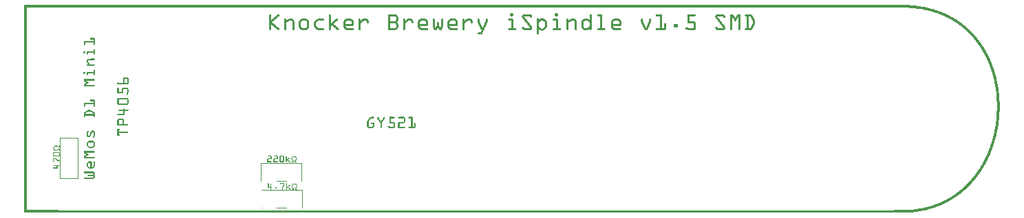
<source format=gto>
G04 MADE WITH FRITZING*
G04 WWW.FRITZING.ORG*
G04 DOUBLE SIDED*
G04 HOLES PLATED*
G04 CONTOUR ON CENTER OF CONTOUR VECTOR*
%ASAXBY*%
%FSLAX23Y23*%
%MOIN*%
%OFA0B0*%
%SFA1.0B1.0*%
%ADD10R,0.001000X0.001000*%
%LNSILK1*%
G90*
G70*
G54D10*
X0Y1011D02*
X4253Y1011D01*
X0Y1010D02*
X4286Y1010D01*
X0Y1009D02*
X4300Y1009D01*
X0Y1008D02*
X4311Y1008D01*
X0Y1007D02*
X4320Y1007D01*
X0Y1006D02*
X4328Y1006D01*
X0Y1005D02*
X4335Y1005D01*
X0Y1004D02*
X4341Y1004D01*
X0Y1003D02*
X4347Y1003D01*
X0Y1002D02*
X4353Y1002D01*
X0Y1001D02*
X4358Y1001D01*
X0Y1000D02*
X4363Y1000D01*
X0Y999D02*
X257Y999D01*
X276Y999D02*
X357Y999D01*
X376Y999D02*
X457Y999D01*
X476Y999D02*
X557Y999D01*
X576Y999D02*
X657Y999D01*
X676Y999D02*
X757Y999D01*
X776Y999D02*
X857Y999D01*
X876Y999D02*
X957Y999D01*
X976Y999D02*
X4368Y999D01*
X0Y998D02*
X146Y998D01*
X4217Y998D02*
X4372Y998D01*
X0Y997D02*
X12Y997D01*
X4286Y997D02*
X4376Y997D01*
X0Y996D02*
X12Y996D01*
X4301Y996D02*
X4381Y996D01*
X0Y995D02*
X12Y995D01*
X4312Y995D02*
X4384Y995D01*
X0Y994D02*
X12Y994D01*
X4320Y994D02*
X4388Y994D01*
X0Y993D02*
X12Y993D01*
X4328Y993D02*
X4392Y993D01*
X0Y992D02*
X12Y992D01*
X4335Y992D02*
X4396Y992D01*
X0Y991D02*
X12Y991D01*
X4342Y991D02*
X4399Y991D01*
X0Y990D02*
X12Y990D01*
X4347Y990D02*
X4403Y990D01*
X0Y989D02*
X12Y989D01*
X4353Y989D02*
X4406Y989D01*
X0Y988D02*
X12Y988D01*
X4358Y988D02*
X4409Y988D01*
X0Y987D02*
X12Y987D01*
X4363Y987D02*
X4412Y987D01*
X0Y986D02*
X12Y986D01*
X4368Y986D02*
X4415Y986D01*
X0Y985D02*
X12Y985D01*
X4372Y985D02*
X4418Y985D01*
X0Y984D02*
X12Y984D01*
X4377Y984D02*
X4421Y984D01*
X0Y983D02*
X12Y983D01*
X4381Y983D02*
X4424Y983D01*
X0Y982D02*
X12Y982D01*
X4385Y982D02*
X4427Y982D01*
X0Y981D02*
X12Y981D01*
X4388Y981D02*
X4430Y981D01*
X0Y980D02*
X12Y980D01*
X4392Y980D02*
X4432Y980D01*
X0Y979D02*
X12Y979D01*
X4396Y979D02*
X4435Y979D01*
X0Y978D02*
X12Y978D01*
X4399Y978D02*
X4438Y978D01*
X0Y977D02*
X12Y977D01*
X4402Y977D02*
X4440Y977D01*
X0Y976D02*
X12Y976D01*
X4406Y976D02*
X4443Y976D01*
X0Y975D02*
X12Y975D01*
X4409Y975D02*
X4445Y975D01*
X0Y974D02*
X12Y974D01*
X4412Y974D02*
X4447Y974D01*
X0Y973D02*
X12Y973D01*
X4415Y973D02*
X4450Y973D01*
X0Y972D02*
X12Y972D01*
X4418Y972D02*
X4452Y972D01*
X0Y971D02*
X12Y971D01*
X4421Y971D02*
X4455Y971D01*
X0Y970D02*
X12Y970D01*
X2356Y970D02*
X2364Y970D01*
X2572Y970D02*
X2580Y970D01*
X4424Y970D02*
X4457Y970D01*
X0Y969D02*
X12Y969D01*
X2354Y969D02*
X2365Y969D01*
X2570Y969D02*
X2581Y969D01*
X4426Y969D02*
X4459Y969D01*
X0Y968D02*
X12Y968D01*
X2354Y968D02*
X2366Y968D01*
X2570Y968D02*
X2582Y968D01*
X4429Y968D02*
X4461Y968D01*
X0Y967D02*
X12Y967D01*
X2353Y967D02*
X2367Y967D01*
X2569Y967D02*
X2583Y967D01*
X4432Y967D02*
X4463Y967D01*
X0Y966D02*
X12Y966D01*
X1190Y966D02*
X1191Y966D01*
X1230Y966D02*
X1231Y966D01*
X1478Y966D02*
X1479Y966D01*
X1762Y966D02*
X1793Y966D01*
X2353Y966D02*
X2367Y966D01*
X2419Y966D02*
X2447Y966D01*
X2569Y966D02*
X2583Y966D01*
X2742Y966D02*
X2743Y966D01*
X2779Y966D02*
X2795Y966D01*
X3062Y966D02*
X3087Y966D01*
X3212Y966D02*
X3247Y966D01*
X3355Y966D02*
X3383Y966D01*
X3418Y966D02*
X3430Y966D01*
X3455Y966D02*
X3466Y966D01*
X3494Y966D02*
X3515Y966D01*
X4434Y966D02*
X4466Y966D01*
X0Y965D02*
X12Y965D01*
X1188Y965D02*
X1193Y965D01*
X1228Y965D02*
X1233Y965D01*
X1476Y965D02*
X1481Y965D01*
X1762Y965D02*
X1797Y965D01*
X2353Y965D02*
X2367Y965D01*
X2416Y965D02*
X2451Y965D01*
X2569Y965D02*
X2583Y965D01*
X2740Y965D02*
X2745Y965D01*
X2777Y965D02*
X2797Y965D01*
X3060Y965D02*
X3087Y965D01*
X3212Y965D02*
X3249Y965D01*
X3352Y965D02*
X3387Y965D01*
X3418Y965D02*
X3430Y965D01*
X3454Y965D02*
X3467Y965D01*
X3492Y965D02*
X3518Y965D01*
X4437Y965D02*
X4468Y965D01*
X0Y964D02*
X12Y964D01*
X1187Y964D02*
X1194Y964D01*
X1226Y964D02*
X1234Y964D01*
X1475Y964D02*
X1482Y964D01*
X1762Y964D02*
X1800Y964D01*
X2353Y964D02*
X2367Y964D01*
X2415Y964D02*
X2453Y964D01*
X2569Y964D02*
X2583Y964D01*
X2739Y964D02*
X2746Y964D01*
X2776Y964D02*
X2798Y964D01*
X3059Y964D02*
X3087Y964D01*
X3212Y964D02*
X3250Y964D01*
X3351Y964D02*
X3388Y964D01*
X3418Y964D02*
X3431Y964D01*
X3453Y964D02*
X3467Y964D01*
X3491Y964D02*
X3520Y964D01*
X4439Y964D02*
X4470Y964D01*
X0Y963D02*
X12Y963D01*
X1187Y963D02*
X1195Y963D01*
X1225Y963D02*
X1234Y963D01*
X1474Y963D02*
X1483Y963D01*
X1762Y963D02*
X1801Y963D01*
X2353Y963D02*
X2367Y963D01*
X2414Y963D02*
X2454Y963D01*
X2569Y963D02*
X2583Y963D01*
X2738Y963D02*
X2746Y963D01*
X2775Y963D02*
X2798Y963D01*
X3058Y963D02*
X3087Y963D01*
X3212Y963D02*
X3250Y963D01*
X3349Y963D02*
X3390Y963D01*
X3418Y963D02*
X3432Y963D01*
X3453Y963D02*
X3467Y963D01*
X3490Y963D02*
X3521Y963D01*
X4442Y963D02*
X4472Y963D01*
X0Y962D02*
X12Y962D01*
X1186Y962D02*
X1195Y962D01*
X1224Y962D02*
X1235Y962D01*
X1474Y962D02*
X1483Y962D01*
X1762Y962D02*
X1803Y962D01*
X2353Y962D02*
X2367Y962D01*
X2413Y962D02*
X2455Y962D01*
X2569Y962D02*
X2583Y962D01*
X2738Y962D02*
X2747Y962D01*
X2775Y962D02*
X2799Y962D01*
X3058Y962D02*
X3087Y962D01*
X3212Y962D02*
X3251Y962D01*
X3349Y962D02*
X3391Y962D01*
X3418Y962D02*
X3432Y962D01*
X3452Y962D02*
X3467Y962D01*
X3490Y962D02*
X3523Y962D01*
X4444Y962D02*
X4474Y962D01*
X0Y961D02*
X12Y961D01*
X1186Y961D02*
X1195Y961D01*
X1223Y961D02*
X1235Y961D01*
X1474Y961D02*
X1483Y961D01*
X1762Y961D02*
X1804Y961D01*
X2353Y961D02*
X2367Y961D01*
X2412Y961D02*
X2456Y961D01*
X2569Y961D02*
X2583Y961D01*
X2738Y961D02*
X2747Y961D01*
X2775Y961D02*
X2799Y961D01*
X3058Y961D02*
X3087Y961D01*
X3212Y961D02*
X3251Y961D01*
X3348Y961D02*
X3392Y961D01*
X3418Y961D02*
X3433Y961D01*
X3451Y961D02*
X3467Y961D01*
X3490Y961D02*
X3524Y961D01*
X4447Y961D02*
X4476Y961D01*
X0Y960D02*
X12Y960D01*
X1186Y960D02*
X1195Y960D01*
X1222Y960D02*
X1235Y960D01*
X1474Y960D02*
X1483Y960D01*
X1762Y960D02*
X1805Y960D01*
X2353Y960D02*
X2367Y960D01*
X2411Y960D02*
X2457Y960D01*
X2569Y960D02*
X2583Y960D01*
X2738Y960D02*
X2747Y960D01*
X2775Y960D02*
X2799Y960D01*
X3058Y960D02*
X3087Y960D01*
X3212Y960D02*
X3251Y960D01*
X3347Y960D02*
X3392Y960D01*
X3418Y960D02*
X3434Y960D01*
X3451Y960D02*
X3467Y960D01*
X3490Y960D02*
X3525Y960D01*
X4449Y960D02*
X4478Y960D01*
X0Y959D02*
X12Y959D01*
X1186Y959D02*
X1195Y959D01*
X1221Y959D02*
X1234Y959D01*
X1474Y959D02*
X1483Y959D01*
X1762Y959D02*
X1806Y959D01*
X2353Y959D02*
X2366Y959D01*
X2411Y959D02*
X2457Y959D01*
X2569Y959D02*
X2582Y959D01*
X2738Y959D02*
X2747Y959D01*
X2775Y959D02*
X2799Y959D01*
X3058Y959D02*
X3087Y959D01*
X3212Y959D02*
X3250Y959D01*
X3347Y959D02*
X3393Y959D01*
X3418Y959D02*
X3435Y959D01*
X3450Y959D02*
X3467Y959D01*
X3490Y959D02*
X3525Y959D01*
X4451Y959D02*
X4480Y959D01*
X0Y958D02*
X12Y958D01*
X1186Y958D02*
X1195Y958D01*
X1219Y958D02*
X1234Y958D01*
X1474Y958D02*
X1483Y958D01*
X1762Y958D02*
X1807Y958D01*
X2354Y958D02*
X2366Y958D01*
X2410Y958D02*
X2458Y958D01*
X2570Y958D02*
X2582Y958D01*
X2738Y958D02*
X2747Y958D01*
X2776Y958D02*
X2799Y958D01*
X3059Y958D02*
X3087Y958D01*
X3212Y958D02*
X3250Y958D01*
X3346Y958D02*
X3394Y958D01*
X3418Y958D02*
X3435Y958D01*
X3449Y958D02*
X3467Y958D01*
X3491Y958D02*
X3526Y958D01*
X4453Y958D02*
X4482Y958D01*
X0Y957D02*
X12Y957D01*
X1186Y957D02*
X1195Y957D01*
X1218Y957D02*
X1233Y957D01*
X1474Y957D02*
X1483Y957D01*
X1762Y957D02*
X1807Y957D01*
X2355Y957D02*
X2365Y957D01*
X2410Y957D02*
X2458Y957D01*
X2571Y957D02*
X2581Y957D01*
X2738Y957D02*
X2747Y957D01*
X2777Y957D02*
X2799Y957D01*
X3060Y957D02*
X3087Y957D01*
X3212Y957D02*
X3248Y957D01*
X3346Y957D02*
X3394Y957D01*
X3418Y957D02*
X3436Y957D01*
X3449Y957D02*
X3467Y957D01*
X3492Y957D02*
X3526Y957D01*
X4456Y957D02*
X4484Y957D01*
X0Y956D02*
X12Y956D01*
X1186Y956D02*
X1195Y956D01*
X1217Y956D02*
X1232Y956D01*
X1474Y956D02*
X1483Y956D01*
X1762Y956D02*
X1772Y956D01*
X1792Y956D02*
X1808Y956D01*
X2410Y956D02*
X2420Y956D01*
X2447Y956D02*
X2458Y956D01*
X2738Y956D02*
X2747Y956D01*
X2789Y956D02*
X2799Y956D01*
X3077Y956D02*
X3087Y956D01*
X3212Y956D02*
X3221Y956D01*
X3346Y956D02*
X3356Y956D01*
X3383Y956D02*
X3394Y956D01*
X3418Y956D02*
X3437Y956D01*
X3448Y956D02*
X3467Y956D01*
X3499Y956D02*
X3509Y956D01*
X3514Y956D02*
X3527Y956D01*
X4458Y956D02*
X4485Y956D01*
X0Y955D02*
X12Y955D01*
X1186Y955D02*
X1195Y955D01*
X1216Y955D02*
X1230Y955D01*
X1474Y955D02*
X1483Y955D01*
X1762Y955D02*
X1771Y955D01*
X1796Y955D02*
X1809Y955D01*
X2410Y955D02*
X2419Y955D01*
X2449Y955D02*
X2459Y955D01*
X2738Y955D02*
X2747Y955D01*
X2790Y955D02*
X2799Y955D01*
X3078Y955D02*
X3087Y955D01*
X3212Y955D02*
X3221Y955D01*
X3346Y955D02*
X3355Y955D01*
X3385Y955D02*
X3395Y955D01*
X3418Y955D02*
X3437Y955D01*
X3447Y955D02*
X3467Y955D01*
X3500Y955D02*
X3509Y955D01*
X3517Y955D02*
X3527Y955D01*
X4460Y955D02*
X4487Y955D01*
X0Y954D02*
X12Y954D01*
X1186Y954D02*
X1195Y954D01*
X1215Y954D02*
X1229Y954D01*
X1474Y954D02*
X1483Y954D01*
X1762Y954D02*
X1771Y954D01*
X1798Y954D02*
X1809Y954D01*
X2410Y954D02*
X2419Y954D01*
X2449Y954D02*
X2459Y954D01*
X2738Y954D02*
X2747Y954D01*
X2790Y954D02*
X2799Y954D01*
X3078Y954D02*
X3087Y954D01*
X3212Y954D02*
X3221Y954D01*
X3346Y954D02*
X3355Y954D01*
X3385Y954D02*
X3395Y954D01*
X3418Y954D02*
X3438Y954D01*
X3447Y954D02*
X3467Y954D01*
X3500Y954D02*
X3509Y954D01*
X3517Y954D02*
X3528Y954D01*
X4462Y954D02*
X4489Y954D01*
X0Y953D02*
X12Y953D01*
X1186Y953D02*
X1195Y953D01*
X1214Y953D02*
X1228Y953D01*
X1474Y953D02*
X1483Y953D01*
X1762Y953D02*
X1771Y953D01*
X1799Y953D02*
X1810Y953D01*
X2410Y953D02*
X2420Y953D01*
X2450Y953D02*
X2459Y953D01*
X2738Y953D02*
X2747Y953D01*
X2790Y953D02*
X2799Y953D01*
X3078Y953D02*
X3087Y953D01*
X3212Y953D02*
X3221Y953D01*
X3346Y953D02*
X3356Y953D01*
X3386Y953D02*
X3395Y953D01*
X3418Y953D02*
X3439Y953D01*
X3446Y953D02*
X3467Y953D01*
X3500Y953D02*
X3509Y953D01*
X3518Y953D02*
X3528Y953D01*
X4464Y953D02*
X4491Y953D01*
X0Y952D02*
X12Y952D01*
X1186Y952D02*
X1195Y952D01*
X1212Y952D02*
X1227Y952D01*
X1474Y952D02*
X1483Y952D01*
X1762Y952D02*
X1771Y952D01*
X1800Y952D02*
X1810Y952D01*
X2410Y952D02*
X2421Y952D01*
X2450Y952D02*
X2459Y952D01*
X2738Y952D02*
X2747Y952D01*
X2790Y952D02*
X2799Y952D01*
X3078Y952D02*
X3087Y952D01*
X3212Y952D02*
X3221Y952D01*
X3346Y952D02*
X3357Y952D01*
X3386Y952D02*
X3395Y952D01*
X3418Y952D02*
X3439Y952D01*
X3445Y952D02*
X3467Y952D01*
X3500Y952D02*
X3509Y952D01*
X3519Y952D02*
X3529Y952D01*
X4466Y952D02*
X4493Y952D01*
X0Y951D02*
X12Y951D01*
X1186Y951D02*
X1195Y951D01*
X1211Y951D02*
X1226Y951D01*
X1474Y951D02*
X1483Y951D01*
X1762Y951D02*
X1771Y951D01*
X1800Y951D02*
X1810Y951D01*
X2411Y951D02*
X2422Y951D01*
X2450Y951D02*
X2458Y951D01*
X2738Y951D02*
X2747Y951D01*
X2790Y951D02*
X2799Y951D01*
X3078Y951D02*
X3087Y951D01*
X3212Y951D02*
X3221Y951D01*
X3347Y951D02*
X3358Y951D01*
X3386Y951D02*
X3394Y951D01*
X3418Y951D02*
X3427Y951D01*
X3429Y951D02*
X3440Y951D01*
X3444Y951D02*
X3456Y951D01*
X3458Y951D02*
X3467Y951D01*
X3500Y951D02*
X3509Y951D01*
X3519Y951D02*
X3529Y951D01*
X4468Y951D02*
X4494Y951D01*
X0Y950D02*
X12Y950D01*
X1186Y950D02*
X1195Y950D01*
X1210Y950D02*
X1225Y950D01*
X1474Y950D02*
X1483Y950D01*
X1762Y950D02*
X1771Y950D01*
X1801Y950D02*
X1810Y950D01*
X2411Y950D02*
X2423Y950D01*
X2451Y950D02*
X2458Y950D01*
X2738Y950D02*
X2747Y950D01*
X2790Y950D02*
X2799Y950D01*
X3078Y950D02*
X3087Y950D01*
X3212Y950D02*
X3221Y950D01*
X3347Y950D02*
X3358Y950D01*
X3386Y950D02*
X3394Y950D01*
X3418Y950D02*
X3427Y950D01*
X3429Y950D02*
X3441Y950D01*
X3444Y950D02*
X3455Y950D01*
X3458Y950D02*
X3467Y950D01*
X3500Y950D02*
X3509Y950D01*
X3520Y950D02*
X3530Y950D01*
X4470Y950D02*
X4496Y950D01*
X0Y949D02*
X12Y949D01*
X1186Y949D02*
X1195Y949D01*
X1209Y949D02*
X1223Y949D01*
X1474Y949D02*
X1483Y949D01*
X1762Y949D02*
X1771Y949D01*
X1801Y949D02*
X1811Y949D01*
X2412Y949D02*
X2423Y949D01*
X2451Y949D02*
X2457Y949D01*
X2738Y949D02*
X2747Y949D01*
X2790Y949D02*
X2799Y949D01*
X3078Y949D02*
X3087Y949D01*
X3212Y949D02*
X3221Y949D01*
X3347Y949D02*
X3359Y949D01*
X3387Y949D02*
X3393Y949D01*
X3418Y949D02*
X3427Y949D01*
X3430Y949D02*
X3454Y949D01*
X3458Y949D02*
X3467Y949D01*
X3500Y949D02*
X3509Y949D01*
X3520Y949D02*
X3530Y949D01*
X4472Y949D02*
X4498Y949D01*
X0Y948D02*
X12Y948D01*
X1186Y948D02*
X1195Y948D01*
X1208Y948D02*
X1222Y948D01*
X1474Y948D02*
X1483Y948D01*
X1762Y948D02*
X1771Y948D01*
X1802Y948D02*
X1811Y948D01*
X2412Y948D02*
X2424Y948D01*
X2453Y948D02*
X2456Y948D01*
X2738Y948D02*
X2747Y948D01*
X2790Y948D02*
X2799Y948D01*
X3078Y948D02*
X3087Y948D01*
X3212Y948D02*
X3221Y948D01*
X3348Y948D02*
X3360Y948D01*
X3389Y948D02*
X3392Y948D01*
X3418Y948D02*
X3427Y948D01*
X3431Y948D02*
X3454Y948D01*
X3458Y948D02*
X3467Y948D01*
X3500Y948D02*
X3509Y948D01*
X3521Y948D02*
X3531Y948D01*
X4474Y948D02*
X4500Y948D01*
X0Y947D02*
X12Y947D01*
X1186Y947D02*
X1195Y947D01*
X1207Y947D02*
X1221Y947D01*
X1474Y947D02*
X1483Y947D01*
X1762Y947D02*
X1771Y947D01*
X1802Y947D02*
X1811Y947D01*
X2413Y947D02*
X2425Y947D01*
X2486Y947D02*
X2487Y947D01*
X2504Y947D02*
X2508Y947D01*
X2738Y947D02*
X2747Y947D01*
X2790Y947D02*
X2799Y947D01*
X3078Y947D02*
X3087Y947D01*
X3212Y947D02*
X3221Y947D01*
X3349Y947D02*
X3361Y947D01*
X3418Y947D02*
X3427Y947D01*
X3432Y947D02*
X3453Y947D01*
X3458Y947D02*
X3467Y947D01*
X3500Y947D02*
X3509Y947D01*
X3521Y947D02*
X3531Y947D01*
X4476Y947D02*
X4501Y947D01*
X0Y946D02*
X12Y946D01*
X1186Y946D02*
X1195Y946D01*
X1205Y946D02*
X1220Y946D01*
X1474Y946D02*
X1483Y946D01*
X1762Y946D02*
X1771Y946D01*
X1802Y946D02*
X1811Y946D01*
X2414Y946D02*
X2426Y946D01*
X2484Y946D02*
X2489Y946D01*
X2500Y946D02*
X2512Y946D01*
X2738Y946D02*
X2747Y946D01*
X2790Y946D02*
X2799Y946D01*
X3078Y946D02*
X3087Y946D01*
X3212Y946D02*
X3221Y946D01*
X3350Y946D02*
X3362Y946D01*
X3418Y946D02*
X3427Y946D01*
X3432Y946D02*
X3452Y946D01*
X3458Y946D02*
X3467Y946D01*
X3500Y946D02*
X3509Y946D01*
X3522Y946D02*
X3532Y946D01*
X4478Y946D02*
X4503Y946D01*
X0Y945D02*
X12Y945D01*
X1186Y945D02*
X1195Y945D01*
X1204Y945D02*
X1219Y945D01*
X1474Y945D02*
X1483Y945D01*
X1762Y945D02*
X1771Y945D01*
X1802Y945D02*
X1811Y945D01*
X2414Y945D02*
X2426Y945D01*
X2483Y945D02*
X2490Y945D01*
X2498Y945D02*
X2515Y945D01*
X2738Y945D02*
X2747Y945D01*
X2790Y945D02*
X2799Y945D01*
X3078Y945D02*
X3087Y945D01*
X3212Y945D02*
X3221Y945D01*
X3350Y945D02*
X3362Y945D01*
X3418Y945D02*
X3427Y945D01*
X3433Y945D02*
X3452Y945D01*
X3458Y945D02*
X3467Y945D01*
X3500Y945D02*
X3509Y945D01*
X3522Y945D02*
X3532Y945D01*
X4480Y945D02*
X4505Y945D01*
X0Y944D02*
X12Y944D01*
X1186Y944D02*
X1195Y944D01*
X1203Y944D02*
X1218Y944D01*
X1260Y944D02*
X1265Y944D01*
X1281Y944D02*
X1296Y944D01*
X1343Y944D02*
X1365Y944D01*
X1421Y944D02*
X1449Y944D01*
X1474Y944D02*
X1483Y944D01*
X1511Y944D02*
X1516Y944D01*
X1559Y944D02*
X1582Y944D01*
X1620Y944D02*
X1625Y944D01*
X1640Y944D02*
X1657Y944D01*
X1762Y944D02*
X1771Y944D01*
X1802Y944D02*
X1811Y944D01*
X1836Y944D02*
X1841Y944D01*
X1856Y944D02*
X1873Y944D01*
X1919Y944D02*
X1942Y944D01*
X1979Y944D02*
X1984Y944D01*
X2021Y944D02*
X2026Y944D01*
X2063Y944D02*
X2086Y944D01*
X2124Y944D02*
X2129Y944D01*
X2144Y944D02*
X2161Y944D01*
X2196Y944D02*
X2201Y944D01*
X2236Y944D02*
X2241Y944D01*
X2345Y944D02*
X2365Y944D01*
X2415Y944D02*
X2427Y944D01*
X2482Y944D02*
X2491Y944D01*
X2497Y944D02*
X2516Y944D01*
X2561Y944D02*
X2581Y944D01*
X2628Y944D02*
X2633Y944D01*
X2649Y944D02*
X2664Y944D01*
X2711Y944D02*
X2728Y944D01*
X2738Y944D02*
X2747Y944D01*
X2790Y944D02*
X2799Y944D01*
X2855Y944D02*
X2877Y944D01*
X2988Y944D02*
X2993Y944D01*
X3028Y944D02*
X3033Y944D01*
X3078Y944D02*
X3087Y944D01*
X3212Y944D02*
X3221Y944D01*
X3351Y944D02*
X3363Y944D01*
X3418Y944D02*
X3427Y944D01*
X3434Y944D02*
X3451Y944D01*
X3458Y944D02*
X3467Y944D01*
X3500Y944D02*
X3509Y944D01*
X3523Y944D02*
X3533Y944D01*
X4482Y944D02*
X4506Y944D01*
X0Y943D02*
X12Y943D01*
X1186Y943D02*
X1195Y943D01*
X1202Y943D02*
X1216Y943D01*
X1259Y943D02*
X1266Y943D01*
X1279Y943D02*
X1298Y943D01*
X1341Y943D02*
X1368Y943D01*
X1418Y943D02*
X1450Y943D01*
X1474Y943D02*
X1483Y943D01*
X1510Y943D02*
X1517Y943D01*
X1557Y943D02*
X1584Y943D01*
X1619Y943D02*
X1626Y943D01*
X1639Y943D02*
X1659Y943D01*
X1762Y943D02*
X1771Y943D01*
X1802Y943D02*
X1811Y943D01*
X1835Y943D02*
X1842Y943D01*
X1855Y943D02*
X1875Y943D01*
X1917Y943D02*
X1944Y943D01*
X1978Y943D02*
X1985Y943D01*
X2020Y943D02*
X2027Y943D01*
X2061Y943D02*
X2088Y943D01*
X2123Y943D02*
X2130Y943D01*
X2143Y943D02*
X2163Y943D01*
X2195Y943D02*
X2202Y943D01*
X2235Y943D02*
X2242Y943D01*
X2344Y943D02*
X2366Y943D01*
X2416Y943D02*
X2428Y943D01*
X2482Y943D02*
X2491Y943D01*
X2496Y943D02*
X2518Y943D01*
X2560Y943D02*
X2582Y943D01*
X2627Y943D02*
X2634Y943D01*
X2646Y943D02*
X2666Y943D01*
X2709Y943D02*
X2730Y943D01*
X2738Y943D02*
X2747Y943D01*
X2790Y943D02*
X2799Y943D01*
X2853Y943D02*
X2879Y943D01*
X2987Y943D02*
X2994Y943D01*
X3027Y943D02*
X3034Y943D01*
X3078Y943D02*
X3087Y943D01*
X3212Y943D02*
X3221Y943D01*
X3352Y943D02*
X3364Y943D01*
X3418Y943D02*
X3427Y943D01*
X3434Y943D02*
X3450Y943D01*
X3458Y943D02*
X3467Y943D01*
X3500Y943D02*
X3509Y943D01*
X3523Y943D02*
X3533Y943D01*
X4484Y943D02*
X4508Y943D01*
X0Y942D02*
X12Y942D01*
X1186Y942D02*
X1195Y942D01*
X1201Y942D02*
X1215Y942D01*
X1259Y942D02*
X1267Y942D01*
X1277Y942D02*
X1300Y942D01*
X1340Y942D02*
X1369Y942D01*
X1416Y942D02*
X1450Y942D01*
X1474Y942D02*
X1483Y942D01*
X1508Y942D02*
X1517Y942D01*
X1556Y942D02*
X1585Y942D01*
X1619Y942D02*
X1627Y942D01*
X1638Y942D02*
X1661Y942D01*
X1762Y942D02*
X1771Y942D01*
X1802Y942D02*
X1811Y942D01*
X1835Y942D02*
X1843Y942D01*
X1854Y942D02*
X1877Y942D01*
X1916Y942D02*
X1945Y942D01*
X1978Y942D02*
X1986Y942D01*
X2019Y942D02*
X2027Y942D01*
X2060Y942D02*
X2089Y942D01*
X2123Y942D02*
X2131Y942D01*
X2141Y942D02*
X2165Y942D01*
X2195Y942D02*
X2203Y942D01*
X2234Y942D02*
X2242Y942D01*
X2343Y942D02*
X2366Y942D01*
X2417Y942D02*
X2429Y942D01*
X2482Y942D02*
X2491Y942D01*
X2495Y942D02*
X2519Y942D01*
X2559Y942D02*
X2582Y942D01*
X2626Y942D02*
X2635Y942D01*
X2645Y942D02*
X2667Y942D01*
X2708Y942D02*
X2732Y942D01*
X2738Y942D02*
X2747Y942D01*
X2790Y942D02*
X2799Y942D01*
X2852Y942D02*
X2881Y942D01*
X2986Y942D02*
X2995Y942D01*
X3026Y942D02*
X3034Y942D01*
X3078Y942D02*
X3087Y942D01*
X3212Y942D02*
X3221Y942D01*
X3353Y942D02*
X3365Y942D01*
X3418Y942D02*
X3427Y942D01*
X3435Y942D02*
X3449Y942D01*
X3458Y942D02*
X3467Y942D01*
X3500Y942D02*
X3509Y942D01*
X3524Y942D02*
X3534Y942D01*
X4485Y942D02*
X4509Y942D01*
X0Y941D02*
X12Y941D01*
X1186Y941D02*
X1195Y941D01*
X1199Y941D02*
X1214Y941D01*
X1258Y941D02*
X1267Y941D01*
X1275Y941D02*
X1301Y941D01*
X1339Y941D02*
X1370Y941D01*
X1415Y941D02*
X1451Y941D01*
X1474Y941D02*
X1483Y941D01*
X1507Y941D02*
X1518Y941D01*
X1555Y941D02*
X1586Y941D01*
X1618Y941D02*
X1627Y941D01*
X1636Y941D02*
X1662Y941D01*
X1762Y941D02*
X1771Y941D01*
X1802Y941D02*
X1811Y941D01*
X1834Y941D02*
X1843Y941D01*
X1852Y941D02*
X1878Y941D01*
X1914Y941D02*
X1946Y941D01*
X1977Y941D02*
X1986Y941D01*
X2019Y941D02*
X2028Y941D01*
X2058Y941D02*
X2090Y941D01*
X2122Y941D02*
X2131Y941D01*
X2140Y941D02*
X2166Y941D01*
X2194Y941D02*
X2203Y941D01*
X2234Y941D02*
X2243Y941D01*
X2343Y941D02*
X2367Y941D01*
X2418Y941D02*
X2430Y941D01*
X2482Y941D02*
X2491Y941D01*
X2494Y941D02*
X2520Y941D01*
X2559Y941D02*
X2583Y941D01*
X2626Y941D02*
X2635Y941D01*
X2643Y941D02*
X2669Y941D01*
X2706Y941D02*
X2733Y941D01*
X2738Y941D02*
X2747Y941D01*
X2790Y941D02*
X2799Y941D01*
X2850Y941D02*
X2882Y941D01*
X2986Y941D02*
X2995Y941D01*
X3026Y941D02*
X3035Y941D01*
X3078Y941D02*
X3087Y941D01*
X3212Y941D02*
X3221Y941D01*
X3353Y941D02*
X3365Y941D01*
X3418Y941D02*
X3427Y941D01*
X3436Y941D02*
X3449Y941D01*
X3458Y941D02*
X3467Y941D01*
X3500Y941D02*
X3509Y941D01*
X3524Y941D02*
X3534Y941D01*
X4487Y941D02*
X4511Y941D01*
X0Y940D02*
X12Y940D01*
X1186Y940D02*
X1195Y940D01*
X1198Y940D02*
X1213Y940D01*
X1258Y940D02*
X1267Y940D01*
X1274Y940D02*
X1302Y940D01*
X1337Y940D02*
X1372Y940D01*
X1414Y940D02*
X1451Y940D01*
X1474Y940D02*
X1483Y940D01*
X1506Y940D02*
X1518Y940D01*
X1553Y940D02*
X1588Y940D01*
X1618Y940D02*
X1627Y940D01*
X1635Y940D02*
X1663Y940D01*
X1762Y940D02*
X1771Y940D01*
X1801Y940D02*
X1811Y940D01*
X1834Y940D02*
X1843Y940D01*
X1851Y940D02*
X1879Y940D01*
X1913Y940D02*
X1948Y940D01*
X1977Y940D02*
X1986Y940D01*
X2019Y940D02*
X2028Y940D01*
X2057Y940D02*
X2092Y940D01*
X2122Y940D02*
X2131Y940D01*
X2139Y940D02*
X2167Y940D01*
X2194Y940D02*
X2203Y940D01*
X2234Y940D02*
X2243Y940D01*
X2343Y940D02*
X2367Y940D01*
X2418Y940D02*
X2430Y940D01*
X2482Y940D02*
X2491Y940D01*
X2493Y940D02*
X2521Y940D01*
X2559Y940D02*
X2583Y940D01*
X2626Y940D02*
X2635Y940D01*
X2642Y940D02*
X2670Y940D01*
X2705Y940D02*
X2734Y940D01*
X2738Y940D02*
X2747Y940D01*
X2790Y940D02*
X2799Y940D01*
X2849Y940D02*
X2884Y940D01*
X2986Y940D02*
X2995Y940D01*
X3026Y940D02*
X3035Y940D01*
X3078Y940D02*
X3087Y940D01*
X3212Y940D02*
X3221Y940D01*
X3354Y940D02*
X3366Y940D01*
X3418Y940D02*
X3427Y940D01*
X3437Y940D02*
X3448Y940D01*
X3458Y940D02*
X3467Y940D01*
X3500Y940D02*
X3509Y940D01*
X3525Y940D02*
X3535Y940D01*
X4489Y940D02*
X4513Y940D01*
X0Y939D02*
X12Y939D01*
X1186Y939D02*
X1195Y939D01*
X1197Y939D02*
X1212Y939D01*
X1258Y939D02*
X1267Y939D01*
X1272Y939D02*
X1303Y939D01*
X1336Y939D02*
X1373Y939D01*
X1413Y939D02*
X1451Y939D01*
X1474Y939D02*
X1483Y939D01*
X1505Y939D02*
X1518Y939D01*
X1552Y939D02*
X1589Y939D01*
X1618Y939D02*
X1627Y939D01*
X1634Y939D02*
X1664Y939D01*
X1762Y939D02*
X1771Y939D01*
X1801Y939D02*
X1811Y939D01*
X1834Y939D02*
X1843Y939D01*
X1850Y939D02*
X1880Y939D01*
X1912Y939D02*
X1949Y939D01*
X1977Y939D02*
X1986Y939D01*
X2019Y939D02*
X2028Y939D01*
X2056Y939D02*
X2093Y939D01*
X2122Y939D02*
X2131Y939D01*
X2138Y939D02*
X2168Y939D01*
X2194Y939D02*
X2203Y939D01*
X2234Y939D02*
X2243Y939D01*
X2343Y939D02*
X2367Y939D01*
X2419Y939D02*
X2431Y939D01*
X2482Y939D02*
X2522Y939D01*
X2559Y939D02*
X2583Y939D01*
X2626Y939D02*
X2635Y939D01*
X2640Y939D02*
X2670Y939D01*
X2704Y939D02*
X2736Y939D01*
X2738Y939D02*
X2747Y939D01*
X2790Y939D02*
X2799Y939D01*
X2848Y939D02*
X2885Y939D01*
X2986Y939D02*
X2995Y939D01*
X3026Y939D02*
X3035Y939D01*
X3078Y939D02*
X3087Y939D01*
X3212Y939D02*
X3221Y939D01*
X3355Y939D02*
X3367Y939D01*
X3418Y939D02*
X3427Y939D01*
X3437Y939D02*
X3447Y939D01*
X3458Y939D02*
X3467Y939D01*
X3500Y939D02*
X3509Y939D01*
X3525Y939D02*
X3535Y939D01*
X4491Y939D02*
X4514Y939D01*
X0Y938D02*
X12Y938D01*
X1186Y938D02*
X1211Y938D01*
X1258Y938D02*
X1267Y938D01*
X1271Y938D02*
X1303Y938D01*
X1335Y938D02*
X1374Y938D01*
X1412Y938D02*
X1450Y938D01*
X1474Y938D02*
X1483Y938D01*
X1504Y938D02*
X1517Y938D01*
X1551Y938D02*
X1590Y938D01*
X1618Y938D02*
X1627Y938D01*
X1633Y938D02*
X1664Y938D01*
X1762Y938D02*
X1771Y938D01*
X1801Y938D02*
X1810Y938D01*
X1834Y938D02*
X1843Y938D01*
X1849Y938D02*
X1880Y938D01*
X1911Y938D02*
X1950Y938D01*
X1977Y938D02*
X1986Y938D01*
X2019Y938D02*
X2028Y938D01*
X2055Y938D02*
X2094Y938D01*
X2122Y938D02*
X2131Y938D01*
X2137Y938D02*
X2168Y938D01*
X2194Y938D02*
X2203Y938D01*
X2234Y938D02*
X2243Y938D01*
X2343Y938D02*
X2367Y938D01*
X2420Y938D02*
X2432Y938D01*
X2482Y938D02*
X2523Y938D01*
X2559Y938D02*
X2583Y938D01*
X2626Y938D02*
X2635Y938D01*
X2638Y938D02*
X2671Y938D01*
X2703Y938D02*
X2747Y938D01*
X2790Y938D02*
X2799Y938D01*
X2847Y938D02*
X2886Y938D01*
X2986Y938D02*
X2995Y938D01*
X3026Y938D02*
X3035Y938D01*
X3078Y938D02*
X3087Y938D01*
X3212Y938D02*
X3221Y938D01*
X3356Y938D02*
X3368Y938D01*
X3418Y938D02*
X3427Y938D01*
X3438Y938D02*
X3447Y938D01*
X3458Y938D02*
X3467Y938D01*
X3500Y938D02*
X3509Y938D01*
X3526Y938D02*
X3536Y938D01*
X4492Y938D02*
X4516Y938D01*
X0Y937D02*
X12Y937D01*
X1186Y937D02*
X1209Y937D01*
X1258Y937D02*
X1267Y937D01*
X1269Y937D02*
X1304Y937D01*
X1334Y937D02*
X1375Y937D01*
X1411Y937D02*
X1450Y937D01*
X1474Y937D02*
X1483Y937D01*
X1503Y937D02*
X1517Y937D01*
X1550Y937D02*
X1591Y937D01*
X1618Y937D02*
X1627Y937D01*
X1632Y937D02*
X1665Y937D01*
X1762Y937D02*
X1771Y937D01*
X1800Y937D02*
X1810Y937D01*
X1834Y937D02*
X1843Y937D01*
X1848Y937D02*
X1881Y937D01*
X1910Y937D02*
X1951Y937D01*
X1977Y937D02*
X1986Y937D01*
X2019Y937D02*
X2028Y937D01*
X2054Y937D02*
X2095Y937D01*
X2122Y937D02*
X2131Y937D01*
X2136Y937D02*
X2169Y937D01*
X2194Y937D02*
X2203Y937D01*
X2234Y937D02*
X2243Y937D01*
X2344Y937D02*
X2367Y937D01*
X2421Y937D02*
X2433Y937D01*
X2482Y937D02*
X2524Y937D01*
X2560Y937D02*
X2583Y937D01*
X2626Y937D02*
X2635Y937D01*
X2637Y937D02*
X2672Y937D01*
X2702Y937D02*
X2747Y937D01*
X2790Y937D02*
X2799Y937D01*
X2846Y937D02*
X2887Y937D01*
X2986Y937D02*
X2995Y937D01*
X3026Y937D02*
X3035Y937D01*
X3078Y937D02*
X3087Y937D01*
X3212Y937D02*
X3221Y937D01*
X3357Y937D02*
X3369Y937D01*
X3418Y937D02*
X3427Y937D01*
X3438Y937D02*
X3447Y937D01*
X3458Y937D02*
X3467Y937D01*
X3500Y937D02*
X3509Y937D01*
X3526Y937D02*
X3536Y937D01*
X4494Y937D02*
X4517Y937D01*
X0Y936D02*
X12Y936D01*
X1186Y936D02*
X1208Y936D01*
X1258Y936D02*
X1304Y936D01*
X1333Y936D02*
X1376Y936D01*
X1409Y936D02*
X1449Y936D01*
X1474Y936D02*
X1483Y936D01*
X1501Y936D02*
X1516Y936D01*
X1549Y936D02*
X1592Y936D01*
X1618Y936D02*
X1627Y936D01*
X1631Y936D02*
X1666Y936D01*
X1762Y936D02*
X1771Y936D01*
X1799Y936D02*
X1810Y936D01*
X1834Y936D02*
X1843Y936D01*
X1846Y936D02*
X1882Y936D01*
X1909Y936D02*
X1952Y936D01*
X1977Y936D02*
X1986Y936D01*
X2019Y936D02*
X2028Y936D01*
X2053Y936D02*
X2096Y936D01*
X2122Y936D02*
X2131Y936D01*
X2134Y936D02*
X2170Y936D01*
X2194Y936D02*
X2203Y936D01*
X2234Y936D02*
X2243Y936D01*
X2345Y936D02*
X2367Y936D01*
X2421Y936D02*
X2433Y936D01*
X2482Y936D02*
X2502Y936D01*
X2511Y936D02*
X2525Y936D01*
X2561Y936D02*
X2583Y936D01*
X2626Y936D02*
X2672Y936D01*
X2701Y936D02*
X2747Y936D01*
X2790Y936D02*
X2799Y936D01*
X2845Y936D02*
X2888Y936D01*
X2986Y936D02*
X2995Y936D01*
X3026Y936D02*
X3035Y936D01*
X3078Y936D02*
X3087Y936D01*
X3212Y936D02*
X3221Y936D01*
X3357Y936D02*
X3369Y936D01*
X3418Y936D02*
X3427Y936D01*
X3438Y936D02*
X3447Y936D01*
X3458Y936D02*
X3467Y936D01*
X3500Y936D02*
X3509Y936D01*
X3527Y936D02*
X3537Y936D01*
X4496Y936D02*
X4519Y936D01*
X0Y935D02*
X12Y935D01*
X1186Y935D02*
X1207Y935D01*
X1258Y935D02*
X1305Y935D01*
X1333Y935D02*
X1376Y935D01*
X1408Y935D02*
X1446Y935D01*
X1474Y935D02*
X1483Y935D01*
X1500Y935D02*
X1515Y935D01*
X1549Y935D02*
X1592Y935D01*
X1618Y935D02*
X1627Y935D01*
X1629Y935D02*
X1666Y935D01*
X1762Y935D02*
X1771Y935D01*
X1798Y935D02*
X1809Y935D01*
X1834Y935D02*
X1843Y935D01*
X1845Y935D02*
X1882Y935D01*
X1909Y935D02*
X1952Y935D01*
X1977Y935D02*
X1986Y935D01*
X2019Y935D02*
X2028Y935D01*
X2053Y935D02*
X2096Y935D01*
X2122Y935D02*
X2131Y935D01*
X2133Y935D02*
X2170Y935D01*
X2194Y935D02*
X2203Y935D01*
X2234Y935D02*
X2243Y935D01*
X2347Y935D02*
X2367Y935D01*
X2422Y935D02*
X2434Y935D01*
X2482Y935D02*
X2501Y935D01*
X2512Y935D02*
X2526Y935D01*
X2563Y935D02*
X2583Y935D01*
X2626Y935D02*
X2673Y935D01*
X2700Y935D02*
X2747Y935D01*
X2790Y935D02*
X2799Y935D01*
X2845Y935D02*
X2888Y935D01*
X2986Y935D02*
X2995Y935D01*
X3026Y935D02*
X3035Y935D01*
X3078Y935D02*
X3087Y935D01*
X3212Y935D02*
X3221Y935D01*
X3358Y935D02*
X3370Y935D01*
X3418Y935D02*
X3427Y935D01*
X3438Y935D02*
X3447Y935D01*
X3458Y935D02*
X3467Y935D01*
X3500Y935D02*
X3509Y935D01*
X3527Y935D02*
X3537Y935D01*
X4497Y935D02*
X4520Y935D01*
X0Y934D02*
X12Y934D01*
X1186Y934D02*
X1206Y934D01*
X1258Y934D02*
X1282Y934D01*
X1294Y934D02*
X1305Y934D01*
X1332Y934D02*
X1345Y934D01*
X1364Y934D02*
X1377Y934D01*
X1407Y934D02*
X1422Y934D01*
X1474Y934D02*
X1483Y934D01*
X1499Y934D02*
X1514Y934D01*
X1548Y934D02*
X1561Y934D01*
X1580Y934D02*
X1593Y934D01*
X1618Y934D02*
X1643Y934D01*
X1656Y934D02*
X1666Y934D01*
X1762Y934D02*
X1771Y934D01*
X1797Y934D02*
X1809Y934D01*
X1834Y934D02*
X1859Y934D01*
X1871Y934D02*
X1882Y934D01*
X1908Y934D02*
X1921Y934D01*
X1940Y934D02*
X1953Y934D01*
X1977Y934D02*
X1986Y934D01*
X2019Y934D02*
X2028Y934D01*
X2052Y934D02*
X2065Y934D01*
X2084Y934D02*
X2097Y934D01*
X2122Y934D02*
X2147Y934D01*
X2159Y934D02*
X2170Y934D01*
X2194Y934D02*
X2203Y934D01*
X2234Y934D02*
X2243Y934D01*
X2358Y934D02*
X2367Y934D01*
X2423Y934D02*
X2435Y934D01*
X2482Y934D02*
X2500Y934D01*
X2513Y934D02*
X2527Y934D01*
X2574Y934D02*
X2583Y934D01*
X2626Y934D02*
X2650Y934D01*
X2662Y934D02*
X2673Y934D01*
X2700Y934D02*
X2713Y934D01*
X2727Y934D02*
X2747Y934D01*
X2790Y934D02*
X2799Y934D01*
X2844Y934D02*
X2857Y934D01*
X2876Y934D02*
X2889Y934D01*
X2986Y934D02*
X2995Y934D01*
X3026Y934D02*
X3035Y934D01*
X3078Y934D02*
X3087Y934D01*
X3212Y934D02*
X3221Y934D01*
X3359Y934D02*
X3371Y934D01*
X3418Y934D02*
X3427Y934D01*
X3438Y934D02*
X3446Y934D01*
X3458Y934D02*
X3467Y934D01*
X3500Y934D02*
X3509Y934D01*
X3528Y934D02*
X3538Y934D01*
X4499Y934D02*
X4522Y934D01*
X0Y933D02*
X12Y933D01*
X1186Y933D02*
X1205Y933D01*
X1258Y933D02*
X1281Y933D01*
X1295Y933D02*
X1305Y933D01*
X1332Y933D02*
X1344Y933D01*
X1366Y933D02*
X1378Y933D01*
X1406Y933D02*
X1421Y933D01*
X1474Y933D02*
X1483Y933D01*
X1498Y933D02*
X1512Y933D01*
X1548Y933D02*
X1560Y933D01*
X1582Y933D02*
X1594Y933D01*
X1618Y933D02*
X1642Y933D01*
X1657Y933D02*
X1667Y933D01*
X1762Y933D02*
X1771Y933D01*
X1795Y933D02*
X1808Y933D01*
X1834Y933D02*
X1858Y933D01*
X1873Y933D02*
X1883Y933D01*
X1908Y933D02*
X1920Y933D01*
X1942Y933D02*
X1954Y933D01*
X1977Y933D02*
X1986Y933D01*
X2019Y933D02*
X2028Y933D01*
X2051Y933D02*
X2064Y933D01*
X2086Y933D02*
X2098Y933D01*
X2122Y933D02*
X2146Y933D01*
X2161Y933D02*
X2171Y933D01*
X2194Y933D02*
X2203Y933D01*
X2234Y933D02*
X2243Y933D01*
X2358Y933D02*
X2367Y933D01*
X2424Y933D02*
X2436Y933D01*
X2482Y933D02*
X2499Y933D01*
X2515Y933D02*
X2528Y933D01*
X2574Y933D02*
X2583Y933D01*
X2626Y933D02*
X2648Y933D01*
X2663Y933D02*
X2673Y933D01*
X2699Y933D02*
X2711Y933D01*
X2728Y933D02*
X2747Y933D01*
X2790Y933D02*
X2799Y933D01*
X2843Y933D02*
X2855Y933D01*
X2878Y933D02*
X2889Y933D01*
X2986Y933D02*
X2995Y933D01*
X3026Y933D02*
X3035Y933D01*
X3078Y933D02*
X3087Y933D01*
X3212Y933D02*
X3221Y933D01*
X3360Y933D02*
X3372Y933D01*
X3418Y933D02*
X3427Y933D01*
X3439Y933D02*
X3446Y933D01*
X3458Y933D02*
X3467Y933D01*
X3500Y933D02*
X3509Y933D01*
X3528Y933D02*
X3538Y933D01*
X4501Y933D02*
X4523Y933D01*
X0Y932D02*
X12Y932D01*
X1186Y932D02*
X1204Y932D01*
X1258Y932D02*
X1279Y932D01*
X1296Y932D02*
X1305Y932D01*
X1331Y932D02*
X1342Y932D01*
X1367Y932D02*
X1378Y932D01*
X1405Y932D02*
X1420Y932D01*
X1474Y932D02*
X1483Y932D01*
X1497Y932D02*
X1511Y932D01*
X1547Y932D02*
X1558Y932D01*
X1583Y932D02*
X1594Y932D01*
X1618Y932D02*
X1640Y932D01*
X1657Y932D02*
X1667Y932D01*
X1762Y932D02*
X1808Y932D01*
X1834Y932D02*
X1856Y932D01*
X1873Y932D02*
X1883Y932D01*
X1907Y932D02*
X1918Y932D01*
X1943Y932D02*
X1954Y932D01*
X1977Y932D02*
X1986Y932D01*
X2018Y932D02*
X2028Y932D01*
X2051Y932D02*
X2062Y932D01*
X2087Y932D02*
X2098Y932D01*
X2122Y932D02*
X2144Y932D01*
X2161Y932D02*
X2171Y932D01*
X2194Y932D02*
X2203Y932D01*
X2233Y932D02*
X2243Y932D01*
X2358Y932D02*
X2367Y932D01*
X2425Y932D02*
X2437Y932D01*
X2482Y932D02*
X2498Y932D01*
X2516Y932D02*
X2529Y932D01*
X2574Y932D02*
X2583Y932D01*
X2626Y932D02*
X2647Y932D01*
X2664Y932D02*
X2673Y932D01*
X2699Y932D02*
X2710Y932D01*
X2729Y932D02*
X2747Y932D01*
X2790Y932D02*
X2799Y932D01*
X2843Y932D02*
X2854Y932D01*
X2879Y932D02*
X2890Y932D01*
X2986Y932D02*
X2995Y932D01*
X3025Y932D02*
X3035Y932D01*
X3078Y932D02*
X3087Y932D01*
X3212Y932D02*
X3243Y932D01*
X3360Y932D02*
X3372Y932D01*
X3418Y932D02*
X3427Y932D01*
X3439Y932D02*
X3445Y932D01*
X3458Y932D02*
X3467Y932D01*
X3500Y932D02*
X3509Y932D01*
X3529Y932D02*
X3538Y932D01*
X4502Y932D02*
X4525Y932D01*
X0Y931D02*
X12Y931D01*
X1186Y931D02*
X1202Y931D01*
X1258Y931D02*
X1277Y931D01*
X1296Y931D02*
X1306Y931D01*
X1331Y931D02*
X1341Y931D01*
X1368Y931D02*
X1378Y931D01*
X1405Y931D02*
X1418Y931D01*
X1474Y931D02*
X1483Y931D01*
X1496Y931D02*
X1510Y931D01*
X1547Y931D02*
X1557Y931D01*
X1584Y931D02*
X1594Y931D01*
X1618Y931D02*
X1639Y931D01*
X1658Y931D02*
X1667Y931D01*
X1762Y931D02*
X1807Y931D01*
X1834Y931D02*
X1855Y931D01*
X1874Y931D02*
X1883Y931D01*
X1907Y931D02*
X1917Y931D01*
X1944Y931D02*
X1954Y931D01*
X1977Y931D02*
X1986Y931D01*
X2018Y931D02*
X2028Y931D01*
X2051Y931D02*
X2061Y931D01*
X2088Y931D02*
X2098Y931D01*
X2122Y931D02*
X2143Y931D01*
X2162Y931D02*
X2171Y931D01*
X2194Y931D02*
X2204Y931D01*
X2233Y931D02*
X2243Y931D01*
X2358Y931D02*
X2367Y931D01*
X2425Y931D02*
X2437Y931D01*
X2482Y931D02*
X2497Y931D01*
X2517Y931D02*
X2529Y931D01*
X2574Y931D02*
X2583Y931D01*
X2626Y931D02*
X2645Y931D01*
X2664Y931D02*
X2673Y931D01*
X2698Y931D02*
X2709Y931D01*
X2730Y931D02*
X2747Y931D01*
X2790Y931D02*
X2799Y931D01*
X2843Y931D02*
X2853Y931D01*
X2880Y931D02*
X2890Y931D01*
X2986Y931D02*
X2996Y931D01*
X3025Y931D02*
X3035Y931D01*
X3078Y931D02*
X3087Y931D01*
X3212Y931D02*
X3245Y931D01*
X3361Y931D02*
X3373Y931D01*
X3418Y931D02*
X3427Y931D01*
X3441Y931D02*
X3444Y931D01*
X3458Y931D02*
X3467Y931D01*
X3500Y931D02*
X3509Y931D01*
X3529Y931D02*
X3538Y931D01*
X4504Y931D02*
X4526Y931D01*
X0Y930D02*
X12Y930D01*
X1186Y930D02*
X1201Y930D01*
X1258Y930D02*
X1276Y930D01*
X1297Y930D02*
X1306Y930D01*
X1330Y930D02*
X1340Y930D01*
X1369Y930D02*
X1379Y930D01*
X1404Y930D02*
X1417Y930D01*
X1474Y930D02*
X1483Y930D01*
X1494Y930D02*
X1509Y930D01*
X1546Y930D02*
X1556Y930D01*
X1585Y930D02*
X1595Y930D01*
X1618Y930D02*
X1638Y930D01*
X1658Y930D02*
X1667Y930D01*
X1762Y930D02*
X1806Y930D01*
X1834Y930D02*
X1854Y930D01*
X1874Y930D02*
X1883Y930D01*
X1906Y930D02*
X1916Y930D01*
X1945Y930D02*
X1955Y930D01*
X1977Y930D02*
X1986Y930D01*
X2018Y930D02*
X2027Y930D01*
X2050Y930D02*
X2060Y930D01*
X2089Y930D02*
X2099Y930D01*
X2122Y930D02*
X2142Y930D01*
X2162Y930D02*
X2171Y930D01*
X2194Y930D02*
X2204Y930D01*
X2233Y930D02*
X2243Y930D01*
X2358Y930D02*
X2367Y930D01*
X2426Y930D02*
X2438Y930D01*
X2482Y930D02*
X2496Y930D01*
X2518Y930D02*
X2530Y930D01*
X2574Y930D02*
X2583Y930D01*
X2626Y930D02*
X2644Y930D01*
X2664Y930D02*
X2674Y930D01*
X2698Y930D02*
X2708Y930D01*
X2732Y930D02*
X2747Y930D01*
X2790Y930D02*
X2799Y930D01*
X2842Y930D02*
X2852Y930D01*
X2881Y930D02*
X2890Y930D01*
X2986Y930D02*
X2996Y930D01*
X3025Y930D02*
X3034Y930D01*
X3078Y930D02*
X3087Y930D01*
X3212Y930D02*
X3247Y930D01*
X3362Y930D02*
X3374Y930D01*
X3418Y930D02*
X3427Y930D01*
X3458Y930D02*
X3467Y930D01*
X3500Y930D02*
X3509Y930D01*
X3529Y930D02*
X3539Y930D01*
X4506Y930D02*
X4528Y930D01*
X0Y929D02*
X12Y929D01*
X1186Y929D02*
X1200Y929D01*
X1258Y929D02*
X1274Y929D01*
X1297Y929D02*
X1306Y929D01*
X1330Y929D02*
X1340Y929D01*
X1369Y929D02*
X1379Y929D01*
X1403Y929D02*
X1416Y929D01*
X1474Y929D02*
X1483Y929D01*
X1493Y929D02*
X1508Y929D01*
X1546Y929D02*
X1556Y929D01*
X1585Y929D02*
X1595Y929D01*
X1618Y929D02*
X1637Y929D01*
X1658Y929D02*
X1667Y929D01*
X1762Y929D02*
X1806Y929D01*
X1834Y929D02*
X1853Y929D01*
X1874Y929D02*
X1883Y929D01*
X1906Y929D02*
X1916Y929D01*
X1945Y929D02*
X1955Y929D01*
X1977Y929D02*
X1986Y929D01*
X2018Y929D02*
X2027Y929D01*
X2050Y929D02*
X2060Y929D01*
X2089Y929D02*
X2099Y929D01*
X2122Y929D02*
X2141Y929D01*
X2162Y929D02*
X2171Y929D01*
X2195Y929D02*
X2205Y929D01*
X2232Y929D02*
X2242Y929D01*
X2358Y929D02*
X2367Y929D01*
X2427Y929D02*
X2439Y929D01*
X2482Y929D02*
X2495Y929D01*
X2519Y929D02*
X2530Y929D01*
X2574Y929D02*
X2583Y929D01*
X2626Y929D02*
X2642Y929D01*
X2664Y929D02*
X2674Y929D01*
X2698Y929D02*
X2708Y929D01*
X2733Y929D02*
X2747Y929D01*
X2790Y929D02*
X2799Y929D01*
X2842Y929D02*
X2852Y929D01*
X2881Y929D02*
X2891Y929D01*
X2987Y929D02*
X2997Y929D01*
X3024Y929D02*
X3034Y929D01*
X3078Y929D02*
X3087Y929D01*
X3212Y929D02*
X3248Y929D01*
X3363Y929D02*
X3375Y929D01*
X3418Y929D02*
X3427Y929D01*
X3458Y929D02*
X3467Y929D01*
X3500Y929D02*
X3509Y929D01*
X3529Y929D02*
X3539Y929D01*
X4507Y929D02*
X4529Y929D01*
X0Y928D02*
X12Y928D01*
X1186Y928D02*
X1199Y928D01*
X1258Y928D02*
X1273Y928D01*
X1297Y928D02*
X1306Y928D01*
X1330Y928D02*
X1339Y928D01*
X1370Y928D02*
X1379Y928D01*
X1403Y928D02*
X1415Y928D01*
X1474Y928D02*
X1483Y928D01*
X1492Y928D02*
X1507Y928D01*
X1546Y928D02*
X1555Y928D01*
X1586Y928D02*
X1595Y928D01*
X1618Y928D02*
X1636Y928D01*
X1658Y928D02*
X1667Y928D01*
X1762Y928D02*
X1805Y928D01*
X1834Y928D02*
X1852Y928D01*
X1874Y928D02*
X1883Y928D01*
X1906Y928D02*
X1915Y928D01*
X1946Y928D02*
X1955Y928D01*
X1977Y928D02*
X1986Y928D01*
X2018Y928D02*
X2027Y928D01*
X2050Y928D02*
X2059Y928D01*
X2090Y928D02*
X2099Y928D01*
X2122Y928D02*
X2140Y928D01*
X2162Y928D02*
X2171Y928D01*
X2195Y928D02*
X2205Y928D01*
X2232Y928D02*
X2242Y928D01*
X2358Y928D02*
X2367Y928D01*
X2428Y928D02*
X2440Y928D01*
X2482Y928D02*
X2494Y928D01*
X2520Y928D02*
X2530Y928D01*
X2574Y928D02*
X2583Y928D01*
X2626Y928D02*
X2641Y928D01*
X2664Y928D02*
X2674Y928D01*
X2698Y928D02*
X2707Y928D01*
X2734Y928D02*
X2747Y928D01*
X2790Y928D02*
X2799Y928D01*
X2842Y928D02*
X2851Y928D01*
X2881Y928D02*
X2891Y928D01*
X2987Y928D02*
X2997Y928D01*
X3024Y928D02*
X3034Y928D01*
X3078Y928D02*
X3087Y928D01*
X3212Y928D02*
X3249Y928D01*
X3364Y928D02*
X3376Y928D01*
X3418Y928D02*
X3427Y928D01*
X3458Y928D02*
X3467Y928D01*
X3500Y928D02*
X3509Y928D01*
X3530Y928D02*
X3539Y928D01*
X4509Y928D02*
X4530Y928D01*
X0Y927D02*
X12Y927D01*
X1186Y927D02*
X1198Y927D01*
X1258Y927D02*
X1271Y927D01*
X1297Y927D02*
X1306Y927D01*
X1330Y927D02*
X1339Y927D01*
X1370Y927D02*
X1379Y927D01*
X1403Y927D02*
X1414Y927D01*
X1474Y927D02*
X1483Y927D01*
X1491Y927D02*
X1505Y927D01*
X1546Y927D02*
X1555Y927D01*
X1586Y927D02*
X1595Y927D01*
X1618Y927D02*
X1635Y927D01*
X1658Y927D02*
X1667Y927D01*
X1762Y927D02*
X1804Y927D01*
X1834Y927D02*
X1851Y927D01*
X1874Y927D02*
X1883Y927D01*
X1906Y927D02*
X1915Y927D01*
X1946Y927D02*
X1955Y927D01*
X1977Y927D02*
X1986Y927D01*
X2000Y927D02*
X2005Y927D01*
X2018Y927D02*
X2027Y927D01*
X2050Y927D02*
X2059Y927D01*
X2090Y927D02*
X2099Y927D01*
X2122Y927D02*
X2139Y927D01*
X2162Y927D02*
X2171Y927D01*
X2195Y927D02*
X2206Y927D01*
X2231Y927D02*
X2241Y927D01*
X2358Y927D02*
X2367Y927D01*
X2428Y927D02*
X2440Y927D01*
X2482Y927D02*
X2493Y927D01*
X2521Y927D02*
X2531Y927D01*
X2574Y927D02*
X2583Y927D01*
X2626Y927D02*
X2639Y927D01*
X2664Y927D02*
X2674Y927D01*
X2698Y927D02*
X2707Y927D01*
X2735Y927D02*
X2747Y927D01*
X2790Y927D02*
X2799Y927D01*
X2842Y927D02*
X2851Y927D01*
X2882Y927D02*
X2891Y927D01*
X2987Y927D02*
X2997Y927D01*
X3023Y927D02*
X3033Y927D01*
X3078Y927D02*
X3087Y927D01*
X3212Y927D02*
X3249Y927D01*
X3364Y927D02*
X3376Y927D01*
X3418Y927D02*
X3427Y927D01*
X3458Y927D02*
X3467Y927D01*
X3500Y927D02*
X3509Y927D01*
X3530Y927D02*
X3539Y927D01*
X4510Y927D02*
X4532Y927D01*
X0Y926D02*
X12Y926D01*
X1186Y926D02*
X1199Y926D01*
X1258Y926D02*
X1270Y926D01*
X1297Y926D02*
X1306Y926D01*
X1330Y926D02*
X1339Y926D01*
X1370Y926D02*
X1379Y926D01*
X1402Y926D02*
X1413Y926D01*
X1474Y926D02*
X1483Y926D01*
X1490Y926D02*
X1504Y926D01*
X1546Y926D02*
X1555Y926D01*
X1586Y926D02*
X1595Y926D01*
X1618Y926D02*
X1633Y926D01*
X1658Y926D02*
X1667Y926D01*
X1762Y926D02*
X1805Y926D01*
X1834Y926D02*
X1849Y926D01*
X1874Y926D02*
X1883Y926D01*
X1906Y926D02*
X1915Y926D01*
X1946Y926D02*
X1955Y926D01*
X1977Y926D02*
X1987Y926D01*
X1999Y926D02*
X2006Y926D01*
X2018Y926D02*
X2027Y926D01*
X2050Y926D02*
X2059Y926D01*
X2090Y926D02*
X2099Y926D01*
X2122Y926D02*
X2137Y926D01*
X2162Y926D02*
X2171Y926D01*
X2196Y926D02*
X2206Y926D01*
X2231Y926D02*
X2241Y926D01*
X2358Y926D02*
X2367Y926D01*
X2429Y926D02*
X2441Y926D01*
X2482Y926D02*
X2492Y926D01*
X2521Y926D02*
X2531Y926D01*
X2574Y926D02*
X2583Y926D01*
X2626Y926D02*
X2638Y926D01*
X2665Y926D02*
X2674Y926D01*
X2698Y926D02*
X2707Y926D01*
X2736Y926D02*
X2747Y926D01*
X2790Y926D02*
X2799Y926D01*
X2842Y926D02*
X2851Y926D01*
X2882Y926D02*
X2891Y926D01*
X2988Y926D02*
X2998Y926D01*
X3023Y926D02*
X3033Y926D01*
X3078Y926D02*
X3087Y926D01*
X3212Y926D02*
X3250Y926D01*
X3365Y926D02*
X3377Y926D01*
X3418Y926D02*
X3427Y926D01*
X3458Y926D02*
X3467Y926D01*
X3500Y926D02*
X3509Y926D01*
X3529Y926D02*
X3539Y926D01*
X4512Y926D02*
X4533Y926D01*
X0Y925D02*
X12Y925D01*
X1186Y925D02*
X1200Y925D01*
X1258Y925D02*
X1268Y925D01*
X1297Y925D02*
X1306Y925D01*
X1330Y925D02*
X1339Y925D01*
X1370Y925D02*
X1379Y925D01*
X1402Y925D02*
X1412Y925D01*
X1474Y925D02*
X1483Y925D01*
X1489Y925D02*
X1503Y925D01*
X1546Y925D02*
X1555Y925D01*
X1586Y925D02*
X1595Y925D01*
X1618Y925D02*
X1632Y925D01*
X1658Y925D02*
X1666Y925D01*
X1762Y925D02*
X1806Y925D01*
X1834Y925D02*
X1848Y925D01*
X1874Y925D02*
X1882Y925D01*
X1906Y925D02*
X1915Y925D01*
X1946Y925D02*
X1955Y925D01*
X1977Y925D02*
X1987Y925D01*
X1998Y925D02*
X2006Y925D01*
X2018Y925D02*
X2027Y925D01*
X2050Y925D02*
X2059Y925D01*
X2090Y925D02*
X2099Y925D01*
X2122Y925D02*
X2136Y925D01*
X2162Y925D02*
X2170Y925D01*
X2196Y925D02*
X2206Y925D01*
X2230Y925D02*
X2240Y925D01*
X2358Y925D02*
X2367Y925D01*
X2430Y925D02*
X2442Y925D01*
X2482Y925D02*
X2491Y925D01*
X2522Y925D02*
X2531Y925D01*
X2574Y925D02*
X2583Y925D01*
X2626Y925D02*
X2636Y925D01*
X2665Y925D02*
X2674Y925D01*
X2698Y925D02*
X2707Y925D01*
X2737Y925D02*
X2747Y925D01*
X2790Y925D02*
X2799Y925D01*
X2842Y925D02*
X2851Y925D01*
X2882Y925D02*
X2891Y925D01*
X2988Y925D02*
X2998Y925D01*
X3022Y925D02*
X3032Y925D01*
X3078Y925D02*
X3087Y925D01*
X3212Y925D02*
X3250Y925D01*
X3366Y925D02*
X3378Y925D01*
X3418Y925D02*
X3427Y925D01*
X3458Y925D02*
X3467Y925D01*
X3500Y925D02*
X3509Y925D01*
X3529Y925D02*
X3539Y925D01*
X4513Y925D02*
X4535Y925D01*
X0Y924D02*
X12Y924D01*
X1186Y924D02*
X1202Y924D01*
X1258Y924D02*
X1267Y924D01*
X1297Y924D02*
X1306Y924D01*
X1330Y924D02*
X1339Y924D01*
X1370Y924D02*
X1379Y924D01*
X1402Y924D02*
X1411Y924D01*
X1474Y924D02*
X1483Y924D01*
X1487Y924D02*
X1502Y924D01*
X1546Y924D02*
X1555Y924D01*
X1586Y924D02*
X1595Y924D01*
X1618Y924D02*
X1631Y924D01*
X1659Y924D02*
X1666Y924D01*
X1762Y924D02*
X1807Y924D01*
X1834Y924D02*
X1847Y924D01*
X1875Y924D02*
X1882Y924D01*
X1906Y924D02*
X1915Y924D01*
X1946Y924D02*
X1955Y924D01*
X1977Y924D02*
X1987Y924D01*
X1998Y924D02*
X2007Y924D01*
X2018Y924D02*
X2027Y924D01*
X2050Y924D02*
X2059Y924D01*
X2090Y924D02*
X2099Y924D01*
X2122Y924D02*
X2135Y924D01*
X2163Y924D02*
X2170Y924D01*
X2197Y924D02*
X2207Y924D01*
X2230Y924D02*
X2240Y924D01*
X2358Y924D02*
X2367Y924D01*
X2431Y924D02*
X2443Y924D01*
X2482Y924D02*
X2491Y924D01*
X2522Y924D02*
X2531Y924D01*
X2574Y924D02*
X2583Y924D01*
X2626Y924D02*
X2635Y924D01*
X2665Y924D02*
X2674Y924D01*
X2698Y924D02*
X2707Y924D01*
X2737Y924D02*
X2747Y924D01*
X2790Y924D02*
X2799Y924D01*
X2842Y924D02*
X2851Y924D01*
X2882Y924D02*
X2891Y924D01*
X2989Y924D02*
X2999Y924D01*
X3022Y924D02*
X3032Y924D01*
X3078Y924D02*
X3087Y924D01*
X3212Y924D02*
X3251Y924D01*
X3367Y924D02*
X3379Y924D01*
X3418Y924D02*
X3427Y924D01*
X3458Y924D02*
X3467Y924D01*
X3500Y924D02*
X3509Y924D01*
X3529Y924D02*
X3538Y924D01*
X4515Y924D02*
X4536Y924D01*
X0Y923D02*
X12Y923D01*
X1186Y923D02*
X1203Y923D01*
X1258Y923D02*
X1267Y923D01*
X1297Y923D02*
X1306Y923D01*
X1330Y923D02*
X1339Y923D01*
X1370Y923D02*
X1379Y923D01*
X1402Y923D02*
X1411Y923D01*
X1474Y923D02*
X1483Y923D01*
X1486Y923D02*
X1501Y923D01*
X1546Y923D02*
X1555Y923D01*
X1586Y923D02*
X1595Y923D01*
X1618Y923D02*
X1630Y923D01*
X1660Y923D02*
X1664Y923D01*
X1762Y923D02*
X1807Y923D01*
X1834Y923D02*
X1846Y923D01*
X1876Y923D02*
X1880Y923D01*
X1906Y923D02*
X1915Y923D01*
X1946Y923D02*
X1955Y923D01*
X1978Y923D02*
X1987Y923D01*
X1998Y923D02*
X2007Y923D01*
X2018Y923D02*
X2027Y923D01*
X2050Y923D02*
X2059Y923D01*
X2090Y923D02*
X2099Y923D01*
X2122Y923D02*
X2134Y923D01*
X2164Y923D02*
X2168Y923D01*
X2197Y923D02*
X2207Y923D01*
X2229Y923D02*
X2240Y923D01*
X2358Y923D02*
X2367Y923D01*
X2432Y923D02*
X2444Y923D01*
X2482Y923D02*
X2491Y923D01*
X2522Y923D02*
X2531Y923D01*
X2574Y923D02*
X2583Y923D01*
X2626Y923D02*
X2635Y923D01*
X2665Y923D02*
X2674Y923D01*
X2698Y923D02*
X2707Y923D01*
X2738Y923D02*
X2747Y923D01*
X2790Y923D02*
X2799Y923D01*
X2842Y923D02*
X2851Y923D01*
X2882Y923D02*
X2891Y923D01*
X2989Y923D02*
X2999Y923D01*
X3021Y923D02*
X3031Y923D01*
X3078Y923D02*
X3087Y923D01*
X3100Y923D02*
X3104Y923D01*
X3212Y923D02*
X3251Y923D01*
X3367Y923D02*
X3379Y923D01*
X3418Y923D02*
X3427Y923D01*
X3458Y923D02*
X3467Y923D01*
X3500Y923D02*
X3509Y923D01*
X3529Y923D02*
X3538Y923D01*
X4516Y923D02*
X4537Y923D01*
X0Y922D02*
X12Y922D01*
X1186Y922D02*
X1204Y922D01*
X1258Y922D02*
X1267Y922D01*
X1297Y922D02*
X1306Y922D01*
X1330Y922D02*
X1339Y922D01*
X1370Y922D02*
X1379Y922D01*
X1402Y922D02*
X1411Y922D01*
X1474Y922D02*
X1483Y922D01*
X1485Y922D02*
X1500Y922D01*
X1546Y922D02*
X1555Y922D01*
X1586Y922D02*
X1595Y922D01*
X1618Y922D02*
X1629Y922D01*
X1762Y922D02*
X1771Y922D01*
X1793Y922D02*
X1808Y922D01*
X1834Y922D02*
X1845Y922D01*
X1906Y922D02*
X1915Y922D01*
X1946Y922D02*
X1955Y922D01*
X1978Y922D02*
X1987Y922D01*
X1998Y922D02*
X2007Y922D01*
X2018Y922D02*
X2027Y922D01*
X2050Y922D02*
X2059Y922D01*
X2090Y922D02*
X2099Y922D01*
X2122Y922D02*
X2133Y922D01*
X2198Y922D02*
X2208Y922D01*
X2229Y922D02*
X2239Y922D01*
X2358Y922D02*
X2367Y922D01*
X2432Y922D02*
X2444Y922D01*
X2482Y922D02*
X2491Y922D01*
X2522Y922D02*
X2531Y922D01*
X2574Y922D02*
X2583Y922D01*
X2626Y922D02*
X2635Y922D01*
X2665Y922D02*
X2674Y922D01*
X2698Y922D02*
X2707Y922D01*
X2738Y922D02*
X2747Y922D01*
X2790Y922D02*
X2799Y922D01*
X2842Y922D02*
X2851Y922D01*
X2882Y922D02*
X2891Y922D01*
X2990Y922D02*
X3000Y922D01*
X3021Y922D02*
X3031Y922D01*
X3078Y922D02*
X3087Y922D01*
X3099Y922D02*
X3105Y922D01*
X3241Y922D02*
X3251Y922D01*
X3368Y922D02*
X3380Y922D01*
X3418Y922D02*
X3427Y922D01*
X3458Y922D02*
X3467Y922D01*
X3500Y922D02*
X3509Y922D01*
X3528Y922D02*
X3538Y922D01*
X4518Y922D02*
X4539Y922D01*
X0Y921D02*
X12Y921D01*
X1186Y921D02*
X1205Y921D01*
X1258Y921D02*
X1267Y921D01*
X1297Y921D02*
X1306Y921D01*
X1330Y921D02*
X1339Y921D01*
X1370Y921D02*
X1379Y921D01*
X1402Y921D02*
X1411Y921D01*
X1474Y921D02*
X1498Y921D01*
X1546Y921D02*
X1555Y921D01*
X1586Y921D02*
X1595Y921D01*
X1618Y921D02*
X1628Y921D01*
X1762Y921D02*
X1771Y921D01*
X1796Y921D02*
X1809Y921D01*
X1834Y921D02*
X1844Y921D01*
X1906Y921D02*
X1915Y921D01*
X1946Y921D02*
X1955Y921D01*
X1978Y921D02*
X1987Y921D01*
X1998Y921D02*
X2007Y921D01*
X2018Y921D02*
X2027Y921D01*
X2050Y921D02*
X2059Y921D01*
X2090Y921D02*
X2099Y921D01*
X2122Y921D02*
X2132Y921D01*
X2198Y921D02*
X2208Y921D01*
X2229Y921D02*
X2239Y921D01*
X2358Y921D02*
X2367Y921D01*
X2433Y921D02*
X2445Y921D01*
X2482Y921D02*
X2491Y921D01*
X2522Y921D02*
X2531Y921D01*
X2574Y921D02*
X2583Y921D01*
X2626Y921D02*
X2635Y921D01*
X2665Y921D02*
X2674Y921D01*
X2698Y921D02*
X2707Y921D01*
X2738Y921D02*
X2747Y921D01*
X2790Y921D02*
X2799Y921D01*
X2842Y921D02*
X2851Y921D01*
X2882Y921D02*
X2891Y921D01*
X2990Y921D02*
X3000Y921D01*
X3021Y921D02*
X3031Y921D01*
X3078Y921D02*
X3087Y921D01*
X3098Y921D02*
X3106Y921D01*
X3242Y921D02*
X3251Y921D01*
X3369Y921D02*
X3381Y921D01*
X3418Y921D02*
X3427Y921D01*
X3458Y921D02*
X3467Y921D01*
X3500Y921D02*
X3509Y921D01*
X3528Y921D02*
X3538Y921D01*
X4519Y921D02*
X4540Y921D01*
X0Y920D02*
X12Y920D01*
X1186Y920D02*
X1206Y920D01*
X1258Y920D02*
X1267Y920D01*
X1297Y920D02*
X1306Y920D01*
X1330Y920D02*
X1339Y920D01*
X1370Y920D02*
X1379Y920D01*
X1402Y920D02*
X1411Y920D01*
X1474Y920D02*
X1497Y920D01*
X1546Y920D02*
X1555Y920D01*
X1586Y920D02*
X1595Y920D01*
X1618Y920D02*
X1627Y920D01*
X1762Y920D02*
X1771Y920D01*
X1798Y920D02*
X1809Y920D01*
X1834Y920D02*
X1843Y920D01*
X1906Y920D02*
X1915Y920D01*
X1946Y920D02*
X1955Y920D01*
X1978Y920D02*
X1987Y920D01*
X1998Y920D02*
X2007Y920D01*
X2018Y920D02*
X2027Y920D01*
X2050Y920D02*
X2059Y920D01*
X2090Y920D02*
X2099Y920D01*
X2122Y920D02*
X2131Y920D01*
X2199Y920D02*
X2209Y920D01*
X2228Y920D02*
X2238Y920D01*
X2358Y920D02*
X2367Y920D01*
X2434Y920D02*
X2446Y920D01*
X2482Y920D02*
X2491Y920D01*
X2522Y920D02*
X2531Y920D01*
X2574Y920D02*
X2583Y920D01*
X2626Y920D02*
X2635Y920D01*
X2665Y920D02*
X2674Y920D01*
X2698Y920D02*
X2707Y920D01*
X2738Y920D02*
X2747Y920D01*
X2790Y920D02*
X2799Y920D01*
X2842Y920D02*
X2851Y920D01*
X2882Y920D02*
X2891Y920D01*
X2990Y920D02*
X3000Y920D01*
X3020Y920D02*
X3030Y920D01*
X3078Y920D02*
X3087Y920D01*
X3098Y920D02*
X3106Y920D01*
X3242Y920D02*
X3251Y920D01*
X3370Y920D02*
X3382Y920D01*
X3418Y920D02*
X3427Y920D01*
X3458Y920D02*
X3467Y920D01*
X3500Y920D02*
X3509Y920D01*
X3528Y920D02*
X3537Y920D01*
X4521Y920D02*
X4541Y920D01*
X0Y919D02*
X12Y919D01*
X1186Y919D02*
X1208Y919D01*
X1258Y919D02*
X1267Y919D01*
X1297Y919D02*
X1306Y919D01*
X1330Y919D02*
X1339Y919D01*
X1370Y919D02*
X1379Y919D01*
X1402Y919D02*
X1411Y919D01*
X1474Y919D02*
X1496Y919D01*
X1546Y919D02*
X1595Y919D01*
X1618Y919D02*
X1627Y919D01*
X1762Y919D02*
X1771Y919D01*
X1799Y919D02*
X1810Y919D01*
X1834Y919D02*
X1843Y919D01*
X1906Y919D02*
X1955Y919D01*
X1978Y919D02*
X1987Y919D01*
X1998Y919D02*
X2007Y919D01*
X2018Y919D02*
X2027Y919D01*
X2050Y919D02*
X2099Y919D01*
X2122Y919D02*
X2131Y919D01*
X2199Y919D02*
X2209Y919D01*
X2228Y919D02*
X2238Y919D01*
X2358Y919D02*
X2367Y919D01*
X2435Y919D02*
X2447Y919D01*
X2482Y919D02*
X2491Y919D01*
X2522Y919D02*
X2531Y919D01*
X2574Y919D02*
X2583Y919D01*
X2626Y919D02*
X2635Y919D01*
X2665Y919D02*
X2674Y919D01*
X2698Y919D02*
X2707Y919D01*
X2738Y919D02*
X2747Y919D01*
X2790Y919D02*
X2799Y919D01*
X2842Y919D02*
X2891Y919D01*
X2991Y919D02*
X3001Y919D01*
X3020Y919D02*
X3030Y919D01*
X3078Y919D02*
X3087Y919D01*
X3098Y919D02*
X3107Y919D01*
X3148Y919D02*
X3161Y919D01*
X3242Y919D02*
X3251Y919D01*
X3371Y919D02*
X3383Y919D01*
X3418Y919D02*
X3427Y919D01*
X3458Y919D02*
X3467Y919D01*
X3500Y919D02*
X3509Y919D01*
X3527Y919D02*
X3537Y919D01*
X4522Y919D02*
X4543Y919D01*
X0Y918D02*
X12Y918D01*
X1186Y918D02*
X1209Y918D01*
X1258Y918D02*
X1267Y918D01*
X1297Y918D02*
X1306Y918D01*
X1330Y918D02*
X1339Y918D01*
X1370Y918D02*
X1379Y918D01*
X1402Y918D02*
X1411Y918D01*
X1474Y918D02*
X1497Y918D01*
X1546Y918D02*
X1595Y918D01*
X1618Y918D02*
X1627Y918D01*
X1762Y918D02*
X1771Y918D01*
X1800Y918D02*
X1810Y918D01*
X1834Y918D02*
X1843Y918D01*
X1906Y918D02*
X1955Y918D01*
X1978Y918D02*
X1987Y918D01*
X1998Y918D02*
X2007Y918D01*
X2018Y918D02*
X2027Y918D01*
X2050Y918D02*
X2099Y918D01*
X2122Y918D02*
X2131Y918D01*
X2199Y918D02*
X2209Y918D01*
X2227Y918D02*
X2237Y918D01*
X2358Y918D02*
X2367Y918D01*
X2435Y918D02*
X2447Y918D01*
X2482Y918D02*
X2491Y918D01*
X2522Y918D02*
X2531Y918D01*
X2574Y918D02*
X2583Y918D01*
X2626Y918D02*
X2635Y918D01*
X2665Y918D02*
X2674Y918D01*
X2698Y918D02*
X2707Y918D01*
X2738Y918D02*
X2747Y918D01*
X2790Y918D02*
X2799Y918D01*
X2842Y918D02*
X2891Y918D01*
X2991Y918D02*
X3001Y918D01*
X3019Y918D02*
X3029Y918D01*
X3078Y918D02*
X3087Y918D01*
X3098Y918D02*
X3107Y918D01*
X3146Y918D02*
X3162Y918D01*
X3242Y918D02*
X3251Y918D01*
X3371Y918D02*
X3383Y918D01*
X3418Y918D02*
X3427Y918D01*
X3458Y918D02*
X3467Y918D01*
X3500Y918D02*
X3509Y918D01*
X3526Y918D02*
X3537Y918D01*
X4523Y918D02*
X4544Y918D01*
X0Y917D02*
X12Y917D01*
X1186Y917D02*
X1210Y917D01*
X1258Y917D02*
X1267Y917D01*
X1297Y917D02*
X1306Y917D01*
X1330Y917D02*
X1339Y917D01*
X1370Y917D02*
X1379Y917D01*
X1402Y917D02*
X1411Y917D01*
X1474Y917D02*
X1498Y917D01*
X1546Y917D02*
X1595Y917D01*
X1618Y917D02*
X1627Y917D01*
X1762Y917D02*
X1771Y917D01*
X1800Y917D02*
X1810Y917D01*
X1834Y917D02*
X1843Y917D01*
X1906Y917D02*
X1955Y917D01*
X1978Y917D02*
X1987Y917D01*
X1998Y917D02*
X2007Y917D01*
X2018Y917D02*
X2027Y917D01*
X2050Y917D02*
X2099Y917D01*
X2122Y917D02*
X2131Y917D01*
X2200Y917D02*
X2210Y917D01*
X2227Y917D02*
X2237Y917D01*
X2358Y917D02*
X2367Y917D01*
X2436Y917D02*
X2448Y917D01*
X2482Y917D02*
X2491Y917D01*
X2522Y917D02*
X2531Y917D01*
X2574Y917D02*
X2583Y917D01*
X2626Y917D02*
X2635Y917D01*
X2665Y917D02*
X2674Y917D01*
X2698Y917D02*
X2707Y917D01*
X2738Y917D02*
X2747Y917D01*
X2790Y917D02*
X2799Y917D01*
X2842Y917D02*
X2891Y917D01*
X2992Y917D02*
X3002Y917D01*
X3019Y917D02*
X3029Y917D01*
X3078Y917D02*
X3087Y917D01*
X3098Y917D02*
X3107Y917D01*
X3146Y917D02*
X3163Y917D01*
X3242Y917D02*
X3251Y917D01*
X3372Y917D02*
X3384Y917D01*
X3418Y917D02*
X3427Y917D01*
X3458Y917D02*
X3467Y917D01*
X3500Y917D02*
X3509Y917D01*
X3526Y917D02*
X3536Y917D01*
X4525Y917D02*
X4545Y917D01*
X0Y916D02*
X12Y916D01*
X1186Y916D02*
X1211Y916D01*
X1258Y916D02*
X1267Y916D01*
X1297Y916D02*
X1306Y916D01*
X1330Y916D02*
X1339Y916D01*
X1370Y916D02*
X1379Y916D01*
X1402Y916D02*
X1411Y916D01*
X1474Y916D02*
X1499Y916D01*
X1546Y916D02*
X1595Y916D01*
X1618Y916D02*
X1627Y916D01*
X1762Y916D02*
X1771Y916D01*
X1801Y916D02*
X1810Y916D01*
X1834Y916D02*
X1843Y916D01*
X1906Y916D02*
X1955Y916D01*
X1978Y916D02*
X1987Y916D01*
X1998Y916D02*
X2007Y916D01*
X2018Y916D02*
X2027Y916D01*
X2050Y916D02*
X2099Y916D01*
X2122Y916D02*
X2131Y916D01*
X2200Y916D02*
X2210Y916D01*
X2226Y916D02*
X2236Y916D01*
X2358Y916D02*
X2367Y916D01*
X2437Y916D02*
X2449Y916D01*
X2482Y916D02*
X2491Y916D01*
X2522Y916D02*
X2531Y916D01*
X2574Y916D02*
X2583Y916D01*
X2626Y916D02*
X2635Y916D01*
X2665Y916D02*
X2674Y916D01*
X2698Y916D02*
X2707Y916D01*
X2738Y916D02*
X2747Y916D01*
X2790Y916D02*
X2799Y916D01*
X2842Y916D02*
X2891Y916D01*
X2992Y916D02*
X3002Y916D01*
X3018Y916D02*
X3028Y916D01*
X3078Y916D02*
X3087Y916D01*
X3098Y916D02*
X3107Y916D01*
X3145Y916D02*
X3164Y916D01*
X3242Y916D02*
X3251Y916D01*
X3373Y916D02*
X3385Y916D01*
X3418Y916D02*
X3427Y916D01*
X3458Y916D02*
X3467Y916D01*
X3500Y916D02*
X3509Y916D01*
X3525Y916D02*
X3536Y916D01*
X4526Y916D02*
X4546Y916D01*
X0Y915D02*
X12Y915D01*
X1186Y915D02*
X1195Y915D01*
X1198Y915D02*
X1212Y915D01*
X1258Y915D02*
X1267Y915D01*
X1297Y915D02*
X1306Y915D01*
X1330Y915D02*
X1339Y915D01*
X1370Y915D02*
X1379Y915D01*
X1402Y915D02*
X1411Y915D01*
X1474Y915D02*
X1500Y915D01*
X1546Y915D02*
X1595Y915D01*
X1618Y915D02*
X1627Y915D01*
X1762Y915D02*
X1771Y915D01*
X1801Y915D02*
X1811Y915D01*
X1834Y915D02*
X1843Y915D01*
X1906Y915D02*
X1955Y915D01*
X1978Y915D02*
X1987Y915D01*
X1998Y915D02*
X2007Y915D01*
X2018Y915D02*
X2027Y915D01*
X2050Y915D02*
X2099Y915D01*
X2122Y915D02*
X2131Y915D01*
X2201Y915D02*
X2211Y915D01*
X2226Y915D02*
X2236Y915D01*
X2358Y915D02*
X2367Y915D01*
X2438Y915D02*
X2450Y915D01*
X2482Y915D02*
X2491Y915D01*
X2522Y915D02*
X2531Y915D01*
X2574Y915D02*
X2583Y915D01*
X2626Y915D02*
X2635Y915D01*
X2665Y915D02*
X2674Y915D01*
X2698Y915D02*
X2707Y915D01*
X2738Y915D02*
X2747Y915D01*
X2790Y915D02*
X2799Y915D01*
X2842Y915D02*
X2891Y915D01*
X2993Y915D02*
X3003Y915D01*
X3018Y915D02*
X3028Y915D01*
X3078Y915D02*
X3087Y915D01*
X3098Y915D02*
X3107Y915D01*
X3145Y915D02*
X3164Y915D01*
X3242Y915D02*
X3251Y915D01*
X3374Y915D02*
X3386Y915D01*
X3418Y915D02*
X3427Y915D01*
X3458Y915D02*
X3467Y915D01*
X3500Y915D02*
X3509Y915D01*
X3525Y915D02*
X3535Y915D01*
X4527Y915D02*
X4548Y915D01*
X0Y914D02*
X12Y914D01*
X1186Y914D02*
X1195Y914D01*
X1199Y914D02*
X1213Y914D01*
X1258Y914D02*
X1267Y914D01*
X1297Y914D02*
X1306Y914D01*
X1330Y914D02*
X1339Y914D01*
X1370Y914D02*
X1379Y914D01*
X1402Y914D02*
X1411Y914D01*
X1474Y914D02*
X1501Y914D01*
X1546Y914D02*
X1595Y914D01*
X1618Y914D02*
X1627Y914D01*
X1762Y914D02*
X1771Y914D01*
X1802Y914D02*
X1811Y914D01*
X1834Y914D02*
X1843Y914D01*
X1906Y914D02*
X1955Y914D01*
X1978Y914D02*
X1987Y914D01*
X1998Y914D02*
X2007Y914D01*
X2018Y914D02*
X2027Y914D01*
X2050Y914D02*
X2099Y914D01*
X2122Y914D02*
X2131Y914D01*
X2201Y914D02*
X2211Y914D01*
X2225Y914D02*
X2236Y914D01*
X2358Y914D02*
X2367Y914D01*
X2439Y914D02*
X2451Y914D01*
X2482Y914D02*
X2491Y914D01*
X2522Y914D02*
X2531Y914D01*
X2574Y914D02*
X2583Y914D01*
X2626Y914D02*
X2635Y914D01*
X2665Y914D02*
X2674Y914D01*
X2698Y914D02*
X2707Y914D01*
X2738Y914D02*
X2747Y914D01*
X2790Y914D02*
X2799Y914D01*
X2842Y914D02*
X2891Y914D01*
X2993Y914D02*
X3003Y914D01*
X3018Y914D02*
X3028Y914D01*
X3078Y914D02*
X3087Y914D01*
X3098Y914D02*
X3107Y914D01*
X3145Y914D02*
X3164Y914D01*
X3242Y914D02*
X3251Y914D01*
X3374Y914D02*
X3386Y914D01*
X3418Y914D02*
X3427Y914D01*
X3458Y914D02*
X3467Y914D01*
X3500Y914D02*
X3509Y914D01*
X3524Y914D02*
X3535Y914D01*
X4529Y914D02*
X4549Y914D01*
X0Y913D02*
X12Y913D01*
X1186Y913D02*
X1195Y913D01*
X1200Y913D02*
X1215Y913D01*
X1258Y913D02*
X1267Y913D01*
X1297Y913D02*
X1306Y913D01*
X1330Y913D02*
X1339Y913D01*
X1370Y913D02*
X1379Y913D01*
X1402Y913D02*
X1411Y913D01*
X1474Y913D02*
X1502Y913D01*
X1546Y913D02*
X1595Y913D01*
X1618Y913D02*
X1627Y913D01*
X1762Y913D02*
X1771Y913D01*
X1802Y913D02*
X1811Y913D01*
X1834Y913D02*
X1843Y913D01*
X1906Y913D02*
X1955Y913D01*
X1978Y913D02*
X1987Y913D01*
X1998Y913D02*
X2007Y913D01*
X2018Y913D02*
X2027Y913D01*
X2050Y913D02*
X2099Y913D01*
X2122Y913D02*
X2131Y913D01*
X2202Y913D02*
X2212Y913D01*
X2225Y913D02*
X2235Y913D01*
X2358Y913D02*
X2367Y913D01*
X2439Y913D02*
X2451Y913D01*
X2482Y913D02*
X2491Y913D01*
X2522Y913D02*
X2531Y913D01*
X2574Y913D02*
X2583Y913D01*
X2626Y913D02*
X2635Y913D01*
X2665Y913D02*
X2674Y913D01*
X2698Y913D02*
X2707Y913D01*
X2738Y913D02*
X2747Y913D01*
X2790Y913D02*
X2799Y913D01*
X2842Y913D02*
X2890Y913D01*
X2994Y913D02*
X3004Y913D01*
X3017Y913D02*
X3027Y913D01*
X3078Y913D02*
X3087Y913D01*
X3098Y913D02*
X3107Y913D01*
X3145Y913D02*
X3164Y913D01*
X3242Y913D02*
X3251Y913D01*
X3375Y913D02*
X3387Y913D01*
X3418Y913D02*
X3427Y913D01*
X3458Y913D02*
X3467Y913D01*
X3500Y913D02*
X3509Y913D01*
X3524Y913D02*
X3534Y913D01*
X4530Y913D02*
X4550Y913D01*
X0Y912D02*
X12Y912D01*
X1186Y912D02*
X1195Y912D01*
X1201Y912D02*
X1216Y912D01*
X1258Y912D02*
X1267Y912D01*
X1297Y912D02*
X1306Y912D01*
X1330Y912D02*
X1339Y912D01*
X1370Y912D02*
X1379Y912D01*
X1402Y912D02*
X1411Y912D01*
X1474Y912D02*
X1504Y912D01*
X1546Y912D02*
X1594Y912D01*
X1618Y912D02*
X1627Y912D01*
X1762Y912D02*
X1771Y912D01*
X1802Y912D02*
X1811Y912D01*
X1834Y912D02*
X1843Y912D01*
X1906Y912D02*
X1954Y912D01*
X1978Y912D02*
X1987Y912D01*
X1998Y912D02*
X2007Y912D01*
X2018Y912D02*
X2027Y912D01*
X2050Y912D02*
X2098Y912D01*
X2122Y912D02*
X2131Y912D01*
X2202Y912D02*
X2212Y912D01*
X2225Y912D02*
X2235Y912D01*
X2358Y912D02*
X2367Y912D01*
X2440Y912D02*
X2452Y912D01*
X2482Y912D02*
X2491Y912D01*
X2522Y912D02*
X2531Y912D01*
X2574Y912D02*
X2583Y912D01*
X2626Y912D02*
X2635Y912D01*
X2665Y912D02*
X2674Y912D01*
X2698Y912D02*
X2707Y912D01*
X2738Y912D02*
X2747Y912D01*
X2790Y912D02*
X2799Y912D01*
X2842Y912D02*
X2890Y912D01*
X2994Y912D02*
X3004Y912D01*
X3017Y912D02*
X3027Y912D01*
X3078Y912D02*
X3087Y912D01*
X3098Y912D02*
X3107Y912D01*
X3145Y912D02*
X3164Y912D01*
X3242Y912D02*
X3251Y912D01*
X3376Y912D02*
X3388Y912D01*
X3418Y912D02*
X3427Y912D01*
X3458Y912D02*
X3467Y912D01*
X3500Y912D02*
X3509Y912D01*
X3523Y912D02*
X3534Y912D01*
X4532Y912D02*
X4551Y912D01*
X0Y911D02*
X12Y911D01*
X1186Y911D02*
X1195Y911D01*
X1202Y911D02*
X1217Y911D01*
X1258Y911D02*
X1267Y911D01*
X1297Y911D02*
X1306Y911D01*
X1330Y911D02*
X1339Y911D01*
X1370Y911D02*
X1379Y911D01*
X1402Y911D02*
X1411Y911D01*
X1474Y911D02*
X1487Y911D01*
X1490Y911D02*
X1505Y911D01*
X1546Y911D02*
X1593Y911D01*
X1618Y911D02*
X1627Y911D01*
X1762Y911D02*
X1771Y911D01*
X1802Y911D02*
X1811Y911D01*
X1834Y911D02*
X1843Y911D01*
X1906Y911D02*
X1953Y911D01*
X1978Y911D02*
X1987Y911D01*
X1997Y911D02*
X2007Y911D01*
X2018Y911D02*
X2027Y911D01*
X2050Y911D02*
X2097Y911D01*
X2122Y911D02*
X2131Y911D01*
X2203Y911D02*
X2213Y911D01*
X2224Y911D02*
X2234Y911D01*
X2358Y911D02*
X2367Y911D01*
X2441Y911D02*
X2453Y911D01*
X2482Y911D02*
X2491Y911D01*
X2522Y911D02*
X2531Y911D01*
X2574Y911D02*
X2583Y911D01*
X2626Y911D02*
X2635Y911D01*
X2665Y911D02*
X2674Y911D01*
X2698Y911D02*
X2707Y911D01*
X2738Y911D02*
X2747Y911D01*
X2790Y911D02*
X2799Y911D01*
X2842Y911D02*
X2889Y911D01*
X2994Y911D02*
X3004Y911D01*
X3016Y911D02*
X3026Y911D01*
X3078Y911D02*
X3087Y911D01*
X3098Y911D02*
X3107Y911D01*
X3145Y911D02*
X3164Y911D01*
X3242Y911D02*
X3251Y911D01*
X3377Y911D02*
X3389Y911D01*
X3418Y911D02*
X3427Y911D01*
X3458Y911D02*
X3467Y911D01*
X3500Y911D02*
X3509Y911D01*
X3523Y911D02*
X3533Y911D01*
X4533Y911D02*
X4553Y911D01*
X0Y910D02*
X12Y910D01*
X1186Y910D02*
X1195Y910D01*
X1203Y910D02*
X1218Y910D01*
X1258Y910D02*
X1267Y910D01*
X1297Y910D02*
X1306Y910D01*
X1330Y910D02*
X1339Y910D01*
X1370Y910D02*
X1379Y910D01*
X1402Y910D02*
X1411Y910D01*
X1474Y910D02*
X1486Y910D01*
X1491Y910D02*
X1506Y910D01*
X1546Y910D02*
X1592Y910D01*
X1618Y910D02*
X1627Y910D01*
X1762Y910D02*
X1771Y910D01*
X1802Y910D02*
X1811Y910D01*
X1834Y910D02*
X1843Y910D01*
X1906Y910D02*
X1952Y910D01*
X1978Y910D02*
X1987Y910D01*
X1997Y910D02*
X2008Y910D01*
X2017Y910D02*
X2027Y910D01*
X2050Y910D02*
X2096Y910D01*
X2122Y910D02*
X2131Y910D01*
X2203Y910D02*
X2213Y910D01*
X2224Y910D02*
X2234Y910D01*
X2358Y910D02*
X2367Y910D01*
X2442Y910D02*
X2454Y910D01*
X2482Y910D02*
X2491Y910D01*
X2522Y910D02*
X2531Y910D01*
X2574Y910D02*
X2583Y910D01*
X2626Y910D02*
X2635Y910D01*
X2665Y910D02*
X2674Y910D01*
X2698Y910D02*
X2707Y910D01*
X2738Y910D02*
X2747Y910D01*
X2790Y910D02*
X2799Y910D01*
X2842Y910D02*
X2888Y910D01*
X2995Y910D02*
X3005Y910D01*
X3016Y910D02*
X3026Y910D01*
X3078Y910D02*
X3087Y910D01*
X3098Y910D02*
X3107Y910D01*
X3145Y910D02*
X3164Y910D01*
X3242Y910D02*
X3251Y910D01*
X3378Y910D02*
X3390Y910D01*
X3418Y910D02*
X3427Y910D01*
X3458Y910D02*
X3467Y910D01*
X3500Y910D02*
X3509Y910D01*
X3522Y910D02*
X3533Y910D01*
X4534Y910D02*
X4554Y910D01*
X0Y909D02*
X12Y909D01*
X1186Y909D02*
X1195Y909D01*
X1205Y909D02*
X1219Y909D01*
X1258Y909D02*
X1267Y909D01*
X1297Y909D02*
X1306Y909D01*
X1330Y909D02*
X1339Y909D01*
X1370Y909D02*
X1379Y909D01*
X1402Y909D02*
X1411Y909D01*
X1474Y909D02*
X1484Y909D01*
X1493Y909D02*
X1507Y909D01*
X1546Y909D02*
X1555Y909D01*
X1618Y909D02*
X1627Y909D01*
X1762Y909D02*
X1771Y909D01*
X1802Y909D02*
X1811Y909D01*
X1834Y909D02*
X1843Y909D01*
X1906Y909D02*
X1915Y909D01*
X1978Y909D02*
X1988Y909D01*
X1996Y909D02*
X2008Y909D01*
X2017Y909D02*
X2027Y909D01*
X2050Y909D02*
X2059Y909D01*
X2122Y909D02*
X2131Y909D01*
X2203Y909D02*
X2213Y909D01*
X2223Y909D02*
X2233Y909D01*
X2358Y909D02*
X2367Y909D01*
X2442Y909D02*
X2454Y909D01*
X2482Y909D02*
X2491Y909D01*
X2522Y909D02*
X2531Y909D01*
X2574Y909D02*
X2583Y909D01*
X2626Y909D02*
X2635Y909D01*
X2665Y909D02*
X2674Y909D01*
X2698Y909D02*
X2707Y909D01*
X2737Y909D02*
X2747Y909D01*
X2790Y909D02*
X2799Y909D01*
X2842Y909D02*
X2851Y909D01*
X2995Y909D02*
X3005Y909D01*
X3015Y909D02*
X3025Y909D01*
X3078Y909D02*
X3087Y909D01*
X3098Y909D02*
X3107Y909D01*
X3145Y909D02*
X3164Y909D01*
X3242Y909D02*
X3251Y909D01*
X3378Y909D02*
X3390Y909D01*
X3418Y909D02*
X3427Y909D01*
X3458Y909D02*
X3467Y909D01*
X3500Y909D02*
X3509Y909D01*
X3522Y909D02*
X3532Y909D01*
X4535Y909D02*
X4555Y909D01*
X0Y908D02*
X12Y908D01*
X1186Y908D02*
X1195Y908D01*
X1206Y908D02*
X1220Y908D01*
X1258Y908D02*
X1267Y908D01*
X1297Y908D02*
X1306Y908D01*
X1330Y908D02*
X1339Y908D01*
X1370Y908D02*
X1379Y908D01*
X1402Y908D02*
X1412Y908D01*
X1474Y908D02*
X1483Y908D01*
X1494Y908D02*
X1508Y908D01*
X1546Y908D02*
X1555Y908D01*
X1618Y908D02*
X1627Y908D01*
X1762Y908D02*
X1771Y908D01*
X1802Y908D02*
X1811Y908D01*
X1834Y908D02*
X1843Y908D01*
X1906Y908D02*
X1915Y908D01*
X1979Y908D02*
X1988Y908D01*
X1996Y908D02*
X2009Y908D01*
X2017Y908D02*
X2027Y908D01*
X2050Y908D02*
X2059Y908D01*
X2122Y908D02*
X2131Y908D01*
X2204Y908D02*
X2214Y908D01*
X2223Y908D02*
X2233Y908D01*
X2358Y908D02*
X2367Y908D01*
X2443Y908D02*
X2455Y908D01*
X2482Y908D02*
X2492Y908D01*
X2522Y908D02*
X2531Y908D01*
X2574Y908D02*
X2583Y908D01*
X2626Y908D02*
X2635Y908D01*
X2665Y908D02*
X2674Y908D01*
X2698Y908D02*
X2707Y908D01*
X2737Y908D02*
X2747Y908D01*
X2790Y908D02*
X2799Y908D01*
X2842Y908D02*
X2851Y908D01*
X2996Y908D02*
X3006Y908D01*
X3015Y908D02*
X3025Y908D01*
X3078Y908D02*
X3087Y908D01*
X3098Y908D02*
X3107Y908D01*
X3145Y908D02*
X3164Y908D01*
X3242Y908D02*
X3251Y908D01*
X3379Y908D02*
X3391Y908D01*
X3418Y908D02*
X3427Y908D01*
X3458Y908D02*
X3467Y908D01*
X3500Y908D02*
X3509Y908D01*
X3521Y908D02*
X3532Y908D01*
X4537Y908D02*
X4556Y908D01*
X0Y907D02*
X12Y907D01*
X1186Y907D02*
X1195Y907D01*
X1207Y907D02*
X1222Y907D01*
X1258Y907D02*
X1267Y907D01*
X1297Y907D02*
X1306Y907D01*
X1330Y907D02*
X1339Y907D01*
X1370Y907D02*
X1379Y907D01*
X1403Y907D02*
X1413Y907D01*
X1474Y907D02*
X1483Y907D01*
X1495Y907D02*
X1510Y907D01*
X1546Y907D02*
X1555Y907D01*
X1618Y907D02*
X1627Y907D01*
X1762Y907D02*
X1771Y907D01*
X1802Y907D02*
X1811Y907D01*
X1834Y907D02*
X1843Y907D01*
X1906Y907D02*
X1915Y907D01*
X1979Y907D02*
X1988Y907D01*
X1995Y907D02*
X2010Y907D01*
X2017Y907D02*
X2026Y907D01*
X2050Y907D02*
X2059Y907D01*
X2122Y907D02*
X2131Y907D01*
X2204Y907D02*
X2214Y907D01*
X2222Y907D02*
X2233Y907D01*
X2358Y907D02*
X2367Y907D01*
X2444Y907D02*
X2456Y907D01*
X2482Y907D02*
X2492Y907D01*
X2521Y907D02*
X2531Y907D01*
X2574Y907D02*
X2583Y907D01*
X2626Y907D02*
X2635Y907D01*
X2665Y907D02*
X2674Y907D01*
X2698Y907D02*
X2707Y907D01*
X2736Y907D02*
X2747Y907D01*
X2790Y907D02*
X2799Y907D01*
X2842Y907D02*
X2851Y907D01*
X2996Y907D02*
X3006Y907D01*
X3014Y907D02*
X3024Y907D01*
X3078Y907D02*
X3087Y907D01*
X3098Y907D02*
X3107Y907D01*
X3145Y907D02*
X3164Y907D01*
X3242Y907D02*
X3251Y907D01*
X3380Y907D02*
X3392Y907D01*
X3418Y907D02*
X3427Y907D01*
X3458Y907D02*
X3467Y907D01*
X3500Y907D02*
X3509Y907D01*
X3521Y907D02*
X3531Y907D01*
X4538Y907D02*
X4557Y907D01*
X0Y906D02*
X12Y906D01*
X1186Y906D02*
X1195Y906D01*
X1208Y906D02*
X1223Y906D01*
X1258Y906D02*
X1267Y906D01*
X1297Y906D02*
X1306Y906D01*
X1330Y906D02*
X1339Y906D01*
X1370Y906D02*
X1379Y906D01*
X1403Y906D02*
X1414Y906D01*
X1474Y906D02*
X1483Y906D01*
X1496Y906D02*
X1511Y906D01*
X1546Y906D02*
X1555Y906D01*
X1618Y906D02*
X1627Y906D01*
X1762Y906D02*
X1771Y906D01*
X1801Y906D02*
X1811Y906D01*
X1834Y906D02*
X1843Y906D01*
X1906Y906D02*
X1915Y906D01*
X1979Y906D02*
X1989Y906D01*
X1995Y906D02*
X2010Y906D01*
X2016Y906D02*
X2026Y906D01*
X2050Y906D02*
X2059Y906D01*
X2122Y906D02*
X2131Y906D01*
X2205Y906D02*
X2215Y906D01*
X2222Y906D02*
X2232Y906D01*
X2358Y906D02*
X2367Y906D01*
X2412Y906D02*
X2417Y906D01*
X2445Y906D02*
X2457Y906D01*
X2482Y906D02*
X2493Y906D01*
X2521Y906D02*
X2531Y906D01*
X2574Y906D02*
X2583Y906D01*
X2626Y906D02*
X2635Y906D01*
X2665Y906D02*
X2674Y906D01*
X2698Y906D02*
X2707Y906D01*
X2735Y906D02*
X2747Y906D01*
X2790Y906D02*
X2799Y906D01*
X2842Y906D02*
X2851Y906D01*
X2997Y906D02*
X3007Y906D01*
X3014Y906D02*
X3024Y906D01*
X3078Y906D02*
X3087Y906D01*
X3098Y906D02*
X3107Y906D01*
X3145Y906D02*
X3164Y906D01*
X3242Y906D02*
X3251Y906D01*
X3348Y906D02*
X3353Y906D01*
X3381Y906D02*
X3393Y906D01*
X3418Y906D02*
X3427Y906D01*
X3458Y906D02*
X3467Y906D01*
X3500Y906D02*
X3509Y906D01*
X3520Y906D02*
X3531Y906D01*
X4539Y906D02*
X4559Y906D01*
X0Y905D02*
X12Y905D01*
X1186Y905D02*
X1195Y905D01*
X1209Y905D02*
X1224Y905D01*
X1258Y905D02*
X1267Y905D01*
X1297Y905D02*
X1306Y905D01*
X1330Y905D02*
X1339Y905D01*
X1370Y905D02*
X1379Y905D01*
X1403Y905D02*
X1415Y905D01*
X1474Y905D02*
X1483Y905D01*
X1497Y905D02*
X1512Y905D01*
X1546Y905D02*
X1555Y905D01*
X1618Y905D02*
X1627Y905D01*
X1762Y905D02*
X1771Y905D01*
X1801Y905D02*
X1811Y905D01*
X1834Y905D02*
X1843Y905D01*
X1906Y905D02*
X1915Y905D01*
X1979Y905D02*
X1989Y905D01*
X1994Y905D02*
X2011Y905D01*
X2016Y905D02*
X2026Y905D01*
X2050Y905D02*
X2059Y905D01*
X2122Y905D02*
X2131Y905D01*
X2205Y905D02*
X2215Y905D01*
X2222Y905D02*
X2232Y905D01*
X2358Y905D02*
X2367Y905D01*
X2411Y905D02*
X2418Y905D01*
X2446Y905D02*
X2457Y905D01*
X2482Y905D02*
X2494Y905D01*
X2520Y905D02*
X2530Y905D01*
X2574Y905D02*
X2583Y905D01*
X2626Y905D02*
X2635Y905D01*
X2665Y905D02*
X2674Y905D01*
X2698Y905D02*
X2707Y905D01*
X2734Y905D02*
X2747Y905D01*
X2790Y905D02*
X2799Y905D01*
X2842Y905D02*
X2851Y905D01*
X2997Y905D02*
X3007Y905D01*
X3014Y905D02*
X3024Y905D01*
X3078Y905D02*
X3087Y905D01*
X3098Y905D02*
X3107Y905D01*
X3145Y905D02*
X3164Y905D01*
X3242Y905D02*
X3251Y905D01*
X3347Y905D02*
X3354Y905D01*
X3381Y905D02*
X3393Y905D01*
X3418Y905D02*
X3427Y905D01*
X3458Y905D02*
X3467Y905D01*
X3500Y905D02*
X3509Y905D01*
X3520Y905D02*
X3530Y905D01*
X4541Y905D02*
X4560Y905D01*
X0Y904D02*
X12Y904D01*
X1186Y904D02*
X1195Y904D01*
X1210Y904D02*
X1225Y904D01*
X1258Y904D02*
X1267Y904D01*
X1297Y904D02*
X1306Y904D01*
X1330Y904D02*
X1340Y904D01*
X1369Y904D02*
X1379Y904D01*
X1404Y904D02*
X1416Y904D01*
X1474Y904D02*
X1483Y904D01*
X1498Y904D02*
X1513Y904D01*
X1546Y904D02*
X1556Y904D01*
X1618Y904D02*
X1627Y904D01*
X1762Y904D02*
X1771Y904D01*
X1801Y904D02*
X1810Y904D01*
X1834Y904D02*
X1843Y904D01*
X1906Y904D02*
X1916Y904D01*
X1980Y904D02*
X1989Y904D01*
X1993Y904D02*
X2011Y904D01*
X2016Y904D02*
X2025Y904D01*
X2050Y904D02*
X2060Y904D01*
X2122Y904D02*
X2131Y904D01*
X2206Y904D02*
X2216Y904D01*
X2221Y904D02*
X2231Y904D01*
X2358Y904D02*
X2367Y904D01*
X2411Y904D02*
X2418Y904D01*
X2446Y904D02*
X2458Y904D01*
X2482Y904D02*
X2495Y904D01*
X2519Y904D02*
X2530Y904D01*
X2574Y904D02*
X2583Y904D01*
X2626Y904D02*
X2635Y904D01*
X2665Y904D02*
X2674Y904D01*
X2698Y904D02*
X2708Y904D01*
X2733Y904D02*
X2747Y904D01*
X2790Y904D02*
X2799Y904D01*
X2842Y904D02*
X2852Y904D01*
X2997Y904D02*
X3007Y904D01*
X3013Y904D02*
X3023Y904D01*
X3078Y904D02*
X3087Y904D01*
X3098Y904D02*
X3107Y904D01*
X3145Y904D02*
X3163Y904D01*
X3242Y904D02*
X3251Y904D01*
X3347Y904D02*
X3354Y904D01*
X3382Y904D02*
X3394Y904D01*
X3418Y904D02*
X3427Y904D01*
X3458Y904D02*
X3467Y904D01*
X3500Y904D02*
X3509Y904D01*
X3519Y904D02*
X3530Y904D01*
X4542Y904D02*
X4561Y904D01*
X0Y903D02*
X12Y903D01*
X1186Y903D02*
X1195Y903D01*
X1212Y903D02*
X1226Y903D01*
X1258Y903D02*
X1267Y903D01*
X1297Y903D02*
X1306Y903D01*
X1330Y903D02*
X1341Y903D01*
X1368Y903D02*
X1379Y903D01*
X1404Y903D02*
X1417Y903D01*
X1474Y903D02*
X1483Y903D01*
X1500Y903D02*
X1514Y903D01*
X1546Y903D02*
X1557Y903D01*
X1618Y903D02*
X1627Y903D01*
X1762Y903D02*
X1771Y903D01*
X1800Y903D02*
X1810Y903D01*
X1834Y903D02*
X1843Y903D01*
X1906Y903D02*
X1916Y903D01*
X1980Y903D02*
X1989Y903D01*
X1993Y903D02*
X2012Y903D01*
X2015Y903D02*
X2025Y903D01*
X2050Y903D02*
X2060Y903D01*
X2122Y903D02*
X2131Y903D01*
X2206Y903D02*
X2216Y903D01*
X2221Y903D02*
X2231Y903D01*
X2358Y903D02*
X2367Y903D01*
X2410Y903D02*
X2419Y903D01*
X2447Y903D02*
X2458Y903D01*
X2482Y903D02*
X2496Y903D01*
X2518Y903D02*
X2530Y903D01*
X2574Y903D02*
X2583Y903D01*
X2626Y903D02*
X2635Y903D01*
X2665Y903D02*
X2674Y903D01*
X2698Y903D02*
X2708Y903D01*
X2731Y903D02*
X2747Y903D01*
X2790Y903D02*
X2799Y903D01*
X2842Y903D02*
X2852Y903D01*
X2998Y903D02*
X3008Y903D01*
X3013Y903D02*
X3023Y903D01*
X3078Y903D02*
X3087Y903D01*
X3098Y903D02*
X3107Y903D01*
X3146Y903D02*
X3163Y903D01*
X3242Y903D02*
X3251Y903D01*
X3346Y903D02*
X3355Y903D01*
X3383Y903D02*
X3394Y903D01*
X3418Y903D02*
X3427Y903D01*
X3458Y903D02*
X3467Y903D01*
X3500Y903D02*
X3509Y903D01*
X3519Y903D02*
X3529Y903D01*
X4543Y903D02*
X4562Y903D01*
X0Y902D02*
X12Y902D01*
X1186Y902D02*
X1195Y902D01*
X1213Y902D02*
X1227Y902D01*
X1258Y902D02*
X1267Y902D01*
X1297Y902D02*
X1307Y902D01*
X1331Y902D02*
X1341Y902D01*
X1367Y902D02*
X1378Y902D01*
X1405Y902D02*
X1419Y902D01*
X1474Y902D02*
X1483Y902D01*
X1501Y902D02*
X1515Y902D01*
X1547Y902D02*
X1557Y902D01*
X1618Y902D02*
X1627Y902D01*
X1762Y902D02*
X1771Y902D01*
X1799Y902D02*
X1810Y902D01*
X1834Y902D02*
X1843Y902D01*
X1907Y902D02*
X1917Y902D01*
X1980Y902D02*
X1990Y902D01*
X1992Y902D02*
X2013Y902D01*
X2015Y902D02*
X2025Y902D01*
X2051Y902D02*
X2061Y902D01*
X2122Y902D02*
X2131Y902D01*
X2206Y902D02*
X2230Y902D01*
X2358Y902D02*
X2367Y902D01*
X2410Y902D02*
X2419Y902D01*
X2448Y902D02*
X2459Y902D01*
X2482Y902D02*
X2497Y902D01*
X2517Y902D02*
X2529Y902D01*
X2574Y902D02*
X2583Y902D01*
X2626Y902D02*
X2635Y902D01*
X2665Y902D02*
X2674Y902D01*
X2699Y902D02*
X2709Y902D01*
X2730Y902D02*
X2747Y902D01*
X2790Y902D02*
X2799Y902D01*
X2843Y902D02*
X2853Y902D01*
X2998Y902D02*
X3008Y902D01*
X3012Y902D02*
X3022Y902D01*
X3078Y902D02*
X3087Y902D01*
X3098Y902D02*
X3107Y902D01*
X3147Y902D02*
X3162Y902D01*
X3205Y902D02*
X3208Y902D01*
X3242Y902D02*
X3251Y902D01*
X3346Y902D02*
X3355Y902D01*
X3384Y902D02*
X3394Y902D01*
X3418Y902D02*
X3427Y902D01*
X3458Y902D02*
X3467Y902D01*
X3500Y902D02*
X3509Y902D01*
X3518Y902D02*
X3529Y902D01*
X4544Y902D02*
X4563Y902D01*
X0Y901D02*
X12Y901D01*
X1186Y901D02*
X1195Y901D01*
X1214Y901D02*
X1229Y901D01*
X1258Y901D02*
X1267Y901D01*
X1298Y901D02*
X1307Y901D01*
X1331Y901D02*
X1343Y901D01*
X1366Y901D02*
X1378Y901D01*
X1406Y901D02*
X1420Y901D01*
X1474Y901D02*
X1483Y901D01*
X1502Y901D02*
X1517Y901D01*
X1547Y901D02*
X1559Y901D01*
X1618Y901D02*
X1627Y901D01*
X1762Y901D02*
X1771Y901D01*
X1798Y901D02*
X1809Y901D01*
X1834Y901D02*
X1843Y901D01*
X1907Y901D02*
X1919Y901D01*
X1981Y901D02*
X1990Y901D01*
X1992Y901D02*
X2013Y901D01*
X2015Y901D02*
X2024Y901D01*
X2051Y901D02*
X2063Y901D01*
X2122Y901D02*
X2131Y901D01*
X2207Y901D02*
X2230Y901D01*
X2358Y901D02*
X2367Y901D01*
X2410Y901D02*
X2419Y901D01*
X2449Y901D02*
X2459Y901D01*
X2482Y901D02*
X2498Y901D01*
X2516Y901D02*
X2529Y901D01*
X2574Y901D02*
X2583Y901D01*
X2626Y901D02*
X2635Y901D01*
X2665Y901D02*
X2674Y901D01*
X2699Y901D02*
X2710Y901D01*
X2729Y901D02*
X2747Y901D01*
X2790Y901D02*
X2799Y901D01*
X2843Y901D02*
X2854Y901D01*
X2999Y901D02*
X3009Y901D01*
X3012Y901D02*
X3022Y901D01*
X3078Y901D02*
X3087Y901D01*
X3098Y901D02*
X3107Y901D01*
X3149Y901D02*
X3159Y901D01*
X3203Y901D02*
X3211Y901D01*
X3242Y901D02*
X3251Y901D01*
X3346Y901D02*
X3355Y901D01*
X3385Y901D02*
X3395Y901D01*
X3418Y901D02*
X3427Y901D01*
X3458Y901D02*
X3467Y901D01*
X3500Y901D02*
X3509Y901D01*
X3518Y901D02*
X3528Y901D01*
X4545Y901D02*
X4564Y901D01*
X0Y900D02*
X12Y900D01*
X1186Y900D02*
X1195Y900D01*
X1215Y900D02*
X1230Y900D01*
X1258Y900D02*
X1267Y900D01*
X1298Y900D02*
X1307Y900D01*
X1331Y900D02*
X1344Y900D01*
X1365Y900D02*
X1377Y900D01*
X1407Y900D02*
X1421Y900D01*
X1474Y900D02*
X1483Y900D01*
X1503Y900D02*
X1518Y900D01*
X1547Y900D02*
X1560Y900D01*
X1618Y900D02*
X1627Y900D01*
X1762Y900D02*
X1771Y900D01*
X1797Y900D02*
X1809Y900D01*
X1834Y900D02*
X1843Y900D01*
X1907Y900D02*
X1920Y900D01*
X1981Y900D02*
X2024Y900D01*
X2051Y900D02*
X2064Y900D01*
X2122Y900D02*
X2131Y900D01*
X2207Y900D02*
X2229Y900D01*
X2358Y900D02*
X2367Y900D01*
X2410Y900D02*
X2420Y900D01*
X2449Y900D02*
X2459Y900D01*
X2482Y900D02*
X2499Y900D01*
X2514Y900D02*
X2528Y900D01*
X2574Y900D02*
X2583Y900D01*
X2626Y900D02*
X2635Y900D01*
X2665Y900D02*
X2674Y900D01*
X2699Y900D02*
X2712Y900D01*
X2728Y900D02*
X2747Y900D01*
X2790Y900D02*
X2799Y900D01*
X2843Y900D02*
X2856Y900D01*
X2999Y900D02*
X3009Y900D01*
X3011Y900D02*
X3021Y900D01*
X3078Y900D02*
X3087Y900D01*
X3098Y900D02*
X3107Y900D01*
X3203Y900D02*
X3213Y900D01*
X3242Y900D02*
X3251Y900D01*
X3346Y900D02*
X3356Y900D01*
X3385Y900D02*
X3395Y900D01*
X3418Y900D02*
X3427Y900D01*
X3458Y900D02*
X3467Y900D01*
X3500Y900D02*
X3509Y900D01*
X3517Y900D02*
X3528Y900D01*
X4547Y900D02*
X4565Y900D01*
X0Y899D02*
X12Y899D01*
X1186Y899D02*
X1195Y899D01*
X1216Y899D02*
X1231Y899D01*
X1258Y899D02*
X1267Y899D01*
X1298Y899D02*
X1307Y899D01*
X1332Y899D02*
X1345Y899D01*
X1364Y899D02*
X1377Y899D01*
X1408Y899D02*
X1422Y899D01*
X1474Y899D02*
X1483Y899D01*
X1504Y899D02*
X1519Y899D01*
X1548Y899D02*
X1561Y899D01*
X1618Y899D02*
X1627Y899D01*
X1762Y899D02*
X1771Y899D01*
X1795Y899D02*
X1808Y899D01*
X1834Y899D02*
X1843Y899D01*
X1908Y899D02*
X1921Y899D01*
X1981Y899D02*
X2001Y899D01*
X2004Y899D02*
X2024Y899D01*
X2052Y899D02*
X2065Y899D01*
X2122Y899D02*
X2131Y899D01*
X2208Y899D02*
X2229Y899D01*
X2358Y899D02*
X2367Y899D01*
X2410Y899D02*
X2421Y899D01*
X2449Y899D02*
X2459Y899D01*
X2482Y899D02*
X2500Y899D01*
X2513Y899D02*
X2527Y899D01*
X2574Y899D02*
X2583Y899D01*
X2626Y899D02*
X2635Y899D01*
X2665Y899D02*
X2675Y899D01*
X2700Y899D02*
X2713Y899D01*
X2726Y899D02*
X2747Y899D01*
X2790Y899D02*
X2799Y899D01*
X2844Y899D02*
X2857Y899D01*
X3000Y899D02*
X3021Y899D01*
X3078Y899D02*
X3087Y899D01*
X3098Y899D02*
X3107Y899D01*
X3202Y899D02*
X3215Y899D01*
X3242Y899D02*
X3251Y899D01*
X3346Y899D02*
X3356Y899D01*
X3385Y899D02*
X3395Y899D01*
X3418Y899D02*
X3427Y899D01*
X3458Y899D02*
X3467Y899D01*
X3500Y899D02*
X3509Y899D01*
X3516Y899D02*
X3527Y899D01*
X4548Y899D02*
X4567Y899D01*
X0Y898D02*
X12Y898D01*
X1186Y898D02*
X1195Y898D01*
X1217Y898D02*
X1232Y898D01*
X1258Y898D02*
X1267Y898D01*
X1298Y898D02*
X1307Y898D01*
X1333Y898D02*
X1376Y898D01*
X1409Y898D02*
X1447Y898D01*
X1474Y898D02*
X1483Y898D01*
X1505Y898D02*
X1520Y898D01*
X1549Y898D02*
X1591Y898D01*
X1618Y898D02*
X1627Y898D01*
X1762Y898D02*
X1808Y898D01*
X1834Y898D02*
X1843Y898D01*
X1909Y898D02*
X1951Y898D01*
X1981Y898D02*
X2001Y898D01*
X2004Y898D02*
X2024Y898D01*
X2052Y898D02*
X2095Y898D01*
X2122Y898D02*
X2131Y898D01*
X2208Y898D02*
X2229Y898D01*
X2346Y898D02*
X2378Y898D01*
X2411Y898D02*
X2459Y898D01*
X2482Y898D02*
X2501Y898D01*
X2512Y898D02*
X2526Y898D01*
X2562Y898D02*
X2594Y898D01*
X2626Y898D02*
X2635Y898D01*
X2666Y898D02*
X2675Y898D01*
X2700Y898D02*
X2747Y898D01*
X2778Y898D02*
X2810Y898D01*
X2844Y898D02*
X2887Y898D01*
X3000Y898D02*
X3021Y898D01*
X3061Y898D02*
X3107Y898D01*
X3202Y898D02*
X3251Y898D01*
X3347Y898D02*
X3395Y898D01*
X3418Y898D02*
X3427Y898D01*
X3458Y898D02*
X3467Y898D01*
X3493Y898D02*
X3527Y898D01*
X4549Y898D02*
X4568Y898D01*
X0Y897D02*
X12Y897D01*
X1186Y897D02*
X1195Y897D01*
X1219Y897D02*
X1233Y897D01*
X1258Y897D02*
X1267Y897D01*
X1298Y897D02*
X1307Y897D01*
X1333Y897D02*
X1375Y897D01*
X1410Y897D02*
X1449Y897D01*
X1474Y897D02*
X1483Y897D01*
X1507Y897D02*
X1521Y897D01*
X1549Y897D02*
X1593Y897D01*
X1618Y897D02*
X1627Y897D01*
X1762Y897D02*
X1807Y897D01*
X1834Y897D02*
X1843Y897D01*
X1909Y897D02*
X1953Y897D01*
X1982Y897D02*
X2000Y897D01*
X2005Y897D02*
X2023Y897D01*
X2053Y897D02*
X2097Y897D01*
X2122Y897D02*
X2131Y897D01*
X2209Y897D02*
X2228Y897D01*
X2345Y897D02*
X2380Y897D01*
X2411Y897D02*
X2458Y897D01*
X2482Y897D02*
X2502Y897D01*
X2511Y897D02*
X2525Y897D01*
X2561Y897D02*
X2596Y897D01*
X2626Y897D02*
X2635Y897D01*
X2666Y897D02*
X2675Y897D01*
X2701Y897D02*
X2747Y897D01*
X2777Y897D02*
X2812Y897D01*
X2845Y897D02*
X2889Y897D01*
X3001Y897D02*
X3020Y897D01*
X3060Y897D02*
X3107Y897D01*
X3202Y897D02*
X3251Y897D01*
X3347Y897D02*
X3394Y897D01*
X3418Y897D02*
X3427Y897D01*
X3458Y897D02*
X3467Y897D01*
X3492Y897D02*
X3526Y897D01*
X4550Y897D02*
X4569Y897D01*
X0Y896D02*
X12Y896D01*
X1186Y896D02*
X1195Y896D01*
X1220Y896D02*
X1234Y896D01*
X1258Y896D02*
X1267Y896D01*
X1298Y896D02*
X1307Y896D01*
X1334Y896D02*
X1375Y896D01*
X1411Y896D02*
X1450Y896D01*
X1474Y896D02*
X1483Y896D01*
X1508Y896D02*
X1522Y896D01*
X1550Y896D02*
X1594Y896D01*
X1618Y896D02*
X1627Y896D01*
X1762Y896D02*
X1806Y896D01*
X1834Y896D02*
X1843Y896D01*
X1910Y896D02*
X1954Y896D01*
X1982Y896D02*
X1999Y896D01*
X2005Y896D02*
X2023Y896D01*
X2054Y896D02*
X2098Y896D01*
X2122Y896D02*
X2131Y896D01*
X2209Y896D02*
X2228Y896D01*
X2344Y896D02*
X2381Y896D01*
X2411Y896D02*
X2458Y896D01*
X2482Y896D02*
X2524Y896D01*
X2560Y896D02*
X2597Y896D01*
X2626Y896D02*
X2635Y896D01*
X2666Y896D02*
X2675Y896D01*
X2702Y896D02*
X2747Y896D01*
X2776Y896D02*
X2813Y896D01*
X2846Y896D02*
X2890Y896D01*
X3001Y896D02*
X3020Y896D01*
X3059Y896D02*
X3107Y896D01*
X3202Y896D02*
X3250Y896D01*
X3347Y896D02*
X3394Y896D01*
X3418Y896D02*
X3427Y896D01*
X3458Y896D02*
X3467Y896D01*
X3491Y896D02*
X3526Y896D01*
X4551Y896D02*
X4570Y896D01*
X0Y895D02*
X12Y895D01*
X1186Y895D02*
X1195Y895D01*
X1221Y895D02*
X1235Y895D01*
X1258Y895D02*
X1267Y895D01*
X1298Y895D02*
X1307Y895D01*
X1335Y895D02*
X1374Y895D01*
X1412Y895D02*
X1451Y895D01*
X1474Y895D02*
X1483Y895D01*
X1509Y895D02*
X1523Y895D01*
X1551Y895D02*
X1595Y895D01*
X1618Y895D02*
X1627Y895D01*
X1762Y895D02*
X1806Y895D01*
X1834Y895D02*
X1843Y895D01*
X1911Y895D02*
X1954Y895D01*
X1982Y895D02*
X1999Y895D01*
X2006Y895D02*
X2023Y895D01*
X2055Y895D02*
X2098Y895D01*
X2122Y895D02*
X2131Y895D01*
X2210Y895D02*
X2227Y895D01*
X2343Y895D02*
X2381Y895D01*
X2412Y895D02*
X2458Y895D01*
X2482Y895D02*
X2523Y895D01*
X2559Y895D02*
X2597Y895D01*
X2626Y895D02*
X2635Y895D01*
X2666Y895D02*
X2675Y895D01*
X2703Y895D02*
X2747Y895D01*
X2775Y895D02*
X2813Y895D01*
X2847Y895D02*
X2890Y895D01*
X3001Y895D02*
X3019Y895D01*
X3058Y895D02*
X3107Y895D01*
X3203Y895D02*
X3250Y895D01*
X3348Y895D02*
X3394Y895D01*
X3418Y895D02*
X3427Y895D01*
X3458Y895D02*
X3467Y895D01*
X3490Y895D02*
X3525Y895D01*
X4553Y895D02*
X4571Y895D01*
X0Y894D02*
X12Y894D01*
X1186Y894D02*
X1195Y894D01*
X1222Y894D02*
X1235Y894D01*
X1258Y894D02*
X1267Y894D01*
X1298Y894D02*
X1307Y894D01*
X1336Y894D02*
X1372Y894D01*
X1413Y894D02*
X1451Y894D01*
X1474Y894D02*
X1483Y894D01*
X1510Y894D02*
X1523Y894D01*
X1552Y894D02*
X1595Y894D01*
X1618Y894D02*
X1627Y894D01*
X1762Y894D02*
X1805Y894D01*
X1834Y894D02*
X1843Y894D01*
X1912Y894D02*
X1955Y894D01*
X1983Y894D02*
X1998Y894D01*
X2007Y894D02*
X2022Y894D01*
X2056Y894D02*
X2099Y894D01*
X2122Y894D02*
X2131Y894D01*
X2210Y894D02*
X2227Y894D01*
X2343Y894D02*
X2382Y894D01*
X2413Y894D02*
X2457Y894D01*
X2482Y894D02*
X2522Y894D01*
X2559Y894D02*
X2598Y894D01*
X2626Y894D02*
X2635Y894D01*
X2666Y894D02*
X2675Y894D01*
X2704Y894D02*
X2736Y894D01*
X2738Y894D02*
X2747Y894D01*
X2775Y894D02*
X2814Y894D01*
X2848Y894D02*
X2891Y894D01*
X3002Y894D02*
X3019Y894D01*
X3058Y894D02*
X3107Y894D01*
X3203Y894D02*
X3250Y894D01*
X3348Y894D02*
X3393Y894D01*
X3418Y894D02*
X3427Y894D01*
X3458Y894D02*
X3467Y894D01*
X3490Y894D02*
X3525Y894D01*
X4554Y894D02*
X4572Y894D01*
X0Y893D02*
X12Y893D01*
X1186Y893D02*
X1195Y893D01*
X1223Y893D02*
X1235Y893D01*
X1258Y893D02*
X1267Y893D01*
X1298Y893D02*
X1307Y893D01*
X1338Y893D02*
X1371Y893D01*
X1414Y893D02*
X1451Y893D01*
X1474Y893D02*
X1483Y893D01*
X1511Y893D02*
X1523Y893D01*
X1553Y893D02*
X1595Y893D01*
X1618Y893D02*
X1627Y893D01*
X1762Y893D02*
X1803Y893D01*
X1834Y893D02*
X1843Y893D01*
X1913Y893D02*
X1955Y893D01*
X1983Y893D02*
X1998Y893D01*
X2007Y893D02*
X2022Y893D01*
X2057Y893D02*
X2099Y893D01*
X2122Y893D02*
X2131Y893D01*
X2211Y893D02*
X2226Y893D01*
X2343Y893D02*
X2382Y893D01*
X2413Y893D02*
X2457Y893D01*
X2482Y893D02*
X2491Y893D01*
X2493Y893D02*
X2521Y893D01*
X2559Y893D02*
X2598Y893D01*
X2626Y893D02*
X2635Y893D01*
X2666Y893D02*
X2675Y893D01*
X2705Y893D02*
X2735Y893D01*
X2738Y893D02*
X2747Y893D01*
X2775Y893D02*
X2814Y893D01*
X2849Y893D02*
X2891Y893D01*
X3002Y893D02*
X3018Y893D01*
X3058Y893D02*
X3107Y893D01*
X3205Y893D02*
X3249Y893D01*
X3349Y893D02*
X3392Y893D01*
X3418Y893D02*
X3427Y893D01*
X3458Y893D02*
X3467Y893D01*
X3490Y893D02*
X3524Y893D01*
X4555Y893D02*
X4573Y893D01*
X0Y892D02*
X12Y892D01*
X1186Y892D02*
X1195Y892D01*
X1224Y892D02*
X1235Y892D01*
X1258Y892D02*
X1267Y892D01*
X1298Y892D02*
X1307Y892D01*
X1339Y892D02*
X1370Y892D01*
X1416Y892D02*
X1451Y892D01*
X1474Y892D02*
X1483Y892D01*
X1512Y892D02*
X1523Y892D01*
X1555Y892D02*
X1595Y892D01*
X1618Y892D02*
X1627Y892D01*
X1762Y892D02*
X1802Y892D01*
X1834Y892D02*
X1843Y892D01*
X1915Y892D02*
X1955Y892D01*
X1983Y892D02*
X1997Y892D01*
X2008Y892D02*
X2022Y892D01*
X2059Y892D02*
X2099Y892D01*
X2122Y892D02*
X2131Y892D01*
X2216Y892D02*
X2226Y892D01*
X2343Y892D02*
X2382Y892D01*
X2414Y892D02*
X2456Y892D01*
X2482Y892D02*
X2491Y892D01*
X2494Y892D02*
X2520Y892D01*
X2559Y892D02*
X2598Y892D01*
X2626Y892D02*
X2635Y892D01*
X2666Y892D02*
X2674Y892D01*
X2706Y892D02*
X2733Y892D01*
X2738Y892D02*
X2747Y892D01*
X2775Y892D02*
X2814Y892D01*
X2850Y892D02*
X2891Y892D01*
X3003Y892D02*
X3018Y892D01*
X3058Y892D02*
X3106Y892D01*
X3207Y892D02*
X3248Y892D01*
X3350Y892D02*
X3392Y892D01*
X3418Y892D02*
X3427Y892D01*
X3458Y892D02*
X3466Y892D01*
X3490Y892D02*
X3523Y892D01*
X4556Y892D02*
X4574Y892D01*
X0Y891D02*
X12Y891D01*
X1187Y891D02*
X1195Y891D01*
X1226Y891D02*
X1234Y891D01*
X1259Y891D02*
X1267Y891D01*
X1298Y891D02*
X1306Y891D01*
X1340Y891D02*
X1369Y891D01*
X1417Y891D02*
X1450Y891D01*
X1475Y891D02*
X1483Y891D01*
X1514Y891D02*
X1522Y891D01*
X1556Y891D02*
X1594Y891D01*
X1619Y891D02*
X1627Y891D01*
X1762Y891D02*
X1801Y891D01*
X1835Y891D02*
X1843Y891D01*
X1916Y891D02*
X1954Y891D01*
X1984Y891D02*
X1997Y891D01*
X2008Y891D02*
X2021Y891D01*
X2060Y891D02*
X2098Y891D01*
X2123Y891D02*
X2131Y891D01*
X2215Y891D02*
X2226Y891D01*
X2344Y891D02*
X2381Y891D01*
X2415Y891D02*
X2455Y891D01*
X2482Y891D02*
X2491Y891D01*
X2495Y891D02*
X2518Y891D01*
X2560Y891D02*
X2597Y891D01*
X2627Y891D02*
X2634Y891D01*
X2666Y891D02*
X2674Y891D01*
X2708Y891D02*
X2732Y891D01*
X2738Y891D02*
X2746Y891D01*
X2775Y891D02*
X2813Y891D01*
X2852Y891D02*
X2890Y891D01*
X3003Y891D02*
X3017Y891D01*
X3059Y891D02*
X3106Y891D01*
X3209Y891D02*
X3247Y891D01*
X3351Y891D02*
X3391Y891D01*
X3419Y891D02*
X3426Y891D01*
X3458Y891D02*
X3466Y891D01*
X3491Y891D02*
X3521Y891D01*
X4557Y891D02*
X4575Y891D01*
X0Y890D02*
X12Y890D01*
X1187Y890D02*
X1194Y890D01*
X1227Y890D02*
X1234Y890D01*
X1259Y890D02*
X1266Y890D01*
X1299Y890D02*
X1306Y890D01*
X1342Y890D02*
X1367Y890D01*
X1419Y890D02*
X1450Y890D01*
X1475Y890D02*
X1482Y890D01*
X1515Y890D02*
X1522Y890D01*
X1558Y890D02*
X1594Y890D01*
X1619Y890D02*
X1626Y890D01*
X1762Y890D02*
X1799Y890D01*
X1835Y890D02*
X1842Y890D01*
X1918Y890D02*
X1954Y890D01*
X1984Y890D02*
X1996Y890D01*
X2009Y890D02*
X2021Y890D01*
X2062Y890D02*
X2098Y890D01*
X2123Y890D02*
X2130Y890D01*
X2215Y890D02*
X2225Y890D01*
X2344Y890D02*
X2381Y890D01*
X2417Y890D02*
X2453Y890D01*
X2482Y890D02*
X2491Y890D01*
X2496Y890D02*
X2517Y890D01*
X2560Y890D02*
X2596Y890D01*
X2627Y890D02*
X2634Y890D01*
X2667Y890D02*
X2673Y890D01*
X2709Y890D02*
X2730Y890D01*
X2739Y890D02*
X2745Y890D01*
X2776Y890D02*
X2812Y890D01*
X2853Y890D02*
X2889Y890D01*
X3004Y890D02*
X3017Y890D01*
X3059Y890D02*
X3105Y890D01*
X3211Y890D02*
X3246Y890D01*
X3353Y890D02*
X3389Y890D01*
X3419Y890D02*
X3426Y890D01*
X3459Y890D02*
X3465Y890D01*
X3491Y890D02*
X3520Y890D01*
X4558Y890D02*
X4576Y890D01*
X0Y889D02*
X12Y889D01*
X1189Y889D02*
X1193Y889D01*
X1228Y889D02*
X1232Y889D01*
X1261Y889D02*
X1265Y889D01*
X1300Y889D02*
X1304Y889D01*
X1344Y889D02*
X1365Y889D01*
X1421Y889D02*
X1448Y889D01*
X1477Y889D02*
X1481Y889D01*
X1516Y889D02*
X1520Y889D01*
X1560Y889D02*
X1592Y889D01*
X1621Y889D02*
X1625Y889D01*
X1762Y889D02*
X1796Y889D01*
X1837Y889D02*
X1841Y889D01*
X1920Y889D02*
X1952Y889D01*
X1985Y889D02*
X1995Y889D01*
X2010Y889D02*
X2019Y889D01*
X2064Y889D02*
X2096Y889D01*
X2124Y889D02*
X2129Y889D01*
X2215Y889D02*
X2225Y889D01*
X2345Y889D02*
X2379Y889D01*
X2419Y889D02*
X2452Y889D01*
X2482Y889D02*
X2491Y889D01*
X2497Y889D02*
X2516Y889D01*
X2561Y889D02*
X2595Y889D01*
X2628Y889D02*
X2633Y889D01*
X2668Y889D02*
X2672Y889D01*
X2712Y889D02*
X2728Y889D01*
X2740Y889D02*
X2744Y889D01*
X2777Y889D02*
X2811Y889D01*
X2856Y889D02*
X2888Y889D01*
X3005Y889D02*
X3016Y889D01*
X3060Y889D02*
X3104Y889D01*
X3214Y889D02*
X3244Y889D01*
X3355Y889D02*
X3387Y889D01*
X3420Y889D02*
X3424Y889D01*
X3460Y889D02*
X3464Y889D01*
X3492Y889D02*
X3517Y889D01*
X4559Y889D02*
X4577Y889D01*
X0Y888D02*
X12Y888D01*
X2214Y888D02*
X2224Y888D01*
X2482Y888D02*
X2491Y888D01*
X2499Y888D02*
X2514Y888D01*
X4560Y888D02*
X4578Y888D01*
X0Y887D02*
X12Y887D01*
X2214Y887D02*
X2224Y887D01*
X2482Y887D02*
X2491Y887D01*
X2501Y887D02*
X2512Y887D01*
X4562Y887D02*
X4579Y887D01*
X0Y886D02*
X12Y886D01*
X2213Y886D02*
X2223Y886D01*
X2482Y886D02*
X2491Y886D01*
X4563Y886D02*
X4580Y886D01*
X0Y885D02*
X12Y885D01*
X2213Y885D02*
X2223Y885D01*
X2482Y885D02*
X2491Y885D01*
X4564Y885D02*
X4581Y885D01*
X0Y884D02*
X12Y884D01*
X2212Y884D02*
X2222Y884D01*
X2482Y884D02*
X2491Y884D01*
X4565Y884D02*
X4582Y884D01*
X0Y883D02*
X12Y883D01*
X2212Y883D02*
X2222Y883D01*
X2482Y883D02*
X2491Y883D01*
X4566Y883D02*
X4583Y883D01*
X0Y882D02*
X12Y882D01*
X2211Y882D02*
X2222Y882D01*
X2482Y882D02*
X2491Y882D01*
X4567Y882D02*
X4584Y882D01*
X0Y881D02*
X12Y881D01*
X2211Y881D02*
X2221Y881D01*
X2482Y881D02*
X2491Y881D01*
X4568Y881D02*
X4585Y881D01*
X0Y880D02*
X12Y880D01*
X2211Y880D02*
X2221Y880D01*
X2482Y880D02*
X2491Y880D01*
X4569Y880D02*
X4586Y880D01*
X0Y879D02*
X12Y879D01*
X2210Y879D02*
X2220Y879D01*
X2482Y879D02*
X2491Y879D01*
X4570Y879D02*
X4587Y879D01*
X0Y878D02*
X12Y878D01*
X2210Y878D02*
X2220Y878D01*
X2482Y878D02*
X2491Y878D01*
X4571Y878D02*
X4588Y878D01*
X0Y877D02*
X12Y877D01*
X2198Y877D02*
X2219Y877D01*
X2482Y877D02*
X2491Y877D01*
X4572Y877D02*
X4589Y877D01*
X0Y876D02*
X12Y876D01*
X2196Y876D02*
X2219Y876D01*
X2482Y876D02*
X2491Y876D01*
X4573Y876D02*
X4590Y876D01*
X0Y875D02*
X12Y875D01*
X2195Y875D02*
X2219Y875D01*
X2482Y875D02*
X2491Y875D01*
X4574Y875D02*
X4591Y875D01*
X0Y874D02*
X12Y874D01*
X2194Y874D02*
X2218Y874D01*
X2482Y874D02*
X2491Y874D01*
X4575Y874D02*
X4592Y874D01*
X0Y873D02*
X12Y873D01*
X2194Y873D02*
X2218Y873D01*
X2482Y873D02*
X2491Y873D01*
X4576Y873D02*
X4593Y873D01*
X0Y872D02*
X12Y872D01*
X2194Y872D02*
X2217Y872D01*
X2482Y872D02*
X2491Y872D01*
X4577Y872D02*
X4594Y872D01*
X0Y871D02*
X12Y871D01*
X2194Y871D02*
X2217Y871D01*
X2482Y871D02*
X2491Y871D01*
X4578Y871D02*
X4595Y871D01*
X0Y870D02*
X12Y870D01*
X2194Y870D02*
X2216Y870D01*
X2482Y870D02*
X2491Y870D01*
X4579Y870D02*
X4596Y870D01*
X0Y869D02*
X12Y869D01*
X2195Y869D02*
X2216Y869D01*
X2483Y869D02*
X2490Y869D01*
X4580Y869D02*
X4597Y869D01*
X0Y868D02*
X12Y868D01*
X2196Y868D02*
X2215Y868D01*
X2484Y868D02*
X2489Y868D01*
X4581Y868D02*
X4598Y868D01*
X0Y867D02*
X12Y867D01*
X4582Y867D02*
X4599Y867D01*
X0Y866D02*
X12Y866D01*
X4583Y866D02*
X4599Y866D01*
X0Y865D02*
X12Y865D01*
X4584Y865D02*
X4600Y865D01*
X0Y864D02*
X12Y864D01*
X4585Y864D02*
X4601Y864D01*
X0Y863D02*
X12Y863D01*
X4586Y863D02*
X4602Y863D01*
X0Y862D02*
X12Y862D01*
X4587Y862D02*
X4603Y862D01*
X0Y861D02*
X12Y861D01*
X4588Y861D02*
X4604Y861D01*
X0Y860D02*
X12Y860D01*
X4588Y860D02*
X4605Y860D01*
X0Y859D02*
X12Y859D01*
X4589Y859D02*
X4606Y859D01*
X0Y858D02*
X12Y858D01*
X4590Y858D02*
X4606Y858D01*
X0Y857D02*
X12Y857D01*
X4591Y857D02*
X4607Y857D01*
X0Y856D02*
X12Y856D01*
X4592Y856D02*
X4608Y856D01*
X0Y855D02*
X12Y855D01*
X4593Y855D02*
X4609Y855D01*
X0Y854D02*
X12Y854D01*
X4594Y854D02*
X4610Y854D01*
X0Y853D02*
X12Y853D01*
X4595Y853D02*
X4611Y853D01*
X0Y852D02*
X12Y852D01*
X4595Y852D02*
X4611Y852D01*
X0Y851D02*
X12Y851D01*
X4596Y851D02*
X4612Y851D01*
X0Y850D02*
X12Y850D01*
X319Y850D02*
X339Y850D01*
X4597Y850D02*
X4613Y850D01*
X0Y849D02*
X12Y849D01*
X318Y849D02*
X340Y849D01*
X4598Y849D02*
X4614Y849D01*
X0Y848D02*
X12Y848D01*
X317Y848D02*
X340Y848D01*
X4599Y848D02*
X4615Y848D01*
X0Y847D02*
X12Y847D01*
X317Y847D02*
X341Y847D01*
X4600Y847D02*
X4615Y847D01*
X0Y846D02*
X12Y846D01*
X317Y846D02*
X341Y846D01*
X4601Y846D02*
X4616Y846D01*
X0Y845D02*
X12Y845D01*
X318Y845D02*
X341Y845D01*
X4601Y845D02*
X4617Y845D01*
X0Y844D02*
X12Y844D01*
X319Y844D02*
X341Y844D01*
X4602Y844D02*
X4618Y844D01*
X0Y843D02*
X12Y843D01*
X335Y843D02*
X341Y843D01*
X4603Y843D02*
X4619Y843D01*
X0Y842D02*
X12Y842D01*
X335Y842D02*
X341Y842D01*
X4604Y842D02*
X4619Y842D01*
X0Y841D02*
X12Y841D01*
X335Y841D02*
X341Y841D01*
X4605Y841D02*
X4620Y841D01*
X0Y840D02*
X12Y840D01*
X335Y840D02*
X341Y840D01*
X4605Y840D02*
X4621Y840D01*
X0Y839D02*
X12Y839D01*
X335Y839D02*
X341Y839D01*
X4606Y839D02*
X4622Y839D01*
X0Y838D02*
X12Y838D01*
X335Y838D02*
X341Y838D01*
X4607Y838D02*
X4622Y838D01*
X0Y837D02*
X12Y837D01*
X334Y837D02*
X341Y837D01*
X4608Y837D02*
X4623Y837D01*
X0Y836D02*
X12Y836D01*
X287Y836D02*
X341Y836D01*
X4609Y836D02*
X4624Y836D01*
X0Y835D02*
X12Y835D01*
X287Y835D02*
X341Y835D01*
X4609Y835D02*
X4625Y835D01*
X0Y834D02*
X12Y834D01*
X287Y834D02*
X341Y834D01*
X4610Y834D02*
X4625Y834D01*
X0Y833D02*
X12Y833D01*
X287Y833D02*
X341Y833D01*
X4611Y833D02*
X4626Y833D01*
X0Y832D02*
X12Y832D01*
X287Y832D02*
X341Y832D01*
X4612Y832D02*
X4627Y832D01*
X0Y831D02*
X12Y831D01*
X287Y831D02*
X341Y831D01*
X4612Y831D02*
X4628Y831D01*
X0Y830D02*
X12Y830D01*
X287Y830D02*
X341Y830D01*
X4613Y830D02*
X4628Y830D01*
X0Y829D02*
X12Y829D01*
X287Y829D02*
X293Y829D01*
X335Y829D02*
X341Y829D01*
X4614Y829D02*
X4629Y829D01*
X0Y828D02*
X12Y828D01*
X287Y828D02*
X293Y828D01*
X335Y828D02*
X341Y828D01*
X4615Y828D02*
X4630Y828D01*
X0Y827D02*
X12Y827D01*
X287Y827D02*
X293Y827D01*
X335Y827D02*
X341Y827D01*
X4615Y827D02*
X4630Y827D01*
X0Y826D02*
X12Y826D01*
X287Y826D02*
X293Y826D01*
X335Y826D02*
X341Y826D01*
X4616Y826D02*
X4631Y826D01*
X0Y825D02*
X12Y825D01*
X287Y825D02*
X293Y825D01*
X335Y825D02*
X341Y825D01*
X4617Y825D02*
X4632Y825D01*
X0Y824D02*
X12Y824D01*
X287Y824D02*
X293Y824D01*
X335Y824D02*
X341Y824D01*
X4618Y824D02*
X4633Y824D01*
X0Y823D02*
X12Y823D01*
X287Y823D02*
X293Y823D01*
X335Y823D02*
X341Y823D01*
X4618Y823D02*
X4633Y823D01*
X0Y822D02*
X12Y822D01*
X287Y822D02*
X293Y822D01*
X335Y822D02*
X341Y822D01*
X4619Y822D02*
X4634Y822D01*
X0Y821D02*
X12Y821D01*
X287Y821D02*
X293Y821D01*
X335Y821D02*
X341Y821D01*
X4620Y821D02*
X4635Y821D01*
X0Y820D02*
X12Y820D01*
X287Y820D02*
X293Y820D01*
X335Y820D02*
X341Y820D01*
X4620Y820D02*
X4635Y820D01*
X0Y819D02*
X12Y819D01*
X288Y819D02*
X293Y819D01*
X335Y819D02*
X341Y819D01*
X4621Y819D02*
X4636Y819D01*
X0Y818D02*
X12Y818D01*
X288Y818D02*
X293Y818D01*
X335Y818D02*
X340Y818D01*
X4622Y818D02*
X4637Y818D01*
X0Y817D02*
X12Y817D01*
X289Y817D02*
X292Y817D01*
X336Y817D02*
X339Y817D01*
X4623Y817D02*
X4637Y817D01*
X0Y816D02*
X12Y816D01*
X4623Y816D02*
X4638Y816D01*
X0Y815D02*
X12Y815D01*
X4624Y815D02*
X4639Y815D01*
X0Y814D02*
X12Y814D01*
X4625Y814D02*
X4639Y814D01*
X0Y813D02*
X12Y813D01*
X4625Y813D02*
X4640Y813D01*
X0Y812D02*
X12Y812D01*
X4626Y812D02*
X4641Y812D01*
X0Y811D02*
X12Y811D01*
X4627Y811D02*
X4641Y811D01*
X0Y810D02*
X12Y810D01*
X4627Y810D02*
X4642Y810D01*
X0Y809D02*
X12Y809D01*
X4628Y809D02*
X4643Y809D01*
X0Y808D02*
X12Y808D01*
X4629Y808D02*
X4643Y808D01*
X0Y807D02*
X12Y807D01*
X4629Y807D02*
X4644Y807D01*
X0Y806D02*
X12Y806D01*
X4630Y806D02*
X4644Y806D01*
X0Y805D02*
X12Y805D01*
X4631Y805D02*
X4645Y805D01*
X0Y804D02*
X12Y804D01*
X4631Y804D02*
X4646Y804D01*
X0Y803D02*
X12Y803D01*
X4632Y803D02*
X4646Y803D01*
X0Y802D02*
X12Y802D01*
X4633Y802D02*
X4647Y802D01*
X0Y801D02*
X12Y801D01*
X4633Y801D02*
X4647Y801D01*
X0Y800D02*
X12Y800D01*
X4634Y800D02*
X4648Y800D01*
X0Y799D02*
X12Y799D01*
X4634Y799D02*
X4649Y799D01*
X0Y798D02*
X12Y798D01*
X4635Y798D02*
X4649Y798D01*
X0Y797D02*
X12Y797D01*
X337Y797D02*
X338Y797D01*
X4636Y797D02*
X4650Y797D01*
X0Y796D02*
X12Y796D01*
X336Y796D02*
X340Y796D01*
X4636Y796D02*
X4650Y796D01*
X0Y795D02*
X12Y795D01*
X335Y795D02*
X340Y795D01*
X4637Y795D02*
X4651Y795D01*
X0Y794D02*
X12Y794D01*
X335Y794D02*
X341Y794D01*
X4638Y794D02*
X4652Y794D01*
X0Y793D02*
X12Y793D01*
X335Y793D02*
X341Y793D01*
X4638Y793D02*
X4652Y793D01*
X0Y792D02*
X12Y792D01*
X335Y792D02*
X341Y792D01*
X4639Y792D02*
X4653Y792D01*
X0Y791D02*
X12Y791D01*
X335Y791D02*
X341Y791D01*
X4639Y791D02*
X4653Y791D01*
X0Y790D02*
X12Y790D01*
X335Y790D02*
X341Y790D01*
X4640Y790D02*
X4654Y790D01*
X0Y789D02*
X12Y789D01*
X335Y789D02*
X341Y789D01*
X4641Y789D02*
X4655Y789D01*
X0Y788D02*
X12Y788D01*
X335Y788D02*
X341Y788D01*
X4641Y788D02*
X4655Y788D01*
X0Y787D02*
X12Y787D01*
X334Y787D02*
X341Y787D01*
X4642Y787D02*
X4656Y787D01*
X0Y786D02*
X12Y786D01*
X286Y786D02*
X292Y786D01*
X304Y786D02*
X341Y786D01*
X4642Y786D02*
X4656Y786D01*
X0Y785D02*
X12Y785D01*
X285Y785D02*
X293Y785D01*
X303Y785D02*
X341Y785D01*
X4643Y785D02*
X4657Y785D01*
X0Y784D02*
X12Y784D01*
X285Y784D02*
X293Y784D01*
X302Y784D02*
X341Y784D01*
X4643Y784D02*
X4657Y784D01*
X0Y783D02*
X12Y783D01*
X285Y783D02*
X293Y783D01*
X302Y783D02*
X341Y783D01*
X4644Y783D02*
X4658Y783D01*
X0Y782D02*
X12Y782D01*
X285Y782D02*
X293Y782D01*
X302Y782D02*
X341Y782D01*
X4645Y782D02*
X4658Y782D01*
X0Y781D02*
X12Y781D01*
X285Y781D02*
X293Y781D01*
X302Y781D02*
X341Y781D01*
X4645Y781D02*
X4659Y781D01*
X0Y780D02*
X12Y780D01*
X285Y780D02*
X293Y780D01*
X302Y780D02*
X341Y780D01*
X4646Y780D02*
X4659Y780D01*
X0Y779D02*
X12Y779D01*
X285Y779D02*
X293Y779D01*
X302Y779D02*
X308Y779D01*
X335Y779D02*
X341Y779D01*
X4646Y779D02*
X4660Y779D01*
X0Y778D02*
X12Y778D01*
X285Y778D02*
X293Y778D01*
X302Y778D02*
X308Y778D01*
X335Y778D02*
X341Y778D01*
X4647Y778D02*
X4661Y778D01*
X0Y777D02*
X12Y777D01*
X286Y777D02*
X292Y777D01*
X302Y777D02*
X308Y777D01*
X335Y777D02*
X341Y777D01*
X4647Y777D02*
X4661Y777D01*
X0Y776D02*
X12Y776D01*
X302Y776D02*
X308Y776D01*
X335Y776D02*
X341Y776D01*
X4648Y776D02*
X4662Y776D01*
X0Y775D02*
X12Y775D01*
X302Y775D02*
X308Y775D01*
X335Y775D02*
X341Y775D01*
X4648Y775D02*
X4662Y775D01*
X0Y774D02*
X12Y774D01*
X302Y774D02*
X308Y774D01*
X335Y774D02*
X341Y774D01*
X4649Y774D02*
X4663Y774D01*
X0Y773D02*
X12Y773D01*
X302Y773D02*
X308Y773D01*
X335Y773D02*
X341Y773D01*
X4650Y773D02*
X4663Y773D01*
X0Y772D02*
X12Y772D01*
X302Y772D02*
X308Y772D01*
X335Y772D02*
X340Y772D01*
X4650Y772D02*
X4664Y772D01*
X0Y771D02*
X12Y771D01*
X303Y771D02*
X308Y771D01*
X335Y771D02*
X340Y771D01*
X4651Y771D02*
X4664Y771D01*
X0Y770D02*
X12Y770D01*
X304Y770D02*
X307Y770D01*
X336Y770D02*
X339Y770D01*
X4651Y770D02*
X4665Y770D01*
X0Y769D02*
X12Y769D01*
X4652Y769D02*
X4665Y769D01*
X0Y768D02*
X12Y768D01*
X4652Y768D02*
X4666Y768D01*
X0Y767D02*
X12Y767D01*
X4653Y767D02*
X4666Y767D01*
X0Y766D02*
X12Y766D01*
X4653Y766D02*
X4667Y766D01*
X0Y765D02*
X12Y765D01*
X4654Y765D02*
X4667Y765D01*
X0Y764D02*
X12Y764D01*
X4654Y764D02*
X4668Y764D01*
X0Y763D02*
X12Y763D01*
X4655Y763D02*
X4668Y763D01*
X0Y762D02*
X12Y762D01*
X4655Y762D02*
X4669Y762D01*
X0Y761D02*
X12Y761D01*
X4656Y761D02*
X4669Y761D01*
X0Y760D02*
X12Y760D01*
X4656Y760D02*
X4670Y760D01*
X0Y759D02*
X12Y759D01*
X4657Y759D02*
X4670Y759D01*
X0Y758D02*
X12Y758D01*
X4657Y758D02*
X4671Y758D01*
X0Y757D02*
X12Y757D01*
X4658Y757D02*
X4671Y757D01*
X0Y756D02*
X12Y756D01*
X4658Y756D02*
X4672Y756D01*
X0Y755D02*
X12Y755D01*
X4659Y755D02*
X4672Y755D01*
X0Y754D02*
X12Y754D01*
X4659Y754D02*
X4673Y754D01*
X0Y753D02*
X12Y753D01*
X4660Y753D02*
X4673Y753D01*
X0Y752D02*
X12Y752D01*
X4660Y752D02*
X4673Y752D01*
X0Y751D02*
X12Y751D01*
X4661Y751D02*
X4674Y751D01*
X0Y750D02*
X12Y750D01*
X321Y750D02*
X339Y750D01*
X4661Y750D02*
X4674Y750D01*
X0Y749D02*
X12Y749D01*
X309Y749D02*
X340Y749D01*
X4662Y749D02*
X4675Y749D01*
X0Y748D02*
X12Y748D01*
X307Y748D02*
X340Y748D01*
X4662Y748D02*
X4675Y748D01*
X0Y747D02*
X12Y747D01*
X306Y747D02*
X341Y747D01*
X4663Y747D02*
X4676Y747D01*
X0Y746D02*
X12Y746D01*
X305Y746D02*
X340Y746D01*
X4663Y746D02*
X4676Y746D01*
X0Y745D02*
X12Y745D01*
X304Y745D02*
X340Y745D01*
X4663Y745D02*
X4677Y745D01*
X0Y744D02*
X12Y744D01*
X303Y744D02*
X339Y744D01*
X4664Y744D02*
X4677Y744D01*
X0Y743D02*
X12Y743D01*
X303Y743D02*
X320Y743D01*
X4664Y743D02*
X4677Y743D01*
X0Y742D02*
X12Y742D01*
X303Y742D02*
X310Y742D01*
X4665Y742D02*
X4678Y742D01*
X0Y741D02*
X12Y741D01*
X302Y741D02*
X309Y741D01*
X4665Y741D02*
X4678Y741D01*
X0Y740D02*
X12Y740D01*
X302Y740D02*
X308Y740D01*
X4666Y740D02*
X4679Y740D01*
X0Y739D02*
X12Y739D01*
X302Y739D02*
X308Y739D01*
X4666Y739D02*
X4679Y739D01*
X0Y738D02*
X12Y738D01*
X302Y738D02*
X308Y738D01*
X4667Y738D02*
X4680Y738D01*
X0Y737D02*
X12Y737D01*
X302Y737D02*
X308Y737D01*
X4667Y737D02*
X4680Y737D01*
X0Y736D02*
X12Y736D01*
X302Y736D02*
X308Y736D01*
X4667Y736D02*
X4680Y736D01*
X0Y735D02*
X12Y735D01*
X302Y735D02*
X308Y735D01*
X4668Y735D02*
X4681Y735D01*
X0Y734D02*
X12Y734D01*
X302Y734D02*
X308Y734D01*
X4668Y734D02*
X4681Y734D01*
X0Y733D02*
X12Y733D01*
X302Y733D02*
X309Y733D01*
X4669Y733D02*
X4682Y733D01*
X0Y732D02*
X12Y732D01*
X303Y732D02*
X310Y732D01*
X4669Y732D02*
X4682Y732D01*
X0Y731D02*
X12Y731D01*
X303Y731D02*
X310Y731D01*
X4670Y731D02*
X4683Y731D01*
X0Y730D02*
X12Y730D01*
X304Y730D02*
X311Y730D01*
X4670Y730D02*
X4683Y730D01*
X0Y729D02*
X12Y729D01*
X304Y729D02*
X312Y729D01*
X4670Y729D02*
X4683Y729D01*
X0Y728D02*
X12Y728D01*
X305Y728D02*
X312Y728D01*
X4671Y728D02*
X4684Y728D01*
X0Y727D02*
X12Y727D01*
X306Y727D02*
X313Y727D01*
X4671Y727D02*
X4684Y727D01*
X0Y726D02*
X12Y726D01*
X306Y726D02*
X314Y726D01*
X4672Y726D02*
X4685Y726D01*
X0Y725D02*
X12Y725D01*
X307Y725D02*
X314Y725D01*
X4672Y725D02*
X4685Y725D01*
X0Y724D02*
X12Y724D01*
X307Y724D02*
X315Y724D01*
X4672Y724D02*
X4685Y724D01*
X0Y723D02*
X12Y723D01*
X305Y723D02*
X337Y723D01*
X4673Y723D02*
X4686Y723D01*
X0Y722D02*
X12Y722D01*
X303Y722D02*
X339Y722D01*
X4673Y722D02*
X4686Y722D01*
X0Y721D02*
X12Y721D01*
X303Y721D02*
X340Y721D01*
X4674Y721D02*
X4686Y721D01*
X0Y720D02*
X12Y720D01*
X302Y720D02*
X341Y720D01*
X4674Y720D02*
X4687Y720D01*
X0Y719D02*
X12Y719D01*
X302Y719D02*
X341Y719D01*
X4674Y719D02*
X4687Y719D01*
X0Y718D02*
X12Y718D01*
X303Y718D02*
X340Y718D01*
X4675Y718D02*
X4688Y718D01*
X0Y717D02*
X12Y717D01*
X303Y717D02*
X339Y717D01*
X4675Y717D02*
X4688Y717D01*
X0Y716D02*
X12Y716D01*
X4676Y716D02*
X4688Y716D01*
X0Y715D02*
X12Y715D01*
X4676Y715D02*
X4689Y715D01*
X0Y714D02*
X12Y714D01*
X4676Y714D02*
X4689Y714D01*
X0Y713D02*
X12Y713D01*
X4677Y713D02*
X4689Y713D01*
X0Y712D02*
X12Y712D01*
X4677Y712D02*
X4690Y712D01*
X0Y711D02*
X12Y711D01*
X4677Y711D02*
X4690Y711D01*
X0Y710D02*
X12Y710D01*
X4678Y710D02*
X4691Y710D01*
X0Y709D02*
X12Y709D01*
X4678Y709D02*
X4691Y709D01*
X0Y708D02*
X12Y708D01*
X4679Y708D02*
X4691Y708D01*
X0Y707D02*
X12Y707D01*
X4679Y707D02*
X4692Y707D01*
X0Y706D02*
X12Y706D01*
X4679Y706D02*
X4692Y706D01*
X0Y705D02*
X12Y705D01*
X4680Y705D02*
X4692Y705D01*
X0Y704D02*
X12Y704D01*
X4680Y704D02*
X4693Y704D01*
X0Y703D02*
X12Y703D01*
X4680Y703D02*
X4693Y703D01*
X0Y702D02*
X12Y702D01*
X4681Y702D02*
X4693Y702D01*
X0Y701D02*
X12Y701D01*
X4681Y701D02*
X4694Y701D01*
X0Y700D02*
X12Y700D01*
X4681Y700D02*
X4694Y700D01*
X0Y699D02*
X12Y699D01*
X4682Y699D02*
X4694Y699D01*
X0Y698D02*
X12Y698D01*
X4682Y698D02*
X4695Y698D01*
X0Y697D02*
X12Y697D01*
X337Y697D02*
X338Y697D01*
X4682Y697D02*
X4695Y697D01*
X0Y696D02*
X12Y696D01*
X336Y696D02*
X340Y696D01*
X4683Y696D02*
X4695Y696D01*
X0Y695D02*
X12Y695D01*
X335Y695D02*
X340Y695D01*
X4683Y695D02*
X4696Y695D01*
X0Y694D02*
X12Y694D01*
X335Y694D02*
X341Y694D01*
X4683Y694D02*
X4696Y694D01*
X0Y693D02*
X12Y693D01*
X335Y693D02*
X341Y693D01*
X4684Y693D02*
X4696Y693D01*
X0Y692D02*
X12Y692D01*
X335Y692D02*
X341Y692D01*
X4684Y692D02*
X4697Y692D01*
X0Y691D02*
X12Y691D01*
X335Y691D02*
X341Y691D01*
X4684Y691D02*
X4697Y691D01*
X0Y690D02*
X12Y690D01*
X335Y690D02*
X341Y690D01*
X4685Y690D02*
X4697Y690D01*
X0Y689D02*
X12Y689D01*
X335Y689D02*
X341Y689D01*
X4685Y689D02*
X4698Y689D01*
X0Y688D02*
X12Y688D01*
X335Y688D02*
X341Y688D01*
X4685Y688D02*
X4698Y688D01*
X0Y687D02*
X12Y687D01*
X334Y687D02*
X341Y687D01*
X4686Y687D02*
X4698Y687D01*
X0Y686D02*
X12Y686D01*
X286Y686D02*
X292Y686D01*
X304Y686D02*
X341Y686D01*
X4686Y686D02*
X4698Y686D01*
X0Y685D02*
X12Y685D01*
X285Y685D02*
X293Y685D01*
X303Y685D02*
X341Y685D01*
X4686Y685D02*
X4699Y685D01*
X0Y684D02*
X12Y684D01*
X285Y684D02*
X293Y684D01*
X302Y684D02*
X341Y684D01*
X4687Y684D02*
X4699Y684D01*
X0Y683D02*
X12Y683D01*
X285Y683D02*
X293Y683D01*
X302Y683D02*
X341Y683D01*
X4687Y683D02*
X4699Y683D01*
X0Y682D02*
X12Y682D01*
X285Y682D02*
X293Y682D01*
X302Y682D02*
X341Y682D01*
X4687Y682D02*
X4700Y682D01*
X0Y681D02*
X12Y681D01*
X285Y681D02*
X293Y681D01*
X302Y681D02*
X341Y681D01*
X4688Y681D02*
X4700Y681D01*
X0Y680D02*
X12Y680D01*
X285Y680D02*
X293Y680D01*
X302Y680D02*
X341Y680D01*
X4688Y680D02*
X4700Y680D01*
X0Y679D02*
X12Y679D01*
X285Y679D02*
X293Y679D01*
X302Y679D02*
X308Y679D01*
X335Y679D02*
X341Y679D01*
X4688Y679D02*
X4701Y679D01*
X0Y678D02*
X12Y678D01*
X285Y678D02*
X293Y678D01*
X302Y678D02*
X308Y678D01*
X335Y678D02*
X341Y678D01*
X4688Y678D02*
X4701Y678D01*
X0Y677D02*
X12Y677D01*
X286Y677D02*
X292Y677D01*
X302Y677D02*
X308Y677D01*
X335Y677D02*
X341Y677D01*
X4689Y677D02*
X4701Y677D01*
X0Y676D02*
X12Y676D01*
X302Y676D02*
X308Y676D01*
X335Y676D02*
X341Y676D01*
X4689Y676D02*
X4701Y676D01*
X0Y675D02*
X12Y675D01*
X302Y675D02*
X308Y675D01*
X335Y675D02*
X341Y675D01*
X4689Y675D02*
X4702Y675D01*
X0Y674D02*
X12Y674D01*
X302Y674D02*
X308Y674D01*
X335Y674D02*
X341Y674D01*
X4690Y674D02*
X4702Y674D01*
X0Y673D02*
X12Y673D01*
X302Y673D02*
X308Y673D01*
X335Y673D02*
X341Y673D01*
X4690Y673D02*
X4702Y673D01*
X0Y672D02*
X12Y672D01*
X302Y672D02*
X308Y672D01*
X335Y672D02*
X340Y672D01*
X4690Y672D02*
X4702Y672D01*
X0Y671D02*
X12Y671D01*
X303Y671D02*
X308Y671D01*
X335Y671D02*
X340Y671D01*
X4690Y671D02*
X4703Y671D01*
X0Y670D02*
X12Y670D01*
X304Y670D02*
X306Y670D01*
X336Y670D02*
X339Y670D01*
X4691Y670D02*
X4703Y670D01*
X0Y669D02*
X12Y669D01*
X4691Y669D02*
X4703Y669D01*
X0Y668D02*
X12Y668D01*
X4691Y668D02*
X4704Y668D01*
X0Y667D02*
X12Y667D01*
X4692Y667D02*
X4704Y667D01*
X0Y666D02*
X12Y666D01*
X4692Y666D02*
X4704Y666D01*
X0Y665D02*
X12Y665D01*
X4692Y665D02*
X4704Y665D01*
X0Y664D02*
X12Y664D01*
X4692Y664D02*
X4705Y664D01*
X0Y663D02*
X12Y663D01*
X4693Y663D02*
X4705Y663D01*
X0Y662D02*
X12Y662D01*
X4693Y662D02*
X4705Y662D01*
X0Y661D02*
X12Y661D01*
X4693Y661D02*
X4705Y661D01*
X0Y660D02*
X12Y660D01*
X4693Y660D02*
X4706Y660D01*
X0Y659D02*
X12Y659D01*
X482Y659D02*
X499Y659D01*
X4694Y659D02*
X4706Y659D01*
X0Y658D02*
X12Y658D01*
X480Y658D02*
X502Y658D01*
X4694Y658D02*
X4706Y658D01*
X0Y657D02*
X12Y657D01*
X479Y657D02*
X502Y657D01*
X4694Y657D02*
X4706Y657D01*
X0Y656D02*
X12Y656D01*
X479Y656D02*
X503Y656D01*
X4694Y656D02*
X4707Y656D01*
X0Y655D02*
X12Y655D01*
X479Y655D02*
X503Y655D01*
X4695Y655D02*
X4707Y655D01*
X0Y654D02*
X12Y654D01*
X479Y654D02*
X503Y654D01*
X4695Y654D02*
X4707Y654D01*
X0Y653D02*
X12Y653D01*
X479Y653D02*
X503Y653D01*
X4695Y653D02*
X4707Y653D01*
X0Y652D02*
X12Y652D01*
X479Y652D02*
X485Y652D01*
X496Y652D02*
X503Y652D01*
X4695Y652D02*
X4708Y652D01*
X0Y651D02*
X12Y651D01*
X479Y651D02*
X485Y651D01*
X497Y651D02*
X503Y651D01*
X4696Y651D02*
X4708Y651D01*
X0Y650D02*
X12Y650D01*
X287Y650D02*
X339Y650D01*
X479Y650D02*
X485Y650D01*
X497Y650D02*
X503Y650D01*
X4696Y650D02*
X4708Y650D01*
X0Y649D02*
X12Y649D01*
X287Y649D02*
X340Y649D01*
X479Y649D02*
X485Y649D01*
X497Y649D02*
X503Y649D01*
X4696Y649D02*
X4708Y649D01*
X0Y648D02*
X12Y648D01*
X287Y648D02*
X340Y648D01*
X479Y648D02*
X485Y648D01*
X497Y648D02*
X503Y648D01*
X4696Y648D02*
X4709Y648D01*
X0Y647D02*
X12Y647D01*
X287Y647D02*
X341Y647D01*
X479Y647D02*
X485Y647D01*
X497Y647D02*
X503Y647D01*
X4697Y647D02*
X4709Y647D01*
X0Y646D02*
X12Y646D01*
X287Y646D02*
X340Y646D01*
X479Y646D02*
X485Y646D01*
X497Y646D02*
X503Y646D01*
X4697Y646D02*
X4709Y646D01*
X0Y645D02*
X12Y645D01*
X287Y645D02*
X340Y645D01*
X479Y645D02*
X485Y645D01*
X497Y645D02*
X503Y645D01*
X4697Y645D02*
X4709Y645D01*
X0Y644D02*
X12Y644D01*
X287Y644D02*
X339Y644D01*
X479Y644D02*
X485Y644D01*
X497Y644D02*
X503Y644D01*
X4697Y644D02*
X4709Y644D01*
X0Y643D02*
X12Y643D01*
X287Y643D02*
X297Y643D01*
X479Y643D02*
X485Y643D01*
X497Y643D02*
X503Y643D01*
X4697Y643D02*
X4710Y643D01*
X0Y642D02*
X12Y642D01*
X288Y642D02*
X298Y642D01*
X479Y642D02*
X485Y642D01*
X497Y642D02*
X503Y642D01*
X4698Y642D02*
X4710Y642D01*
X0Y641D02*
X12Y641D01*
X289Y641D02*
X300Y641D01*
X479Y641D02*
X485Y641D01*
X497Y641D02*
X503Y641D01*
X4698Y641D02*
X4710Y641D01*
X0Y640D02*
X12Y640D01*
X290Y640D02*
X301Y640D01*
X479Y640D02*
X485Y640D01*
X497Y640D02*
X503Y640D01*
X4698Y640D02*
X4710Y640D01*
X0Y639D02*
X12Y639D01*
X291Y639D02*
X303Y639D01*
X479Y639D02*
X485Y639D01*
X497Y639D02*
X503Y639D01*
X4698Y639D02*
X4710Y639D01*
X0Y638D02*
X12Y638D01*
X293Y638D02*
X304Y638D01*
X479Y638D02*
X485Y638D01*
X497Y638D02*
X503Y638D01*
X4699Y638D02*
X4711Y638D01*
X0Y637D02*
X12Y637D01*
X294Y637D02*
X306Y637D01*
X479Y637D02*
X485Y637D01*
X497Y637D02*
X503Y637D01*
X4699Y637D02*
X4711Y637D01*
X0Y636D02*
X12Y636D01*
X296Y636D02*
X310Y636D01*
X479Y636D02*
X485Y636D01*
X497Y636D02*
X503Y636D01*
X4699Y636D02*
X4711Y636D01*
X0Y635D02*
X12Y635D01*
X297Y635D02*
X311Y635D01*
X479Y635D02*
X485Y635D01*
X497Y635D02*
X503Y635D01*
X4699Y635D02*
X4711Y635D01*
X0Y634D02*
X12Y634D01*
X299Y634D02*
X311Y634D01*
X451Y634D02*
X454Y634D01*
X479Y634D02*
X485Y634D01*
X497Y634D02*
X503Y634D01*
X4699Y634D02*
X4712Y634D01*
X0Y633D02*
X12Y633D01*
X299Y633D02*
X311Y633D01*
X450Y633D02*
X455Y633D01*
X479Y633D02*
X485Y633D01*
X497Y633D02*
X503Y633D01*
X4700Y633D02*
X4712Y633D01*
X0Y632D02*
X12Y632D01*
X298Y632D02*
X311Y632D01*
X450Y632D02*
X455Y632D01*
X479Y632D02*
X485Y632D01*
X497Y632D02*
X503Y632D01*
X4700Y632D02*
X4712Y632D01*
X0Y631D02*
X12Y631D01*
X296Y631D02*
X310Y631D01*
X449Y631D02*
X503Y631D01*
X4700Y631D02*
X4712Y631D01*
X0Y630D02*
X12Y630D01*
X295Y630D02*
X309Y630D01*
X449Y630D02*
X503Y630D01*
X4700Y630D02*
X4712Y630D01*
X0Y629D02*
X12Y629D01*
X293Y629D02*
X305Y629D01*
X449Y629D02*
X503Y629D01*
X4700Y629D02*
X4712Y629D01*
X0Y628D02*
X12Y628D01*
X292Y628D02*
X303Y628D01*
X450Y628D02*
X503Y628D01*
X4701Y628D02*
X4713Y628D01*
X0Y627D02*
X12Y627D01*
X291Y627D02*
X302Y627D01*
X450Y627D02*
X502Y627D01*
X4701Y627D02*
X4713Y627D01*
X0Y626D02*
X12Y626D01*
X289Y626D02*
X300Y626D01*
X450Y626D02*
X502Y626D01*
X4701Y626D02*
X4713Y626D01*
X0Y625D02*
X12Y625D01*
X288Y625D02*
X299Y625D01*
X451Y625D02*
X501Y625D01*
X4701Y625D02*
X4713Y625D01*
X0Y624D02*
X12Y624D01*
X287Y624D02*
X298Y624D01*
X4701Y624D02*
X4713Y624D01*
X0Y623D02*
X12Y623D01*
X287Y623D02*
X337Y623D01*
X4702Y623D02*
X4714Y623D01*
X0Y622D02*
X12Y622D01*
X287Y622D02*
X340Y622D01*
X4702Y622D02*
X4714Y622D01*
X0Y621D02*
X12Y621D01*
X287Y621D02*
X340Y621D01*
X4702Y621D02*
X4714Y621D01*
X0Y620D02*
X12Y620D01*
X287Y620D02*
X341Y620D01*
X4702Y620D02*
X4714Y620D01*
X0Y619D02*
X12Y619D01*
X287Y619D02*
X341Y619D01*
X4702Y619D02*
X4714Y619D01*
X0Y618D02*
X12Y618D01*
X287Y618D02*
X340Y618D01*
X4702Y618D02*
X4714Y618D01*
X0Y617D02*
X12Y617D01*
X287Y617D02*
X339Y617D01*
X4703Y617D02*
X4715Y617D01*
X0Y616D02*
X12Y616D01*
X4703Y616D02*
X4715Y616D01*
X0Y615D02*
X12Y615D01*
X4703Y615D02*
X4715Y615D01*
X0Y614D02*
X12Y614D01*
X4703Y614D02*
X4715Y614D01*
X0Y613D02*
X12Y613D01*
X4703Y613D02*
X4715Y613D01*
X0Y612D02*
X12Y612D01*
X4703Y612D02*
X4716Y612D01*
X0Y611D02*
X12Y611D01*
X4704Y611D02*
X4716Y611D01*
X0Y610D02*
X12Y610D01*
X4704Y610D02*
X4716Y610D01*
X0Y609D02*
X12Y609D01*
X479Y609D02*
X496Y609D01*
X4704Y609D02*
X4716Y609D01*
X0Y608D02*
X12Y608D01*
X451Y608D02*
X454Y608D01*
X476Y608D02*
X499Y608D01*
X4704Y608D02*
X4716Y608D01*
X0Y607D02*
X12Y607D01*
X450Y607D02*
X455Y607D01*
X475Y607D02*
X500Y607D01*
X4704Y607D02*
X4716Y607D01*
X0Y606D02*
X12Y606D01*
X450Y606D02*
X455Y606D01*
X474Y606D02*
X501Y606D01*
X4704Y606D02*
X4716Y606D01*
X0Y605D02*
X12Y605D01*
X449Y605D02*
X456Y605D01*
X474Y605D02*
X502Y605D01*
X4704Y605D02*
X4717Y605D01*
X0Y604D02*
X12Y604D01*
X449Y604D02*
X456Y604D01*
X473Y604D02*
X502Y604D01*
X4705Y604D02*
X4717Y604D01*
X0Y603D02*
X12Y603D01*
X449Y603D02*
X456Y603D01*
X473Y603D02*
X503Y603D01*
X4705Y603D02*
X4717Y603D01*
X0Y602D02*
X12Y602D01*
X449Y602D02*
X456Y602D01*
X473Y602D02*
X479Y602D01*
X496Y602D02*
X503Y602D01*
X4705Y602D02*
X4717Y602D01*
X0Y601D02*
X12Y601D01*
X449Y601D02*
X456Y601D01*
X473Y601D02*
X479Y601D01*
X497Y601D02*
X503Y601D01*
X4705Y601D02*
X4717Y601D01*
X0Y600D02*
X12Y600D01*
X449Y600D02*
X456Y600D01*
X473Y600D02*
X479Y600D01*
X497Y600D02*
X503Y600D01*
X4705Y600D02*
X4717Y600D01*
X0Y599D02*
X12Y599D01*
X449Y599D02*
X456Y599D01*
X473Y599D02*
X479Y599D01*
X497Y599D02*
X503Y599D01*
X4705Y599D02*
X4717Y599D01*
X0Y598D02*
X12Y598D01*
X449Y598D02*
X456Y598D01*
X473Y598D02*
X479Y598D01*
X497Y598D02*
X503Y598D01*
X4706Y598D02*
X4718Y598D01*
X0Y597D02*
X12Y597D01*
X449Y597D02*
X456Y597D01*
X473Y597D02*
X479Y597D01*
X497Y597D02*
X503Y597D01*
X4706Y597D02*
X4718Y597D01*
X0Y596D02*
X12Y596D01*
X449Y596D02*
X456Y596D01*
X473Y596D02*
X479Y596D01*
X497Y596D02*
X503Y596D01*
X4706Y596D02*
X4718Y596D01*
X0Y595D02*
X12Y595D01*
X449Y595D02*
X456Y595D01*
X473Y595D02*
X479Y595D01*
X497Y595D02*
X503Y595D01*
X4706Y595D02*
X4718Y595D01*
X0Y594D02*
X12Y594D01*
X449Y594D02*
X456Y594D01*
X473Y594D02*
X479Y594D01*
X497Y594D02*
X503Y594D01*
X4706Y594D02*
X4718Y594D01*
X0Y593D02*
X12Y593D01*
X449Y593D02*
X456Y593D01*
X473Y593D02*
X479Y593D01*
X497Y593D02*
X503Y593D01*
X4706Y593D02*
X4718Y593D01*
X0Y592D02*
X12Y592D01*
X449Y592D02*
X456Y592D01*
X473Y592D02*
X479Y592D01*
X497Y592D02*
X503Y592D01*
X4706Y592D02*
X4718Y592D01*
X0Y591D02*
X12Y591D01*
X449Y591D02*
X456Y591D01*
X473Y591D02*
X479Y591D01*
X497Y591D02*
X503Y591D01*
X4706Y591D02*
X4718Y591D01*
X0Y590D02*
X12Y590D01*
X449Y590D02*
X456Y590D01*
X473Y590D02*
X479Y590D01*
X497Y590D02*
X503Y590D01*
X4707Y590D02*
X4719Y590D01*
X0Y589D02*
X12Y589D01*
X449Y589D02*
X456Y589D01*
X473Y589D02*
X479Y589D01*
X497Y589D02*
X503Y589D01*
X4707Y589D02*
X4719Y589D01*
X0Y588D02*
X12Y588D01*
X449Y588D02*
X479Y588D01*
X497Y588D02*
X503Y588D01*
X4707Y588D02*
X4719Y588D01*
X0Y587D02*
X12Y587D01*
X449Y587D02*
X479Y587D01*
X497Y587D02*
X503Y587D01*
X4707Y587D02*
X4719Y587D01*
X0Y586D02*
X12Y586D01*
X449Y586D02*
X479Y586D01*
X497Y586D02*
X503Y586D01*
X4707Y586D02*
X4719Y586D01*
X0Y585D02*
X12Y585D01*
X449Y585D02*
X479Y585D01*
X496Y585D02*
X502Y585D01*
X4707Y585D02*
X4719Y585D01*
X0Y584D02*
X12Y584D01*
X449Y584D02*
X479Y584D01*
X496Y584D02*
X502Y584D01*
X4707Y584D02*
X4719Y584D01*
X0Y583D02*
X12Y583D01*
X449Y583D02*
X479Y583D01*
X496Y583D02*
X502Y583D01*
X4707Y583D02*
X4719Y583D01*
X0Y582D02*
X12Y582D01*
X449Y582D02*
X479Y582D01*
X495Y582D02*
X502Y582D01*
X4707Y582D02*
X4720Y582D01*
X0Y581D02*
X12Y581D01*
X495Y581D02*
X502Y581D01*
X4708Y581D02*
X4720Y581D01*
X0Y580D02*
X12Y580D01*
X494Y580D02*
X501Y580D01*
X4708Y580D02*
X4720Y580D01*
X0Y579D02*
X12Y579D01*
X494Y579D02*
X501Y579D01*
X4708Y579D02*
X4720Y579D01*
X0Y578D02*
X12Y578D01*
X494Y578D02*
X500Y578D01*
X4708Y578D02*
X4720Y578D01*
X0Y577D02*
X12Y577D01*
X494Y577D02*
X500Y577D01*
X4708Y577D02*
X4720Y577D01*
X0Y576D02*
X12Y576D01*
X494Y576D02*
X499Y576D01*
X4708Y576D02*
X4720Y576D01*
X0Y575D02*
X12Y575D01*
X495Y575D02*
X498Y575D01*
X4708Y575D02*
X4720Y575D01*
X0Y574D02*
X12Y574D01*
X4708Y574D02*
X4720Y574D01*
X0Y573D02*
X12Y573D01*
X4708Y573D02*
X4720Y573D01*
X0Y572D02*
X12Y572D01*
X4708Y572D02*
X4721Y572D01*
X0Y571D02*
X12Y571D01*
X4709Y571D02*
X4721Y571D01*
X0Y570D02*
X12Y570D01*
X4709Y570D02*
X4721Y570D01*
X0Y569D02*
X12Y569D01*
X4709Y569D02*
X4721Y569D01*
X0Y568D02*
X12Y568D01*
X4709Y568D02*
X4721Y568D01*
X0Y567D02*
X12Y567D01*
X4709Y567D02*
X4721Y567D01*
X0Y566D02*
X12Y566D01*
X4709Y566D02*
X4721Y566D01*
X0Y565D02*
X12Y565D01*
X4709Y565D02*
X4721Y565D01*
X0Y564D02*
X12Y564D01*
X4709Y564D02*
X4721Y564D01*
X0Y563D02*
X12Y563D01*
X4709Y563D02*
X4721Y563D01*
X0Y562D02*
X12Y562D01*
X4709Y562D02*
X4721Y562D01*
X0Y561D02*
X12Y561D01*
X4709Y561D02*
X4721Y561D01*
X0Y560D02*
X12Y560D01*
X4709Y560D02*
X4721Y560D01*
X0Y559D02*
X12Y559D01*
X456Y559D02*
X497Y559D01*
X4710Y559D02*
X4722Y559D01*
X0Y558D02*
X12Y558D01*
X453Y558D02*
X499Y558D01*
X4710Y558D02*
X4722Y558D01*
X0Y557D02*
X12Y557D01*
X452Y557D02*
X501Y557D01*
X4710Y557D02*
X4722Y557D01*
X0Y556D02*
X12Y556D01*
X451Y556D02*
X501Y556D01*
X4710Y556D02*
X4722Y556D01*
X0Y555D02*
X12Y555D01*
X450Y555D02*
X502Y555D01*
X4710Y555D02*
X4722Y555D01*
X0Y554D02*
X12Y554D01*
X450Y554D02*
X502Y554D01*
X4710Y554D02*
X4722Y554D01*
X0Y553D02*
X12Y553D01*
X450Y553D02*
X503Y553D01*
X4710Y553D02*
X4722Y553D01*
X0Y552D02*
X12Y552D01*
X450Y552D02*
X456Y552D01*
X496Y552D02*
X503Y552D01*
X4710Y552D02*
X4722Y552D01*
X0Y551D02*
X12Y551D01*
X449Y551D02*
X456Y551D01*
X497Y551D02*
X503Y551D01*
X4710Y551D02*
X4722Y551D01*
X0Y550D02*
X12Y550D01*
X318Y550D02*
X339Y550D01*
X449Y550D02*
X456Y550D01*
X497Y550D02*
X503Y550D01*
X4710Y550D02*
X4722Y550D01*
X0Y549D02*
X12Y549D01*
X317Y549D02*
X340Y549D01*
X449Y549D02*
X456Y549D01*
X497Y549D02*
X503Y549D01*
X4710Y549D02*
X4722Y549D01*
X0Y548D02*
X12Y548D01*
X317Y548D02*
X340Y548D01*
X449Y548D02*
X456Y548D01*
X497Y548D02*
X503Y548D01*
X4710Y548D02*
X4722Y548D01*
X0Y547D02*
X12Y547D01*
X317Y547D02*
X341Y547D01*
X449Y547D02*
X456Y547D01*
X497Y547D02*
X503Y547D01*
X4710Y547D02*
X4722Y547D01*
X0Y546D02*
X12Y546D01*
X317Y546D02*
X341Y546D01*
X449Y546D02*
X456Y546D01*
X497Y546D02*
X503Y546D01*
X4710Y546D02*
X4722Y546D01*
X0Y545D02*
X12Y545D01*
X318Y545D02*
X341Y545D01*
X449Y545D02*
X456Y545D01*
X497Y545D02*
X503Y545D01*
X4710Y545D02*
X4722Y545D01*
X0Y544D02*
X12Y544D01*
X319Y544D02*
X341Y544D01*
X449Y544D02*
X456Y544D01*
X497Y544D02*
X503Y544D01*
X4710Y544D02*
X4722Y544D01*
X0Y543D02*
X12Y543D01*
X335Y543D02*
X341Y543D01*
X449Y543D02*
X456Y543D01*
X497Y543D02*
X503Y543D01*
X4710Y543D02*
X4722Y543D01*
X0Y542D02*
X12Y542D01*
X335Y542D02*
X341Y542D01*
X449Y542D02*
X456Y542D01*
X497Y542D02*
X503Y542D01*
X4710Y542D02*
X4723Y542D01*
X0Y541D02*
X12Y541D01*
X335Y541D02*
X341Y541D01*
X449Y541D02*
X456Y541D01*
X497Y541D02*
X503Y541D01*
X4711Y541D02*
X4723Y541D01*
X0Y540D02*
X12Y540D01*
X335Y540D02*
X341Y540D01*
X449Y540D02*
X456Y540D01*
X497Y540D02*
X503Y540D01*
X4711Y540D02*
X4723Y540D01*
X0Y539D02*
X12Y539D01*
X335Y539D02*
X341Y539D01*
X449Y539D02*
X456Y539D01*
X497Y539D02*
X503Y539D01*
X4711Y539D02*
X4723Y539D01*
X0Y538D02*
X12Y538D01*
X335Y538D02*
X341Y538D01*
X449Y538D02*
X456Y538D01*
X497Y538D02*
X503Y538D01*
X4711Y538D02*
X4723Y538D01*
X0Y537D02*
X12Y537D01*
X334Y537D02*
X341Y537D01*
X449Y537D02*
X456Y537D01*
X497Y537D02*
X503Y537D01*
X4711Y537D02*
X4723Y537D01*
X0Y536D02*
X12Y536D01*
X287Y536D02*
X341Y536D01*
X449Y536D02*
X456Y536D01*
X497Y536D02*
X503Y536D01*
X4711Y536D02*
X4723Y536D01*
X0Y535D02*
X12Y535D01*
X287Y535D02*
X341Y535D01*
X449Y535D02*
X456Y535D01*
X497Y535D02*
X503Y535D01*
X4711Y535D02*
X4723Y535D01*
X0Y534D02*
X12Y534D01*
X287Y534D02*
X341Y534D01*
X449Y534D02*
X456Y534D01*
X497Y534D02*
X503Y534D01*
X4711Y534D02*
X4723Y534D01*
X0Y533D02*
X12Y533D01*
X287Y533D02*
X341Y533D01*
X449Y533D02*
X456Y533D01*
X497Y533D02*
X503Y533D01*
X4711Y533D02*
X4723Y533D01*
X0Y532D02*
X12Y532D01*
X287Y532D02*
X341Y532D01*
X449Y532D02*
X456Y532D01*
X497Y532D02*
X503Y532D01*
X4711Y532D02*
X4723Y532D01*
X0Y531D02*
X12Y531D01*
X287Y531D02*
X341Y531D01*
X450Y531D02*
X503Y531D01*
X4711Y531D02*
X4723Y531D01*
X0Y530D02*
X12Y530D01*
X287Y530D02*
X341Y530D01*
X450Y530D02*
X502Y530D01*
X4711Y530D02*
X4723Y530D01*
X0Y529D02*
X12Y529D01*
X287Y529D02*
X293Y529D01*
X335Y529D02*
X341Y529D01*
X450Y529D02*
X502Y529D01*
X4711Y529D02*
X4723Y529D01*
X0Y528D02*
X12Y528D01*
X287Y528D02*
X293Y528D01*
X335Y528D02*
X341Y528D01*
X450Y528D02*
X502Y528D01*
X4711Y528D02*
X4723Y528D01*
X0Y527D02*
X12Y527D01*
X287Y527D02*
X293Y527D01*
X335Y527D02*
X341Y527D01*
X451Y527D02*
X501Y527D01*
X4711Y527D02*
X4723Y527D01*
X0Y526D02*
X12Y526D01*
X287Y526D02*
X293Y526D01*
X335Y526D02*
X341Y526D01*
X452Y526D02*
X500Y526D01*
X4711Y526D02*
X4723Y526D01*
X0Y525D02*
X12Y525D01*
X287Y525D02*
X293Y525D01*
X335Y525D02*
X341Y525D01*
X454Y525D02*
X498Y525D01*
X4711Y525D02*
X4723Y525D01*
X0Y524D02*
X12Y524D01*
X287Y524D02*
X293Y524D01*
X335Y524D02*
X341Y524D01*
X4711Y524D02*
X4723Y524D01*
X0Y523D02*
X12Y523D01*
X287Y523D02*
X293Y523D01*
X335Y523D02*
X341Y523D01*
X4711Y523D02*
X4723Y523D01*
X0Y522D02*
X12Y522D01*
X287Y522D02*
X293Y522D01*
X335Y522D02*
X341Y522D01*
X4711Y522D02*
X4723Y522D01*
X0Y521D02*
X12Y521D01*
X287Y521D02*
X293Y521D01*
X335Y521D02*
X341Y521D01*
X4711Y521D02*
X4723Y521D01*
X0Y520D02*
X12Y520D01*
X287Y520D02*
X293Y520D01*
X335Y520D02*
X341Y520D01*
X4711Y520D02*
X4723Y520D01*
X0Y519D02*
X12Y519D01*
X288Y519D02*
X293Y519D01*
X335Y519D02*
X340Y519D01*
X4711Y519D02*
X4723Y519D01*
X0Y518D02*
X12Y518D01*
X288Y518D02*
X293Y518D01*
X335Y518D02*
X340Y518D01*
X4711Y518D02*
X4723Y518D01*
X0Y517D02*
X12Y517D01*
X289Y517D02*
X292Y517D01*
X336Y517D02*
X339Y517D01*
X4711Y517D02*
X4723Y517D01*
X0Y516D02*
X12Y516D01*
X4711Y516D02*
X4723Y516D01*
X0Y515D02*
X12Y515D01*
X4711Y515D02*
X4723Y515D01*
X0Y514D02*
X12Y514D01*
X4711Y514D02*
X4723Y514D01*
X0Y513D02*
X12Y513D01*
X4711Y513D02*
X4723Y513D01*
X0Y512D02*
X12Y512D01*
X4711Y512D02*
X4723Y512D01*
X0Y511D02*
X12Y511D01*
X4711Y511D02*
X4723Y511D01*
X0Y510D02*
X12Y510D01*
X4711Y510D02*
X4723Y510D01*
X0Y509D02*
X12Y509D01*
X4711Y509D02*
X4723Y509D01*
X0Y508D02*
X12Y508D01*
X4711Y508D02*
X4723Y508D01*
X0Y507D02*
X12Y507D01*
X481Y507D02*
X483Y507D01*
X4711Y507D02*
X4723Y507D01*
X0Y506D02*
X12Y506D01*
X480Y506D02*
X484Y506D01*
X4711Y506D02*
X4723Y506D01*
X0Y505D02*
X12Y505D01*
X479Y505D02*
X485Y505D01*
X4711Y505D02*
X4723Y505D01*
X0Y504D02*
X12Y504D01*
X479Y504D02*
X485Y504D01*
X4711Y504D02*
X4723Y504D01*
X0Y503D02*
X12Y503D01*
X457Y503D02*
X501Y503D01*
X4711Y503D02*
X4723Y503D01*
X0Y502D02*
X12Y502D01*
X456Y502D02*
X502Y502D01*
X4711Y502D02*
X4723Y502D01*
X0Y501D02*
X12Y501D01*
X456Y501D02*
X503Y501D01*
X4711Y501D02*
X4723Y501D01*
X0Y500D02*
X12Y500D01*
X310Y500D02*
X318Y500D01*
X455Y500D02*
X503Y500D01*
X4711Y500D02*
X4723Y500D01*
X0Y499D02*
X12Y499D01*
X308Y499D02*
X321Y499D01*
X456Y499D02*
X502Y499D01*
X4711Y499D02*
X4723Y499D01*
X0Y498D02*
X12Y498D01*
X305Y498D02*
X323Y498D01*
X456Y498D02*
X502Y498D01*
X4711Y498D02*
X4723Y498D01*
X0Y497D02*
X12Y497D01*
X303Y497D02*
X325Y497D01*
X458Y497D02*
X500Y497D01*
X4711Y497D02*
X4723Y497D01*
X0Y496D02*
X12Y496D01*
X301Y496D02*
X327Y496D01*
X479Y496D02*
X485Y496D01*
X4711Y496D02*
X4723Y496D01*
X0Y495D02*
X12Y495D01*
X299Y495D02*
X329Y495D01*
X479Y495D02*
X485Y495D01*
X4711Y495D02*
X4723Y495D01*
X0Y494D02*
X12Y494D01*
X298Y494D02*
X331Y494D01*
X479Y494D02*
X485Y494D01*
X4710Y494D02*
X4723Y494D01*
X0Y493D02*
X12Y493D01*
X296Y493D02*
X310Y493D01*
X318Y493D02*
X333Y493D01*
X479Y493D02*
X485Y493D01*
X4710Y493D02*
X4722Y493D01*
X0Y492D02*
X12Y492D01*
X294Y492D02*
X308Y492D01*
X320Y492D02*
X335Y492D01*
X479Y492D02*
X485Y492D01*
X4710Y492D02*
X4722Y492D01*
X0Y491D02*
X12Y491D01*
X292Y491D02*
X306Y491D01*
X322Y491D02*
X336Y491D01*
X479Y491D02*
X485Y491D01*
X4710Y491D02*
X4722Y491D01*
X0Y490D02*
X12Y490D01*
X291Y490D02*
X304Y490D01*
X324Y490D02*
X338Y490D01*
X479Y490D02*
X485Y490D01*
X4710Y490D02*
X4722Y490D01*
X0Y489D02*
X12Y489D01*
X290Y489D02*
X302Y489D01*
X326Y489D02*
X338Y489D01*
X479Y489D02*
X485Y489D01*
X4710Y489D02*
X4722Y489D01*
X0Y488D02*
X12Y488D01*
X289Y488D02*
X300Y488D01*
X328Y488D02*
X339Y488D01*
X479Y488D02*
X485Y488D01*
X4710Y488D02*
X4722Y488D01*
X0Y487D02*
X12Y487D01*
X289Y487D02*
X298Y487D01*
X330Y487D02*
X340Y487D01*
X479Y487D02*
X485Y487D01*
X4710Y487D02*
X4722Y487D01*
X0Y486D02*
X12Y486D01*
X288Y486D02*
X296Y486D01*
X332Y486D02*
X340Y486D01*
X479Y486D02*
X485Y486D01*
X4710Y486D02*
X4722Y486D01*
X0Y485D02*
X12Y485D01*
X288Y485D02*
X295Y485D01*
X333Y485D02*
X340Y485D01*
X479Y485D02*
X485Y485D01*
X4710Y485D02*
X4722Y485D01*
X0Y484D02*
X12Y484D01*
X288Y484D02*
X294Y484D01*
X334Y484D02*
X340Y484D01*
X479Y484D02*
X485Y484D01*
X4710Y484D02*
X4722Y484D01*
X0Y483D02*
X12Y483D01*
X287Y483D02*
X294Y483D01*
X335Y483D02*
X341Y483D01*
X452Y483D02*
X485Y483D01*
X4710Y483D02*
X4722Y483D01*
X0Y482D02*
X12Y482D01*
X287Y482D02*
X293Y482D01*
X335Y482D02*
X341Y482D01*
X450Y482D02*
X485Y482D01*
X4710Y482D02*
X4722Y482D01*
X0Y481D02*
X12Y481D01*
X287Y481D02*
X293Y481D01*
X335Y481D02*
X341Y481D01*
X450Y481D02*
X485Y481D01*
X4710Y481D02*
X4722Y481D01*
X0Y480D02*
X12Y480D01*
X287Y480D02*
X341Y480D01*
X450Y480D02*
X485Y480D01*
X4710Y480D02*
X4722Y480D01*
X0Y479D02*
X12Y479D01*
X287Y479D02*
X341Y479D01*
X450Y479D02*
X485Y479D01*
X4710Y479D02*
X4722Y479D01*
X0Y478D02*
X12Y478D01*
X287Y478D02*
X341Y478D01*
X450Y478D02*
X485Y478D01*
X4710Y478D02*
X4722Y478D01*
X0Y477D02*
X12Y477D01*
X287Y477D02*
X341Y477D01*
X451Y477D02*
X485Y477D01*
X4710Y477D02*
X4722Y477D01*
X0Y476D02*
X12Y476D01*
X287Y476D02*
X341Y476D01*
X4709Y476D02*
X4722Y476D01*
X0Y475D02*
X12Y475D01*
X287Y475D02*
X341Y475D01*
X4709Y475D02*
X4721Y475D01*
X0Y474D02*
X12Y474D01*
X287Y474D02*
X341Y474D01*
X4709Y474D02*
X4721Y474D01*
X0Y473D02*
X12Y473D01*
X287Y473D02*
X341Y473D01*
X4709Y473D02*
X4721Y473D01*
X0Y472D02*
X12Y472D01*
X287Y472D02*
X293Y472D01*
X335Y472D02*
X341Y472D01*
X4709Y472D02*
X4721Y472D01*
X0Y471D02*
X12Y471D01*
X287Y471D02*
X293Y471D01*
X335Y471D02*
X341Y471D01*
X4709Y471D02*
X4721Y471D01*
X0Y470D02*
X12Y470D01*
X287Y470D02*
X293Y470D01*
X335Y470D02*
X341Y470D01*
X4709Y470D02*
X4721Y470D01*
X0Y469D02*
X12Y469D01*
X288Y469D02*
X293Y469D01*
X335Y469D02*
X340Y469D01*
X4709Y469D02*
X4721Y469D01*
X0Y468D02*
X12Y468D01*
X288Y468D02*
X293Y468D01*
X335Y468D02*
X340Y468D01*
X4709Y468D02*
X4721Y468D01*
X0Y467D02*
X12Y467D01*
X289Y467D02*
X292Y467D01*
X336Y467D02*
X339Y467D01*
X1681Y467D02*
X1690Y467D01*
X1767Y467D02*
X1789Y467D01*
X1814Y467D02*
X1836Y467D01*
X1864Y467D02*
X1879Y467D01*
X4709Y467D02*
X4721Y467D01*
X0Y466D02*
X12Y466D01*
X1676Y466D02*
X1692Y466D01*
X1711Y466D02*
X1715Y466D01*
X1738Y466D02*
X1742Y466D01*
X1767Y466D02*
X1792Y466D01*
X1811Y466D02*
X1840Y466D01*
X1861Y466D02*
X1880Y466D01*
X4709Y466D02*
X4721Y466D01*
X0Y465D02*
X12Y465D01*
X1674Y465D02*
X1693Y465D01*
X1710Y465D02*
X1715Y465D01*
X1738Y465D02*
X1743Y465D01*
X1767Y465D02*
X1793Y465D01*
X1810Y465D02*
X1841Y465D01*
X1860Y465D02*
X1880Y465D01*
X4709Y465D02*
X4721Y465D01*
X0Y464D02*
X12Y464D01*
X1673Y464D02*
X1693Y464D01*
X1710Y464D02*
X1716Y464D01*
X1737Y464D02*
X1743Y464D01*
X1767Y464D02*
X1793Y464D01*
X1810Y464D02*
X1842Y464D01*
X1860Y464D02*
X1880Y464D01*
X4709Y464D02*
X4721Y464D01*
X0Y463D02*
X12Y463D01*
X1672Y463D02*
X1693Y463D01*
X1710Y463D02*
X1716Y463D01*
X1737Y463D02*
X1743Y463D01*
X1767Y463D02*
X1793Y463D01*
X1810Y463D02*
X1843Y463D01*
X1860Y463D02*
X1880Y463D01*
X4708Y463D02*
X4720Y463D01*
X0Y462D02*
X12Y462D01*
X1671Y462D02*
X1693Y462D01*
X1710Y462D02*
X1716Y462D01*
X1737Y462D02*
X1743Y462D01*
X1767Y462D02*
X1793Y462D01*
X1810Y462D02*
X1843Y462D01*
X1860Y462D02*
X1880Y462D01*
X4708Y462D02*
X4720Y462D01*
X0Y461D02*
X12Y461D01*
X1671Y461D02*
X1692Y461D01*
X1710Y461D02*
X1716Y461D01*
X1737Y461D02*
X1743Y461D01*
X1767Y461D02*
X1792Y461D01*
X1811Y461D02*
X1843Y461D01*
X1861Y461D02*
X1880Y461D01*
X4708Y461D02*
X4720Y461D01*
X0Y460D02*
X12Y460D01*
X1670Y460D02*
X1690Y460D01*
X1710Y460D02*
X1716Y460D01*
X1737Y460D02*
X1743Y460D01*
X1767Y460D02*
X1790Y460D01*
X1813Y460D02*
X1843Y460D01*
X1863Y460D02*
X1880Y460D01*
X4708Y460D02*
X4720Y460D01*
X0Y459D02*
X12Y459D01*
X459Y459D02*
X473Y459D01*
X1669Y459D02*
X1677Y459D01*
X1710Y459D02*
X1716Y459D01*
X1737Y459D02*
X1743Y459D01*
X1767Y459D02*
X1773Y459D01*
X1837Y459D02*
X1843Y459D01*
X1873Y459D02*
X1880Y459D01*
X4708Y459D02*
X4720Y459D01*
X0Y458D02*
X12Y458D01*
X455Y458D02*
X476Y458D01*
X1668Y458D02*
X1676Y458D01*
X1710Y458D02*
X1716Y458D01*
X1737Y458D02*
X1743Y458D01*
X1767Y458D02*
X1773Y458D01*
X1837Y458D02*
X1843Y458D01*
X1873Y458D02*
X1880Y458D01*
X4708Y458D02*
X4720Y458D01*
X0Y457D02*
X12Y457D01*
X454Y457D02*
X478Y457D01*
X1668Y457D02*
X1675Y457D01*
X1710Y457D02*
X1717Y457D01*
X1736Y457D02*
X1743Y457D01*
X1767Y457D02*
X1773Y457D01*
X1837Y457D02*
X1843Y457D01*
X1873Y457D02*
X1880Y457D01*
X4708Y457D02*
X4720Y457D01*
X0Y456D02*
X12Y456D01*
X453Y456D02*
X479Y456D01*
X1667Y456D02*
X1675Y456D01*
X1710Y456D02*
X1718Y456D01*
X1735Y456D02*
X1743Y456D01*
X1767Y456D02*
X1773Y456D01*
X1837Y456D02*
X1843Y456D01*
X1873Y456D02*
X1880Y456D01*
X4708Y456D02*
X4720Y456D01*
X0Y455D02*
X12Y455D01*
X452Y455D02*
X480Y455D01*
X1666Y455D02*
X1674Y455D01*
X1711Y455D02*
X1719Y455D01*
X1734Y455D02*
X1742Y455D01*
X1767Y455D02*
X1773Y455D01*
X1837Y455D02*
X1843Y455D01*
X1873Y455D02*
X1880Y455D01*
X4708Y455D02*
X4720Y455D01*
X0Y454D02*
X12Y454D01*
X451Y454D02*
X480Y454D01*
X1665Y454D02*
X1673Y454D01*
X1712Y454D02*
X1720Y454D01*
X1734Y454D02*
X1741Y454D01*
X1767Y454D02*
X1773Y454D01*
X1837Y454D02*
X1843Y454D01*
X1873Y454D02*
X1880Y454D01*
X4708Y454D02*
X4720Y454D01*
X0Y453D02*
X12Y453D01*
X450Y453D02*
X481Y453D01*
X1664Y453D02*
X1672Y453D01*
X1712Y453D02*
X1720Y453D01*
X1733Y453D02*
X1741Y453D01*
X1767Y453D02*
X1773Y453D01*
X1837Y453D02*
X1843Y453D01*
X1873Y453D02*
X1880Y453D01*
X4707Y453D02*
X4719Y453D01*
X0Y452D02*
X12Y452D01*
X450Y452D02*
X458Y452D01*
X473Y452D02*
X481Y452D01*
X1664Y452D02*
X1672Y452D01*
X1713Y452D02*
X1721Y452D01*
X1732Y452D02*
X1740Y452D01*
X1767Y452D02*
X1773Y452D01*
X1837Y452D02*
X1843Y452D01*
X1873Y452D02*
X1880Y452D01*
X4707Y452D02*
X4719Y452D01*
X0Y451D02*
X12Y451D01*
X450Y451D02*
X457Y451D01*
X475Y451D02*
X482Y451D01*
X1663Y451D02*
X1671Y451D01*
X1714Y451D02*
X1722Y451D01*
X1731Y451D02*
X1739Y451D01*
X1767Y451D02*
X1773Y451D01*
X1837Y451D02*
X1843Y451D01*
X1873Y451D02*
X1880Y451D01*
X4707Y451D02*
X4719Y451D01*
X0Y450D02*
X12Y450D01*
X450Y450D02*
X456Y450D01*
X476Y450D02*
X482Y450D01*
X1662Y450D02*
X1670Y450D01*
X1715Y450D02*
X1723Y450D01*
X1730Y450D02*
X1738Y450D01*
X1767Y450D02*
X1773Y450D01*
X1837Y450D02*
X1843Y450D01*
X1873Y450D02*
X1880Y450D01*
X4707Y450D02*
X4719Y450D01*
X0Y449D02*
X12Y449D01*
X450Y449D02*
X456Y449D01*
X476Y449D02*
X482Y449D01*
X1662Y449D02*
X1669Y449D01*
X1716Y449D02*
X1723Y449D01*
X1730Y449D02*
X1738Y449D01*
X1767Y449D02*
X1773Y449D01*
X1837Y449D02*
X1843Y449D01*
X1873Y449D02*
X1880Y449D01*
X4707Y449D02*
X4719Y449D01*
X0Y448D02*
X12Y448D01*
X449Y448D02*
X456Y448D01*
X476Y448D02*
X482Y448D01*
X1661Y448D02*
X1668Y448D01*
X1716Y448D02*
X1724Y448D01*
X1729Y448D02*
X1737Y448D01*
X1767Y448D02*
X1773Y448D01*
X1837Y448D02*
X1843Y448D01*
X1873Y448D02*
X1880Y448D01*
X4707Y448D02*
X4719Y448D01*
X0Y447D02*
X12Y447D01*
X449Y447D02*
X456Y447D01*
X476Y447D02*
X482Y447D01*
X1661Y447D02*
X1668Y447D01*
X1717Y447D02*
X1725Y447D01*
X1728Y447D02*
X1736Y447D01*
X1767Y447D02*
X1773Y447D01*
X1837Y447D02*
X1843Y447D01*
X1873Y447D02*
X1880Y447D01*
X4707Y447D02*
X4719Y447D01*
X0Y446D02*
X12Y446D01*
X449Y446D02*
X456Y446D01*
X476Y446D02*
X482Y446D01*
X1660Y446D02*
X1667Y446D01*
X1718Y446D02*
X1735Y446D01*
X1767Y446D02*
X1773Y446D01*
X1837Y446D02*
X1843Y446D01*
X1873Y446D02*
X1880Y446D01*
X4707Y446D02*
X4719Y446D01*
X0Y445D02*
X12Y445D01*
X449Y445D02*
X456Y445D01*
X476Y445D02*
X482Y445D01*
X1660Y445D02*
X1666Y445D01*
X1719Y445D02*
X1734Y445D01*
X1767Y445D02*
X1773Y445D01*
X1837Y445D02*
X1843Y445D01*
X1873Y445D02*
X1880Y445D01*
X4706Y445D02*
X4719Y445D01*
X0Y444D02*
X12Y444D01*
X449Y444D02*
X456Y444D01*
X476Y444D02*
X482Y444D01*
X1660Y444D02*
X1666Y444D01*
X1719Y444D02*
X1734Y444D01*
X1767Y444D02*
X1773Y444D01*
X1837Y444D02*
X1843Y444D01*
X1873Y444D02*
X1880Y444D01*
X4706Y444D02*
X4718Y444D01*
X0Y443D02*
X12Y443D01*
X449Y443D02*
X456Y443D01*
X476Y443D02*
X482Y443D01*
X1660Y443D02*
X1666Y443D01*
X1720Y443D02*
X1733Y443D01*
X1767Y443D02*
X1789Y443D01*
X1815Y443D02*
X1843Y443D01*
X1873Y443D02*
X1880Y443D01*
X4706Y443D02*
X4718Y443D01*
X0Y442D02*
X12Y442D01*
X449Y442D02*
X456Y442D01*
X476Y442D02*
X482Y442D01*
X1660Y442D02*
X1666Y442D01*
X1721Y442D02*
X1732Y442D01*
X1767Y442D02*
X1790Y442D01*
X1813Y442D02*
X1843Y442D01*
X1873Y442D02*
X1880Y442D01*
X4706Y442D02*
X4718Y442D01*
X0Y441D02*
X12Y441D01*
X449Y441D02*
X456Y441D01*
X476Y441D02*
X482Y441D01*
X1660Y441D02*
X1666Y441D01*
X1722Y441D02*
X1731Y441D01*
X1767Y441D02*
X1792Y441D01*
X1812Y441D02*
X1843Y441D01*
X1873Y441D02*
X1880Y441D01*
X4706Y441D02*
X4718Y441D01*
X0Y440D02*
X12Y440D01*
X449Y440D02*
X456Y440D01*
X476Y440D02*
X482Y440D01*
X1660Y440D02*
X1666Y440D01*
X1723Y440D02*
X1731Y440D01*
X1767Y440D02*
X1792Y440D01*
X1811Y440D02*
X1842Y440D01*
X1873Y440D02*
X1880Y440D01*
X4706Y440D02*
X4718Y440D01*
X0Y439D02*
X12Y439D01*
X449Y439D02*
X456Y439D01*
X476Y439D02*
X482Y439D01*
X1660Y439D02*
X1666Y439D01*
X1723Y439D02*
X1730Y439D01*
X1767Y439D02*
X1793Y439D01*
X1810Y439D02*
X1842Y439D01*
X1873Y439D02*
X1880Y439D01*
X4706Y439D02*
X4718Y439D01*
X0Y438D02*
X12Y438D01*
X449Y438D02*
X456Y438D01*
X476Y438D02*
X482Y438D01*
X1660Y438D02*
X1666Y438D01*
X1724Y438D02*
X1730Y438D01*
X1767Y438D02*
X1793Y438D01*
X1810Y438D02*
X1841Y438D01*
X1873Y438D02*
X1880Y438D01*
X4706Y438D02*
X4718Y438D01*
X0Y437D02*
X12Y437D01*
X449Y437D02*
X456Y437D01*
X476Y437D02*
X482Y437D01*
X1660Y437D02*
X1666Y437D01*
X1679Y437D02*
X1693Y437D01*
X1724Y437D02*
X1730Y437D01*
X1767Y437D02*
X1793Y437D01*
X1810Y437D02*
X1839Y437D01*
X1873Y437D02*
X1880Y437D01*
X1889Y437D02*
X1892Y437D01*
X4705Y437D02*
X4718Y437D01*
X0Y436D02*
X12Y436D01*
X449Y436D02*
X456Y436D01*
X476Y436D02*
X482Y436D01*
X1660Y436D02*
X1666Y436D01*
X1678Y436D02*
X1693Y436D01*
X1724Y436D02*
X1730Y436D01*
X1787Y436D02*
X1793Y436D01*
X1810Y436D02*
X1816Y436D01*
X1873Y436D02*
X1880Y436D01*
X1888Y436D02*
X1893Y436D01*
X4705Y436D02*
X4717Y436D01*
X0Y435D02*
X12Y435D01*
X449Y435D02*
X456Y435D01*
X476Y435D02*
X482Y435D01*
X1660Y435D02*
X1666Y435D01*
X1677Y435D02*
X1693Y435D01*
X1724Y435D02*
X1730Y435D01*
X1787Y435D02*
X1793Y435D01*
X1810Y435D02*
X1816Y435D01*
X1873Y435D02*
X1880Y435D01*
X1888Y435D02*
X1893Y435D01*
X4705Y435D02*
X4717Y435D01*
X0Y434D02*
X12Y434D01*
X449Y434D02*
X456Y434D01*
X476Y434D02*
X482Y434D01*
X1660Y434D02*
X1666Y434D01*
X1677Y434D02*
X1693Y434D01*
X1724Y434D02*
X1730Y434D01*
X1787Y434D02*
X1793Y434D01*
X1810Y434D02*
X1816Y434D01*
X1873Y434D02*
X1880Y434D01*
X1887Y434D02*
X1893Y434D01*
X4705Y434D02*
X4717Y434D01*
X0Y433D02*
X12Y433D01*
X449Y433D02*
X456Y433D01*
X476Y433D02*
X482Y433D01*
X1660Y433D02*
X1666Y433D01*
X1677Y433D02*
X1693Y433D01*
X1724Y433D02*
X1730Y433D01*
X1787Y433D02*
X1793Y433D01*
X1810Y433D02*
X1816Y433D01*
X1873Y433D02*
X1880Y433D01*
X1887Y433D02*
X1893Y433D01*
X4705Y433D02*
X4717Y433D01*
X0Y432D02*
X12Y432D01*
X449Y432D02*
X456Y432D01*
X476Y432D02*
X482Y432D01*
X1660Y432D02*
X1666Y432D01*
X1678Y432D02*
X1693Y432D01*
X1724Y432D02*
X1730Y432D01*
X1787Y432D02*
X1793Y432D01*
X1810Y432D02*
X1816Y432D01*
X1873Y432D02*
X1880Y432D01*
X1887Y432D02*
X1893Y432D01*
X4705Y432D02*
X4717Y432D01*
X0Y431D02*
X12Y431D01*
X449Y431D02*
X501Y431D01*
X1660Y431D02*
X1666Y431D01*
X1679Y431D02*
X1693Y431D01*
X1724Y431D02*
X1730Y431D01*
X1787Y431D02*
X1793Y431D01*
X1810Y431D02*
X1816Y431D01*
X1873Y431D02*
X1880Y431D01*
X1887Y431D02*
X1893Y431D01*
X4705Y431D02*
X4717Y431D01*
X0Y430D02*
X12Y430D01*
X449Y430D02*
X502Y430D01*
X1660Y430D02*
X1666Y430D01*
X1687Y430D02*
X1693Y430D01*
X1724Y430D02*
X1730Y430D01*
X1787Y430D02*
X1793Y430D01*
X1810Y430D02*
X1816Y430D01*
X1873Y430D02*
X1880Y430D01*
X1887Y430D02*
X1893Y430D01*
X4704Y430D02*
X4717Y430D01*
X0Y429D02*
X12Y429D01*
X449Y429D02*
X502Y429D01*
X1660Y429D02*
X1666Y429D01*
X1687Y429D02*
X1693Y429D01*
X1724Y429D02*
X1730Y429D01*
X1787Y429D02*
X1793Y429D01*
X1810Y429D02*
X1816Y429D01*
X1873Y429D02*
X1880Y429D01*
X1887Y429D02*
X1893Y429D01*
X4704Y429D02*
X4716Y429D01*
X0Y428D02*
X12Y428D01*
X449Y428D02*
X503Y428D01*
X1660Y428D02*
X1666Y428D01*
X1687Y428D02*
X1693Y428D01*
X1724Y428D02*
X1730Y428D01*
X1787Y428D02*
X1793Y428D01*
X1810Y428D02*
X1816Y428D01*
X1873Y428D02*
X1880Y428D01*
X1887Y428D02*
X1893Y428D01*
X4704Y428D02*
X4716Y428D01*
X0Y427D02*
X12Y427D01*
X449Y427D02*
X502Y427D01*
X1660Y427D02*
X1666Y427D01*
X1687Y427D02*
X1693Y427D01*
X1724Y427D02*
X1730Y427D01*
X1787Y427D02*
X1793Y427D01*
X1810Y427D02*
X1816Y427D01*
X1873Y427D02*
X1880Y427D01*
X1887Y427D02*
X1893Y427D01*
X4704Y427D02*
X4716Y427D01*
X0Y426D02*
X12Y426D01*
X449Y426D02*
X502Y426D01*
X1660Y426D02*
X1666Y426D01*
X1687Y426D02*
X1693Y426D01*
X1724Y426D02*
X1730Y426D01*
X1787Y426D02*
X1793Y426D01*
X1810Y426D02*
X1816Y426D01*
X1873Y426D02*
X1880Y426D01*
X1887Y426D02*
X1893Y426D01*
X4704Y426D02*
X4716Y426D01*
X0Y425D02*
X12Y425D01*
X450Y425D02*
X501Y425D01*
X1660Y425D02*
X1666Y425D01*
X1687Y425D02*
X1693Y425D01*
X1724Y425D02*
X1730Y425D01*
X1787Y425D02*
X1793Y425D01*
X1810Y425D02*
X1816Y425D01*
X1873Y425D02*
X1880Y425D01*
X1887Y425D02*
X1893Y425D01*
X4704Y425D02*
X4716Y425D01*
X0Y424D02*
X12Y424D01*
X1660Y424D02*
X1666Y424D01*
X1687Y424D02*
X1693Y424D01*
X1724Y424D02*
X1730Y424D01*
X1787Y424D02*
X1793Y424D01*
X1810Y424D02*
X1816Y424D01*
X1873Y424D02*
X1880Y424D01*
X1887Y424D02*
X1893Y424D01*
X4704Y424D02*
X4716Y424D01*
X0Y423D02*
X12Y423D01*
X1660Y423D02*
X1666Y423D01*
X1687Y423D02*
X1693Y423D01*
X1724Y423D02*
X1730Y423D01*
X1787Y423D02*
X1793Y423D01*
X1810Y423D02*
X1816Y423D01*
X1873Y423D02*
X1880Y423D01*
X1887Y423D02*
X1893Y423D01*
X4703Y423D02*
X4716Y423D01*
X0Y422D02*
X12Y422D01*
X1660Y422D02*
X1666Y422D01*
X1687Y422D02*
X1693Y422D01*
X1724Y422D02*
X1730Y422D01*
X1761Y422D02*
X1765Y422D01*
X1787Y422D02*
X1793Y422D01*
X1810Y422D02*
X1816Y422D01*
X1873Y422D02*
X1880Y422D01*
X1887Y422D02*
X1893Y422D01*
X4703Y422D02*
X4715Y422D01*
X0Y421D02*
X12Y421D01*
X1660Y421D02*
X1667Y421D01*
X1686Y421D02*
X1693Y421D01*
X1724Y421D02*
X1730Y421D01*
X1760Y421D02*
X1767Y421D01*
X1787Y421D02*
X1793Y421D01*
X1810Y421D02*
X1816Y421D01*
X1873Y421D02*
X1880Y421D01*
X1887Y421D02*
X1893Y421D01*
X4703Y421D02*
X4715Y421D01*
X0Y420D02*
X12Y420D01*
X1660Y420D02*
X1669Y420D01*
X1685Y420D02*
X1693Y420D01*
X1724Y420D02*
X1730Y420D01*
X1760Y420D02*
X1770Y420D01*
X1787Y420D02*
X1793Y420D01*
X1810Y420D02*
X1816Y420D01*
X1873Y420D02*
X1880Y420D01*
X1887Y420D02*
X1893Y420D01*
X4703Y420D02*
X4715Y420D01*
X0Y419D02*
X12Y419D01*
X1661Y419D02*
X1692Y419D01*
X1724Y419D02*
X1730Y419D01*
X1760Y419D02*
X1793Y419D01*
X1810Y419D02*
X1842Y419D01*
X1861Y419D02*
X1893Y419D01*
X4703Y419D02*
X4715Y419D01*
X0Y418D02*
X12Y418D01*
X1661Y418D02*
X1692Y418D01*
X1724Y418D02*
X1730Y418D01*
X1760Y418D02*
X1793Y418D01*
X1810Y418D02*
X1843Y418D01*
X1860Y418D02*
X1893Y418D01*
X4703Y418D02*
X4715Y418D01*
X0Y417D02*
X12Y417D01*
X1662Y417D02*
X1691Y417D01*
X1724Y417D02*
X1730Y417D01*
X1761Y417D02*
X1793Y417D01*
X1810Y417D02*
X1843Y417D01*
X1860Y417D02*
X1893Y417D01*
X4702Y417D02*
X4715Y417D01*
X0Y416D02*
X12Y416D01*
X1663Y416D02*
X1690Y416D01*
X1724Y416D02*
X1729Y416D01*
X1762Y416D02*
X1792Y416D01*
X1810Y416D02*
X1843Y416D01*
X1860Y416D02*
X1893Y416D01*
X4702Y416D02*
X4714Y416D01*
X0Y415D02*
X12Y415D01*
X1664Y415D02*
X1689Y415D01*
X1724Y415D02*
X1729Y415D01*
X1764Y415D02*
X1791Y415D01*
X1810Y415D02*
X1843Y415D01*
X1860Y415D02*
X1893Y415D01*
X4702Y415D02*
X4714Y415D01*
X0Y414D02*
X12Y414D01*
X1665Y414D02*
X1688Y414D01*
X1725Y414D02*
X1729Y414D01*
X1766Y414D02*
X1790Y414D01*
X1810Y414D02*
X1842Y414D01*
X1861Y414D02*
X1892Y414D01*
X4702Y414D02*
X4714Y414D01*
X0Y413D02*
X12Y413D01*
X1668Y413D02*
X1684Y413D01*
X1726Y413D02*
X1727Y413D01*
X1770Y413D02*
X1788Y413D01*
X1810Y413D02*
X1841Y413D01*
X1862Y413D02*
X1891Y413D01*
X4702Y413D02*
X4714Y413D01*
X0Y412D02*
X12Y412D01*
X4701Y412D02*
X4714Y412D01*
X0Y411D02*
X12Y411D01*
X4701Y411D02*
X4713Y411D01*
X0Y410D02*
X12Y410D01*
X4701Y410D02*
X4713Y410D01*
X0Y409D02*
X12Y409D01*
X450Y409D02*
X459Y409D01*
X4701Y409D02*
X4713Y409D01*
X0Y408D02*
X12Y408D01*
X449Y408D02*
X460Y408D01*
X4701Y408D02*
X4713Y408D01*
X0Y407D02*
X12Y407D01*
X449Y407D02*
X461Y407D01*
X4701Y407D02*
X4713Y407D01*
X0Y406D02*
X12Y406D01*
X449Y406D02*
X461Y406D01*
X4700Y406D02*
X4713Y406D01*
X0Y405D02*
X12Y405D01*
X449Y405D02*
X461Y405D01*
X4700Y405D02*
X4712Y405D01*
X0Y404D02*
X12Y404D01*
X449Y404D02*
X461Y404D01*
X4700Y404D02*
X4712Y404D01*
X0Y403D02*
X12Y403D01*
X449Y403D02*
X460Y403D01*
X4700Y403D02*
X4712Y403D01*
X0Y402D02*
X12Y402D01*
X449Y402D02*
X456Y402D01*
X4700Y402D02*
X4712Y402D01*
X0Y401D02*
X12Y401D01*
X449Y401D02*
X456Y401D01*
X4699Y401D02*
X4712Y401D01*
X0Y400D02*
X12Y400D01*
X327Y400D02*
X334Y400D01*
X449Y400D02*
X456Y400D01*
X4699Y400D02*
X4711Y400D01*
X0Y399D02*
X12Y399D01*
X306Y399D02*
X310Y399D01*
X325Y399D02*
X336Y399D01*
X449Y399D02*
X456Y399D01*
X4699Y399D02*
X4711Y399D01*
X0Y398D02*
X12Y398D01*
X305Y398D02*
X311Y398D01*
X324Y398D02*
X337Y398D01*
X449Y398D02*
X456Y398D01*
X4699Y398D02*
X4711Y398D01*
X0Y397D02*
X12Y397D01*
X304Y397D02*
X311Y397D01*
X323Y397D02*
X338Y397D01*
X449Y397D02*
X456Y397D01*
X4699Y397D02*
X4711Y397D01*
X0Y396D02*
X12Y396D01*
X304Y396D02*
X311Y396D01*
X322Y396D02*
X339Y396D01*
X449Y396D02*
X456Y396D01*
X4698Y396D02*
X4711Y396D01*
X0Y395D02*
X12Y395D01*
X303Y395D02*
X311Y395D01*
X322Y395D02*
X339Y395D01*
X449Y395D02*
X500Y395D01*
X4698Y395D02*
X4710Y395D01*
X0Y394D02*
X12Y394D01*
X303Y394D02*
X310Y394D01*
X321Y394D02*
X340Y394D01*
X449Y394D02*
X502Y394D01*
X4698Y394D02*
X4710Y394D01*
X0Y393D02*
X12Y393D01*
X302Y393D02*
X309Y393D01*
X321Y393D02*
X328Y393D01*
X333Y393D02*
X340Y393D01*
X449Y393D02*
X502Y393D01*
X4698Y393D02*
X4710Y393D01*
X0Y392D02*
X12Y392D01*
X302Y392D02*
X309Y392D01*
X320Y392D02*
X327Y392D01*
X334Y392D02*
X340Y392D01*
X449Y392D02*
X503Y392D01*
X4698Y392D02*
X4710Y392D01*
X0Y391D02*
X12Y391D01*
X302Y391D02*
X308Y391D01*
X320Y391D02*
X326Y391D01*
X334Y391D02*
X341Y391D01*
X449Y391D02*
X503Y391D01*
X4697Y391D02*
X4710Y391D01*
X0Y390D02*
X12Y390D01*
X302Y390D02*
X308Y390D01*
X319Y390D02*
X326Y390D01*
X335Y390D02*
X341Y390D01*
X449Y390D02*
X502Y390D01*
X4697Y390D02*
X4709Y390D01*
X0Y389D02*
X12Y389D01*
X302Y389D02*
X308Y389D01*
X319Y389D02*
X326Y389D01*
X335Y389D02*
X341Y389D01*
X449Y389D02*
X501Y389D01*
X4697Y389D02*
X4709Y389D01*
X0Y388D02*
X12Y388D01*
X302Y388D02*
X308Y388D01*
X318Y388D02*
X325Y388D01*
X335Y388D02*
X341Y388D01*
X449Y388D02*
X456Y388D01*
X4697Y388D02*
X4709Y388D01*
X0Y387D02*
X12Y387D01*
X302Y387D02*
X308Y387D01*
X318Y387D02*
X325Y387D01*
X335Y387D02*
X341Y387D01*
X449Y387D02*
X456Y387D01*
X4696Y387D02*
X4709Y387D01*
X0Y386D02*
X12Y386D01*
X302Y386D02*
X308Y386D01*
X318Y386D02*
X324Y386D01*
X335Y386D02*
X341Y386D01*
X449Y386D02*
X456Y386D01*
X4696Y386D02*
X4708Y386D01*
X0Y385D02*
X12Y385D01*
X302Y385D02*
X308Y385D01*
X317Y385D02*
X324Y385D01*
X335Y385D02*
X341Y385D01*
X449Y385D02*
X456Y385D01*
X4696Y385D02*
X4708Y385D01*
X0Y384D02*
X12Y384D01*
X302Y384D02*
X308Y384D01*
X317Y384D02*
X323Y384D01*
X335Y384D02*
X341Y384D01*
X449Y384D02*
X456Y384D01*
X4696Y384D02*
X4708Y384D01*
X0Y383D02*
X12Y383D01*
X302Y383D02*
X308Y383D01*
X316Y383D02*
X323Y383D01*
X335Y383D02*
X341Y383D01*
X449Y383D02*
X456Y383D01*
X4696Y383D02*
X4708Y383D01*
X0Y382D02*
X12Y382D01*
X302Y382D02*
X308Y382D01*
X316Y382D02*
X322Y382D01*
X335Y382D02*
X341Y382D01*
X449Y382D02*
X456Y382D01*
X4695Y382D02*
X4708Y382D01*
X0Y381D02*
X12Y381D01*
X302Y381D02*
X308Y381D01*
X315Y381D02*
X322Y381D01*
X335Y381D02*
X341Y381D01*
X449Y381D02*
X460Y381D01*
X4695Y381D02*
X4707Y381D01*
X0Y380D02*
X12Y380D01*
X302Y380D02*
X308Y380D01*
X315Y380D02*
X322Y380D01*
X335Y380D02*
X341Y380D01*
X449Y380D02*
X461Y380D01*
X4695Y380D02*
X4707Y380D01*
X0Y379D02*
X12Y379D01*
X302Y379D02*
X308Y379D01*
X315Y379D02*
X321Y379D01*
X335Y379D02*
X341Y379D01*
X449Y379D02*
X461Y379D01*
X4695Y379D02*
X4707Y379D01*
X0Y378D02*
X12Y378D01*
X302Y378D02*
X308Y378D01*
X314Y378D02*
X321Y378D01*
X335Y378D02*
X341Y378D01*
X449Y378D02*
X461Y378D01*
X4694Y378D02*
X4707Y378D01*
X0Y377D02*
X12Y377D01*
X302Y377D02*
X308Y377D01*
X314Y377D02*
X320Y377D01*
X335Y377D02*
X341Y377D01*
X449Y377D02*
X461Y377D01*
X4694Y377D02*
X4706Y377D01*
X0Y376D02*
X12Y376D01*
X302Y376D02*
X308Y376D01*
X313Y376D02*
X320Y376D01*
X335Y376D02*
X341Y376D01*
X449Y376D02*
X461Y376D01*
X4694Y376D02*
X4706Y376D01*
X0Y375D02*
X12Y375D01*
X302Y375D02*
X308Y375D01*
X313Y375D02*
X319Y375D01*
X334Y375D02*
X340Y375D01*
X450Y375D02*
X460Y375D01*
X4694Y375D02*
X4706Y375D01*
X0Y374D02*
X12Y374D01*
X302Y374D02*
X319Y374D01*
X334Y374D02*
X340Y374D01*
X4693Y374D02*
X4706Y374D01*
X0Y373D02*
X12Y373D01*
X303Y373D02*
X319Y373D01*
X333Y373D02*
X340Y373D01*
X4693Y373D02*
X4705Y373D01*
X0Y372D02*
X12Y372D01*
X303Y372D02*
X318Y372D01*
X333Y372D02*
X340Y372D01*
X4693Y372D02*
X4705Y372D01*
X0Y371D02*
X12Y371D01*
X304Y371D02*
X317Y371D01*
X332Y371D02*
X339Y371D01*
X4693Y371D02*
X4705Y371D01*
X0Y370D02*
X12Y370D01*
X304Y370D02*
X317Y370D01*
X332Y370D02*
X339Y370D01*
X4692Y370D02*
X4705Y370D01*
X0Y369D02*
X12Y369D01*
X305Y369D02*
X316Y369D01*
X332Y369D02*
X338Y369D01*
X4692Y369D02*
X4704Y369D01*
X0Y368D02*
X12Y368D01*
X307Y368D02*
X314Y368D01*
X332Y368D02*
X337Y368D01*
X4692Y368D02*
X4704Y368D01*
X0Y367D02*
X12Y367D01*
X333Y367D02*
X336Y367D01*
X4692Y367D02*
X4704Y367D01*
X0Y366D02*
X12Y366D01*
X4691Y366D02*
X4704Y366D01*
X0Y365D02*
X12Y365D01*
X172Y365D02*
X261Y365D01*
X4691Y365D02*
X4703Y365D01*
X0Y364D02*
X12Y364D01*
X172Y364D02*
X261Y364D01*
X4691Y364D02*
X4703Y364D01*
X0Y363D02*
X12Y363D01*
X172Y363D02*
X261Y363D01*
X4690Y363D02*
X4703Y363D01*
X0Y362D02*
X12Y362D01*
X172Y362D02*
X174Y362D01*
X259Y362D02*
X261Y362D01*
X4690Y362D02*
X4703Y362D01*
X0Y361D02*
X12Y361D01*
X172Y361D02*
X174Y361D01*
X259Y361D02*
X261Y361D01*
X4690Y361D02*
X4702Y361D01*
X0Y360D02*
X12Y360D01*
X172Y360D02*
X174Y360D01*
X259Y360D02*
X261Y360D01*
X4690Y360D02*
X4702Y360D01*
X0Y359D02*
X12Y359D01*
X172Y359D02*
X174Y359D01*
X259Y359D02*
X261Y359D01*
X4689Y359D02*
X4702Y359D01*
X0Y358D02*
X12Y358D01*
X172Y358D02*
X174Y358D01*
X259Y358D02*
X261Y358D01*
X4689Y358D02*
X4701Y358D01*
X0Y357D02*
X12Y357D01*
X172Y357D02*
X174Y357D01*
X259Y357D02*
X261Y357D01*
X4689Y357D02*
X4701Y357D01*
X0Y356D02*
X12Y356D01*
X172Y356D02*
X174Y356D01*
X259Y356D02*
X261Y356D01*
X4689Y356D02*
X4701Y356D01*
X0Y355D02*
X12Y355D01*
X172Y355D02*
X174Y355D01*
X259Y355D02*
X261Y355D01*
X4688Y355D02*
X4701Y355D01*
X0Y354D02*
X12Y354D01*
X172Y354D02*
X174Y354D01*
X259Y354D02*
X261Y354D01*
X4688Y354D02*
X4700Y354D01*
X0Y353D02*
X12Y353D01*
X172Y353D02*
X174Y353D01*
X259Y353D02*
X261Y353D01*
X4688Y353D02*
X4700Y353D01*
X0Y352D02*
X12Y352D01*
X172Y352D02*
X174Y352D01*
X259Y352D02*
X261Y352D01*
X4687Y352D02*
X4700Y352D01*
X0Y351D02*
X12Y351D01*
X172Y351D02*
X174Y351D01*
X259Y351D02*
X261Y351D01*
X4687Y351D02*
X4699Y351D01*
X0Y350D02*
X12Y350D01*
X172Y350D02*
X174Y350D01*
X259Y350D02*
X261Y350D01*
X311Y350D02*
X332Y350D01*
X4687Y350D02*
X4699Y350D01*
X0Y349D02*
X12Y349D01*
X172Y349D02*
X174Y349D01*
X259Y349D02*
X261Y349D01*
X309Y349D02*
X334Y349D01*
X4686Y349D02*
X4699Y349D01*
X0Y348D02*
X12Y348D01*
X172Y348D02*
X174Y348D01*
X259Y348D02*
X261Y348D01*
X308Y348D02*
X335Y348D01*
X4686Y348D02*
X4699Y348D01*
X0Y347D02*
X12Y347D01*
X172Y347D02*
X174Y347D01*
X259Y347D02*
X261Y347D01*
X307Y347D02*
X336Y347D01*
X4686Y347D02*
X4698Y347D01*
X0Y346D02*
X12Y346D01*
X172Y346D02*
X174Y346D01*
X259Y346D02*
X261Y346D01*
X306Y346D02*
X337Y346D01*
X4686Y346D02*
X4698Y346D01*
X0Y345D02*
X12Y345D01*
X172Y345D02*
X174Y345D01*
X259Y345D02*
X261Y345D01*
X305Y345D02*
X338Y345D01*
X4685Y345D02*
X4698Y345D01*
X0Y344D02*
X12Y344D01*
X172Y344D02*
X174Y344D01*
X259Y344D02*
X261Y344D01*
X304Y344D02*
X338Y344D01*
X4685Y344D02*
X4697Y344D01*
X0Y343D02*
X12Y343D01*
X172Y343D02*
X174Y343D01*
X259Y343D02*
X261Y343D01*
X304Y343D02*
X312Y343D01*
X331Y343D02*
X339Y343D01*
X4685Y343D02*
X4697Y343D01*
X0Y342D02*
X12Y342D01*
X172Y342D02*
X174Y342D01*
X259Y342D02*
X261Y342D01*
X303Y342D02*
X310Y342D01*
X332Y342D02*
X340Y342D01*
X4684Y342D02*
X4697Y342D01*
X0Y341D02*
X12Y341D01*
X172Y341D02*
X174Y341D01*
X259Y341D02*
X261Y341D01*
X303Y341D02*
X310Y341D01*
X333Y341D02*
X340Y341D01*
X4684Y341D02*
X4697Y341D01*
X0Y340D02*
X12Y340D01*
X172Y340D02*
X174Y340D01*
X259Y340D02*
X261Y340D01*
X302Y340D02*
X309Y340D01*
X334Y340D02*
X340Y340D01*
X4684Y340D02*
X4696Y340D01*
X0Y339D02*
X12Y339D01*
X172Y339D02*
X174Y339D01*
X259Y339D02*
X261Y339D01*
X302Y339D02*
X309Y339D01*
X334Y339D02*
X341Y339D01*
X4683Y339D02*
X4696Y339D01*
X0Y338D02*
X12Y338D01*
X172Y338D02*
X174Y338D01*
X259Y338D02*
X261Y338D01*
X302Y338D02*
X308Y338D01*
X335Y338D02*
X341Y338D01*
X4683Y338D02*
X4696Y338D01*
X0Y337D02*
X12Y337D01*
X172Y337D02*
X174Y337D01*
X259Y337D02*
X261Y337D01*
X302Y337D02*
X308Y337D01*
X335Y337D02*
X341Y337D01*
X4683Y337D02*
X4695Y337D01*
X0Y336D02*
X12Y336D01*
X172Y336D02*
X174Y336D01*
X259Y336D02*
X261Y336D01*
X302Y336D02*
X308Y336D01*
X335Y336D02*
X341Y336D01*
X4682Y336D02*
X4695Y336D01*
X0Y335D02*
X12Y335D01*
X172Y335D02*
X174Y335D01*
X259Y335D02*
X261Y335D01*
X302Y335D02*
X308Y335D01*
X335Y335D02*
X341Y335D01*
X4682Y335D02*
X4695Y335D01*
X0Y334D02*
X12Y334D01*
X172Y334D02*
X174Y334D01*
X259Y334D02*
X261Y334D01*
X302Y334D02*
X308Y334D01*
X335Y334D02*
X341Y334D01*
X4682Y334D02*
X4694Y334D01*
X0Y333D02*
X12Y333D01*
X172Y333D02*
X174Y333D01*
X259Y333D02*
X261Y333D01*
X302Y333D02*
X308Y333D01*
X335Y333D02*
X341Y333D01*
X4681Y333D02*
X4694Y333D01*
X0Y332D02*
X12Y332D01*
X172Y332D02*
X174Y332D01*
X259Y332D02*
X261Y332D01*
X302Y332D02*
X308Y332D01*
X335Y332D02*
X341Y332D01*
X4681Y332D02*
X4694Y332D01*
X0Y331D02*
X12Y331D01*
X172Y331D02*
X174Y331D01*
X259Y331D02*
X261Y331D01*
X302Y331D02*
X308Y331D01*
X335Y331D02*
X341Y331D01*
X4681Y331D02*
X4693Y331D01*
X0Y330D02*
X12Y330D01*
X172Y330D02*
X174Y330D01*
X259Y330D02*
X261Y330D01*
X302Y330D02*
X308Y330D01*
X335Y330D02*
X341Y330D01*
X4680Y330D02*
X4693Y330D01*
X0Y329D02*
X12Y329D01*
X172Y329D02*
X174Y329D01*
X259Y329D02*
X261Y329D01*
X302Y329D02*
X308Y329D01*
X335Y329D02*
X341Y329D01*
X4680Y329D02*
X4693Y329D01*
X0Y328D02*
X12Y328D01*
X168Y328D02*
X170Y328D01*
X172Y328D02*
X174Y328D01*
X259Y328D02*
X261Y328D01*
X302Y328D02*
X308Y328D01*
X334Y328D02*
X340Y328D01*
X4680Y328D02*
X4692Y328D01*
X0Y327D02*
X12Y327D01*
X148Y327D02*
X157Y327D01*
X168Y327D02*
X170Y327D01*
X172Y327D02*
X174Y327D01*
X259Y327D02*
X261Y327D01*
X302Y327D02*
X309Y327D01*
X334Y327D02*
X340Y327D01*
X4679Y327D02*
X4692Y327D01*
X0Y326D02*
X12Y326D01*
X146Y326D02*
X159Y326D01*
X168Y326D02*
X170Y326D01*
X172Y326D02*
X174Y326D01*
X259Y326D02*
X261Y326D01*
X303Y326D02*
X310Y326D01*
X333Y326D02*
X340Y326D01*
X4679Y326D02*
X4692Y326D01*
X0Y325D02*
X12Y325D01*
X145Y325D02*
X160Y325D01*
X168Y325D02*
X170Y325D01*
X172Y325D02*
X174Y325D01*
X259Y325D02*
X261Y325D01*
X303Y325D02*
X311Y325D01*
X332Y325D02*
X340Y325D01*
X4679Y325D02*
X4691Y325D01*
X0Y324D02*
X12Y324D01*
X144Y324D02*
X162Y324D01*
X168Y324D02*
X170Y324D01*
X172Y324D02*
X174Y324D01*
X259Y324D02*
X261Y324D01*
X304Y324D02*
X312Y324D01*
X331Y324D02*
X339Y324D01*
X4678Y324D02*
X4691Y324D01*
X0Y323D02*
X12Y323D01*
X143Y323D02*
X148Y323D01*
X157Y323D02*
X163Y323D01*
X168Y323D02*
X170Y323D01*
X172Y323D02*
X174Y323D01*
X259Y323D02*
X261Y323D01*
X304Y323D02*
X339Y323D01*
X4678Y323D02*
X4691Y323D01*
X0Y322D02*
X12Y322D01*
X142Y322D02*
X146Y322D01*
X159Y322D02*
X163Y322D01*
X168Y322D02*
X170Y322D01*
X172Y322D02*
X174Y322D01*
X259Y322D02*
X261Y322D01*
X305Y322D02*
X338Y322D01*
X4678Y322D02*
X4690Y322D01*
X0Y321D02*
X12Y321D01*
X142Y321D02*
X145Y321D01*
X161Y321D02*
X164Y321D01*
X168Y321D02*
X170Y321D01*
X172Y321D02*
X174Y321D01*
X259Y321D02*
X261Y321D01*
X306Y321D02*
X337Y321D01*
X4677Y321D02*
X4690Y321D01*
X0Y320D02*
X12Y320D01*
X141Y320D02*
X144Y320D01*
X162Y320D02*
X170Y320D01*
X172Y320D02*
X174Y320D01*
X259Y320D02*
X261Y320D01*
X307Y320D02*
X336Y320D01*
X4677Y320D02*
X4690Y320D01*
X0Y319D02*
X12Y319D01*
X141Y319D02*
X144Y319D01*
X162Y319D02*
X170Y319D01*
X172Y319D02*
X174Y319D01*
X259Y319D02*
X261Y319D01*
X308Y319D02*
X335Y319D01*
X4677Y319D02*
X4689Y319D01*
X0Y318D02*
X12Y318D01*
X141Y318D02*
X143Y318D01*
X163Y318D02*
X170Y318D01*
X172Y318D02*
X174Y318D01*
X259Y318D02*
X261Y318D01*
X309Y318D02*
X334Y318D01*
X4676Y318D02*
X4689Y318D01*
X0Y317D02*
X12Y317D01*
X141Y317D02*
X143Y317D01*
X172Y317D02*
X174Y317D01*
X259Y317D02*
X261Y317D01*
X311Y317D02*
X332Y317D01*
X4676Y317D02*
X4689Y317D01*
X0Y316D02*
X12Y316D01*
X140Y316D02*
X143Y316D01*
X172Y316D02*
X174Y316D01*
X259Y316D02*
X261Y316D01*
X4675Y316D02*
X4688Y316D01*
X0Y315D02*
X12Y315D01*
X140Y315D02*
X143Y315D01*
X172Y315D02*
X174Y315D01*
X259Y315D02*
X261Y315D01*
X4675Y315D02*
X4688Y315D01*
X0Y314D02*
X12Y314D01*
X140Y314D02*
X143Y314D01*
X172Y314D02*
X174Y314D01*
X259Y314D02*
X261Y314D01*
X4675Y314D02*
X4687Y314D01*
X0Y313D02*
X12Y313D01*
X141Y313D02*
X143Y313D01*
X172Y313D02*
X174Y313D01*
X259Y313D02*
X261Y313D01*
X4674Y313D02*
X4687Y313D01*
X0Y312D02*
X12Y312D01*
X141Y312D02*
X143Y312D01*
X163Y312D02*
X170Y312D01*
X172Y312D02*
X174Y312D01*
X259Y312D02*
X261Y312D01*
X4674Y312D02*
X4687Y312D01*
X0Y311D02*
X12Y311D01*
X141Y311D02*
X144Y311D01*
X162Y311D02*
X170Y311D01*
X172Y311D02*
X174Y311D01*
X259Y311D02*
X261Y311D01*
X4674Y311D02*
X4686Y311D01*
X0Y310D02*
X12Y310D01*
X141Y310D02*
X144Y310D01*
X162Y310D02*
X170Y310D01*
X172Y310D02*
X174Y310D01*
X259Y310D02*
X261Y310D01*
X4673Y310D02*
X4686Y310D01*
X0Y309D02*
X12Y309D01*
X142Y309D02*
X145Y309D01*
X161Y309D02*
X164Y309D01*
X167Y309D02*
X170Y309D01*
X172Y309D02*
X174Y309D01*
X259Y309D02*
X261Y309D01*
X4673Y309D02*
X4686Y309D01*
X0Y308D02*
X12Y308D01*
X142Y308D02*
X146Y308D01*
X160Y308D02*
X163Y308D01*
X168Y308D02*
X170Y308D01*
X172Y308D02*
X174Y308D01*
X259Y308D02*
X261Y308D01*
X4672Y308D02*
X4685Y308D01*
X0Y307D02*
X12Y307D01*
X143Y307D02*
X147Y307D01*
X158Y307D02*
X163Y307D01*
X168Y307D02*
X170Y307D01*
X172Y307D02*
X174Y307D01*
X259Y307D02*
X261Y307D01*
X4672Y307D02*
X4685Y307D01*
X0Y306D02*
X12Y306D01*
X143Y306D02*
X152Y306D01*
X154Y306D02*
X162Y306D01*
X168Y306D02*
X170Y306D01*
X172Y306D02*
X174Y306D01*
X259Y306D02*
X261Y306D01*
X4672Y306D02*
X4684Y306D01*
X0Y305D02*
X12Y305D01*
X144Y305D02*
X161Y305D01*
X168Y305D02*
X170Y305D01*
X172Y305D02*
X174Y305D01*
X259Y305D02*
X261Y305D01*
X4671Y305D02*
X4684Y305D01*
X0Y304D02*
X12Y304D01*
X146Y304D02*
X159Y304D01*
X168Y304D02*
X170Y304D01*
X172Y304D02*
X174Y304D01*
X259Y304D02*
X261Y304D01*
X4671Y304D02*
X4684Y304D01*
X0Y303D02*
X12Y303D01*
X147Y303D02*
X158Y303D01*
X168Y303D02*
X170Y303D01*
X172Y303D02*
X174Y303D01*
X259Y303D02*
X261Y303D01*
X4671Y303D02*
X4683Y303D01*
X0Y302D02*
X12Y302D01*
X150Y302D02*
X155Y302D01*
X168Y302D02*
X170Y302D01*
X172Y302D02*
X174Y302D01*
X259Y302D02*
X261Y302D01*
X4670Y302D02*
X4683Y302D01*
X0Y301D02*
X12Y301D01*
X172Y301D02*
X174Y301D01*
X259Y301D02*
X261Y301D01*
X4670Y301D02*
X4683Y301D01*
X0Y300D02*
X12Y300D01*
X172Y300D02*
X174Y300D01*
X259Y300D02*
X261Y300D01*
X287Y300D02*
X339Y300D01*
X4669Y300D02*
X4682Y300D01*
X0Y299D02*
X12Y299D01*
X172Y299D02*
X174Y299D01*
X259Y299D02*
X261Y299D01*
X287Y299D02*
X340Y299D01*
X4669Y299D02*
X4682Y299D01*
X0Y298D02*
X12Y298D01*
X172Y298D02*
X174Y298D01*
X259Y298D02*
X261Y298D01*
X287Y298D02*
X340Y298D01*
X4668Y298D02*
X4681Y298D01*
X0Y297D02*
X12Y297D01*
X172Y297D02*
X174Y297D01*
X259Y297D02*
X261Y297D01*
X287Y297D02*
X341Y297D01*
X4668Y297D02*
X4681Y297D01*
X0Y296D02*
X12Y296D01*
X172Y296D02*
X174Y296D01*
X259Y296D02*
X261Y296D01*
X287Y296D02*
X340Y296D01*
X4668Y296D02*
X4681Y296D01*
X0Y295D02*
X12Y295D01*
X141Y295D02*
X168Y295D01*
X172Y295D02*
X174Y295D01*
X259Y295D02*
X261Y295D01*
X287Y295D02*
X340Y295D01*
X4667Y295D02*
X4680Y295D01*
X0Y294D02*
X12Y294D01*
X140Y294D02*
X169Y294D01*
X172Y294D02*
X174Y294D01*
X259Y294D02*
X261Y294D01*
X287Y294D02*
X338Y294D01*
X4667Y294D02*
X4680Y294D01*
X0Y293D02*
X12Y293D01*
X139Y293D02*
X170Y293D01*
X172Y293D02*
X174Y293D01*
X259Y293D02*
X261Y293D01*
X287Y293D02*
X297Y293D01*
X4666Y293D02*
X4679Y293D01*
X0Y292D02*
X12Y292D01*
X139Y292D02*
X170Y292D01*
X172Y292D02*
X174Y292D01*
X259Y292D02*
X261Y292D01*
X288Y292D02*
X299Y292D01*
X4666Y292D02*
X4679Y292D01*
X0Y291D02*
X12Y291D01*
X139Y291D02*
X142Y291D01*
X167Y291D02*
X170Y291D01*
X172Y291D02*
X174Y291D01*
X259Y291D02*
X261Y291D01*
X289Y291D02*
X300Y291D01*
X4665Y291D02*
X4679Y291D01*
X0Y290D02*
X12Y290D01*
X139Y290D02*
X142Y290D01*
X167Y290D02*
X170Y290D01*
X172Y290D02*
X174Y290D01*
X259Y290D02*
X261Y290D01*
X290Y290D02*
X301Y290D01*
X4665Y290D02*
X4678Y290D01*
X0Y289D02*
X12Y289D01*
X139Y289D02*
X142Y289D01*
X167Y289D02*
X170Y289D01*
X172Y289D02*
X175Y289D01*
X258Y289D02*
X261Y289D01*
X292Y289D02*
X303Y289D01*
X4665Y289D02*
X4678Y289D01*
X0Y288D02*
X12Y288D01*
X139Y288D02*
X142Y288D01*
X167Y288D02*
X170Y288D01*
X172Y288D02*
X175Y288D01*
X258Y288D02*
X261Y288D01*
X293Y288D02*
X304Y288D01*
X4664Y288D02*
X4677Y288D01*
X0Y287D02*
X12Y287D01*
X139Y287D02*
X142Y287D01*
X167Y287D02*
X170Y287D01*
X172Y287D02*
X175Y287D01*
X258Y287D02*
X261Y287D01*
X295Y287D02*
X306Y287D01*
X4664Y287D02*
X4677Y287D01*
X0Y286D02*
X12Y286D01*
X139Y286D02*
X142Y286D01*
X167Y286D02*
X170Y286D01*
X172Y286D02*
X175Y286D01*
X258Y286D02*
X261Y286D01*
X296Y286D02*
X310Y286D01*
X4663Y286D02*
X4676Y286D01*
X0Y285D02*
X12Y285D01*
X139Y285D02*
X142Y285D01*
X167Y285D02*
X170Y285D01*
X172Y285D02*
X175Y285D01*
X258Y285D02*
X261Y285D01*
X297Y285D02*
X311Y285D01*
X4663Y285D02*
X4676Y285D01*
X0Y284D02*
X12Y284D01*
X139Y284D02*
X142Y284D01*
X167Y284D02*
X170Y284D01*
X172Y284D02*
X175Y284D01*
X258Y284D02*
X261Y284D01*
X299Y284D02*
X311Y284D01*
X4663Y284D02*
X4676Y284D01*
X0Y283D02*
X12Y283D01*
X139Y283D02*
X142Y283D01*
X167Y283D02*
X170Y283D01*
X172Y283D02*
X175Y283D01*
X258Y283D02*
X261Y283D01*
X299Y283D02*
X311Y283D01*
X4662Y283D02*
X4675Y283D01*
X0Y282D02*
X12Y282D01*
X139Y282D02*
X142Y282D01*
X167Y282D02*
X170Y282D01*
X172Y282D02*
X175Y282D01*
X258Y282D02*
X261Y282D01*
X297Y282D02*
X311Y282D01*
X4662Y282D02*
X4675Y282D01*
X0Y281D02*
X12Y281D01*
X139Y281D02*
X142Y281D01*
X167Y281D02*
X170Y281D01*
X172Y281D02*
X175Y281D01*
X258Y281D02*
X261Y281D01*
X296Y281D02*
X310Y281D01*
X4661Y281D02*
X4674Y281D01*
X0Y280D02*
X12Y280D01*
X139Y280D02*
X142Y280D01*
X167Y280D02*
X170Y280D01*
X172Y280D02*
X175Y280D01*
X258Y280D02*
X261Y280D01*
X295Y280D02*
X308Y280D01*
X4661Y280D02*
X4674Y280D01*
X0Y279D02*
X12Y279D01*
X139Y279D02*
X170Y279D01*
X172Y279D02*
X175Y279D01*
X258Y279D02*
X261Y279D01*
X293Y279D02*
X305Y279D01*
X4660Y279D02*
X4673Y279D01*
X0Y278D02*
X12Y278D01*
X139Y278D02*
X170Y278D01*
X172Y278D02*
X175Y278D01*
X258Y278D02*
X261Y278D01*
X292Y278D02*
X303Y278D01*
X1177Y278D02*
X1194Y278D01*
X1207Y278D02*
X1224Y278D01*
X1239Y278D02*
X1254Y278D01*
X1267Y278D02*
X1269Y278D01*
X4660Y278D02*
X4673Y278D01*
X0Y277D02*
X12Y277D01*
X139Y277D02*
X170Y277D01*
X172Y277D02*
X175Y277D01*
X258Y277D02*
X261Y277D01*
X290Y277D02*
X302Y277D01*
X1177Y277D02*
X1195Y277D01*
X1207Y277D02*
X1225Y277D01*
X1238Y277D02*
X1255Y277D01*
X1267Y277D02*
X1269Y277D01*
X4659Y277D02*
X4673Y277D01*
X0Y276D02*
X12Y276D01*
X140Y276D02*
X169Y276D01*
X172Y276D02*
X175Y276D01*
X258Y276D02*
X261Y276D01*
X289Y276D02*
X300Y276D01*
X1176Y276D02*
X1196Y276D01*
X1206Y276D02*
X1226Y276D01*
X1237Y276D02*
X1256Y276D01*
X1266Y276D02*
X1270Y276D01*
X1301Y276D02*
X1310Y276D01*
X4659Y276D02*
X4672Y276D01*
X0Y275D02*
X12Y275D01*
X143Y275D02*
X166Y275D01*
X172Y275D02*
X175Y275D01*
X258Y275D02*
X261Y275D01*
X288Y275D02*
X299Y275D01*
X1177Y275D02*
X1196Y275D01*
X1207Y275D02*
X1226Y275D01*
X1237Y275D02*
X1256Y275D01*
X1266Y275D02*
X1270Y275D01*
X1299Y275D02*
X1313Y275D01*
X4658Y275D02*
X4672Y275D01*
X0Y274D02*
X12Y274D01*
X172Y274D02*
X175Y274D01*
X258Y274D02*
X261Y274D01*
X287Y274D02*
X297Y274D01*
X1193Y274D02*
X1196Y274D01*
X1223Y274D02*
X1226Y274D01*
X1236Y274D02*
X1240Y274D01*
X1253Y274D02*
X1256Y274D01*
X1266Y274D02*
X1270Y274D01*
X1298Y274D02*
X1314Y274D01*
X4658Y274D02*
X4671Y274D01*
X0Y273D02*
X12Y273D01*
X172Y273D02*
X175Y273D01*
X258Y273D02*
X261Y273D01*
X287Y273D02*
X338Y273D01*
X1193Y273D02*
X1196Y273D01*
X1223Y273D02*
X1226Y273D01*
X1236Y273D02*
X1240Y273D01*
X1253Y273D02*
X1256Y273D01*
X1266Y273D02*
X1270Y273D01*
X1297Y273D02*
X1303Y273D01*
X1309Y273D02*
X1315Y273D01*
X4657Y273D02*
X4671Y273D01*
X0Y272D02*
X12Y272D01*
X172Y272D02*
X175Y272D01*
X258Y272D02*
X261Y272D01*
X287Y272D02*
X340Y272D01*
X1193Y272D02*
X1196Y272D01*
X1223Y272D02*
X1226Y272D01*
X1236Y272D02*
X1240Y272D01*
X1253Y272D02*
X1256Y272D01*
X1266Y272D02*
X1270Y272D01*
X1296Y272D02*
X1300Y272D01*
X1311Y272D02*
X1316Y272D01*
X4657Y272D02*
X4670Y272D01*
X0Y271D02*
X12Y271D01*
X172Y271D02*
X175Y271D01*
X258Y271D02*
X261Y271D01*
X287Y271D02*
X340Y271D01*
X1193Y271D02*
X1196Y271D01*
X1223Y271D02*
X1226Y271D01*
X1236Y271D02*
X1240Y271D01*
X1253Y271D02*
X1256Y271D01*
X1266Y271D02*
X1270Y271D01*
X1295Y271D02*
X1299Y271D01*
X1313Y271D02*
X1317Y271D01*
X4656Y271D02*
X4670Y271D01*
X0Y270D02*
X12Y270D01*
X172Y270D02*
X175Y270D01*
X258Y270D02*
X261Y270D01*
X287Y270D02*
X341Y270D01*
X1193Y270D02*
X1196Y270D01*
X1223Y270D02*
X1226Y270D01*
X1236Y270D02*
X1240Y270D01*
X1253Y270D02*
X1256Y270D01*
X1266Y270D02*
X1270Y270D01*
X1295Y270D02*
X1298Y270D01*
X1313Y270D02*
X1317Y270D01*
X4656Y270D02*
X4669Y270D01*
X0Y269D02*
X12Y269D01*
X172Y269D02*
X175Y269D01*
X258Y269D02*
X261Y269D01*
X287Y269D02*
X340Y269D01*
X1193Y269D02*
X1196Y269D01*
X1223Y269D02*
X1226Y269D01*
X1236Y269D02*
X1240Y269D01*
X1253Y269D02*
X1256Y269D01*
X1266Y269D02*
X1270Y269D01*
X1282Y269D02*
X1283Y269D01*
X1294Y269D02*
X1298Y269D01*
X1314Y269D02*
X1318Y269D01*
X4656Y269D02*
X4669Y269D01*
X0Y268D02*
X12Y268D01*
X172Y268D02*
X175Y268D01*
X258Y268D02*
X261Y268D01*
X287Y268D02*
X340Y268D01*
X1193Y268D02*
X1196Y268D01*
X1223Y268D02*
X1226Y268D01*
X1236Y268D02*
X1240Y268D01*
X1253Y268D02*
X1256Y268D01*
X1266Y268D02*
X1270Y268D01*
X1280Y268D02*
X1284Y268D01*
X1294Y268D02*
X1297Y268D01*
X1315Y268D02*
X1318Y268D01*
X4655Y268D02*
X4668Y268D01*
X0Y267D02*
X12Y267D01*
X172Y267D02*
X175Y267D01*
X258Y267D02*
X261Y267D01*
X287Y267D02*
X339Y267D01*
X1193Y267D02*
X1196Y267D01*
X1223Y267D02*
X1226Y267D01*
X1236Y267D02*
X1240Y267D01*
X1253Y267D02*
X1256Y267D01*
X1266Y267D02*
X1270Y267D01*
X1279Y267D02*
X1284Y267D01*
X1294Y267D02*
X1297Y267D01*
X1315Y267D02*
X1318Y267D01*
X4655Y267D02*
X4668Y267D01*
X0Y266D02*
X12Y266D01*
X172Y266D02*
X175Y266D01*
X258Y266D02*
X261Y266D01*
X1193Y266D02*
X1196Y266D01*
X1223Y266D02*
X1226Y266D01*
X1236Y266D02*
X1240Y266D01*
X1253Y266D02*
X1256Y266D01*
X1266Y266D02*
X1270Y266D01*
X1278Y266D02*
X1283Y266D01*
X1293Y266D02*
X1297Y266D01*
X1315Y266D02*
X1318Y266D01*
X4654Y266D02*
X4667Y266D01*
X0Y265D02*
X12Y265D01*
X139Y265D02*
X152Y265D01*
X172Y265D02*
X175Y265D01*
X258Y265D02*
X261Y265D01*
X1193Y265D02*
X1196Y265D01*
X1223Y265D02*
X1226Y265D01*
X1236Y265D02*
X1240Y265D01*
X1253Y265D02*
X1256Y265D01*
X1266Y265D02*
X1270Y265D01*
X1277Y265D02*
X1282Y265D01*
X1293Y265D02*
X1296Y265D01*
X1315Y265D02*
X1318Y265D01*
X4654Y265D02*
X4667Y265D01*
X0Y264D02*
X12Y264D01*
X139Y264D02*
X153Y264D01*
X172Y264D02*
X175Y264D01*
X258Y264D02*
X261Y264D01*
X1179Y264D02*
X1196Y264D01*
X1209Y264D02*
X1226Y264D01*
X1236Y264D02*
X1240Y264D01*
X1253Y264D02*
X1256Y264D01*
X1266Y264D02*
X1270Y264D01*
X1276Y264D02*
X1281Y264D01*
X1293Y264D02*
X1296Y264D01*
X1315Y264D02*
X1318Y264D01*
X4653Y264D02*
X4667Y264D01*
X0Y263D02*
X12Y263D01*
X139Y263D02*
X154Y263D01*
X172Y263D02*
X175Y263D01*
X258Y263D02*
X261Y263D01*
X1178Y263D02*
X1196Y263D01*
X1208Y263D02*
X1226Y263D01*
X1236Y263D02*
X1240Y263D01*
X1253Y263D02*
X1256Y263D01*
X1266Y263D02*
X1270Y263D01*
X1274Y263D02*
X1280Y263D01*
X1293Y263D02*
X1296Y263D01*
X1315Y263D02*
X1318Y263D01*
X4653Y263D02*
X4666Y263D01*
X0Y262D02*
X12Y262D01*
X139Y262D02*
X155Y262D01*
X172Y262D02*
X175Y262D01*
X258Y262D02*
X261Y262D01*
X1177Y262D02*
X1195Y262D01*
X1207Y262D02*
X1225Y262D01*
X1236Y262D02*
X1240Y262D01*
X1253Y262D02*
X1256Y262D01*
X1266Y262D02*
X1270Y262D01*
X1273Y262D02*
X1279Y262D01*
X1293Y262D02*
X1297Y262D01*
X1315Y262D02*
X1318Y262D01*
X4652Y262D02*
X4666Y262D01*
X0Y261D02*
X12Y261D01*
X139Y261D02*
X142Y261D01*
X151Y261D02*
X155Y261D01*
X172Y261D02*
X175Y261D01*
X258Y261D02*
X261Y261D01*
X1177Y261D02*
X1194Y261D01*
X1207Y261D02*
X1224Y261D01*
X1236Y261D02*
X1240Y261D01*
X1253Y261D02*
X1256Y261D01*
X1266Y261D02*
X1270Y261D01*
X1272Y261D02*
X1278Y261D01*
X1294Y261D02*
X1297Y261D01*
X1315Y261D02*
X1318Y261D01*
X4652Y261D02*
X4665Y261D01*
X0Y260D02*
X12Y260D01*
X139Y260D02*
X142Y260D01*
X152Y260D02*
X156Y260D01*
X172Y260D02*
X175Y260D01*
X258Y260D02*
X261Y260D01*
X1176Y260D02*
X1180Y260D01*
X1206Y260D02*
X1210Y260D01*
X1236Y260D02*
X1240Y260D01*
X1253Y260D02*
X1256Y260D01*
X1266Y260D02*
X1276Y260D01*
X1294Y260D02*
X1297Y260D01*
X1315Y260D02*
X1318Y260D01*
X4651Y260D02*
X4665Y260D01*
X0Y259D02*
X12Y259D01*
X139Y259D02*
X142Y259D01*
X153Y259D02*
X157Y259D01*
X172Y259D02*
X175Y259D01*
X258Y259D02*
X261Y259D01*
X1176Y259D02*
X1180Y259D01*
X1206Y259D02*
X1210Y259D01*
X1236Y259D02*
X1240Y259D01*
X1253Y259D02*
X1256Y259D01*
X1266Y259D02*
X1275Y259D01*
X1294Y259D02*
X1298Y259D01*
X1314Y259D02*
X1317Y259D01*
X4651Y259D02*
X4664Y259D01*
X0Y258D02*
X12Y258D01*
X139Y258D02*
X142Y258D01*
X153Y258D02*
X158Y258D01*
X172Y258D02*
X175Y258D01*
X258Y258D02*
X261Y258D01*
X1176Y258D02*
X1180Y258D01*
X1206Y258D02*
X1210Y258D01*
X1236Y258D02*
X1240Y258D01*
X1253Y258D02*
X1256Y258D01*
X1266Y258D02*
X1276Y258D01*
X1295Y258D02*
X1298Y258D01*
X1314Y258D02*
X1317Y258D01*
X4650Y258D02*
X4664Y258D01*
X0Y257D02*
X12Y257D01*
X139Y257D02*
X142Y257D01*
X154Y257D02*
X169Y257D01*
X172Y257D02*
X175Y257D01*
X258Y257D02*
X261Y257D01*
X1176Y257D02*
X1180Y257D01*
X1206Y257D02*
X1210Y257D01*
X1236Y257D02*
X1240Y257D01*
X1253Y257D02*
X1256Y257D01*
X1266Y257D02*
X1277Y257D01*
X1295Y257D02*
X1299Y257D01*
X1313Y257D02*
X1316Y257D01*
X4650Y257D02*
X4663Y257D01*
X0Y256D02*
X12Y256D01*
X139Y256D02*
X142Y256D01*
X155Y256D02*
X170Y256D01*
X172Y256D02*
X175Y256D01*
X258Y256D02*
X261Y256D01*
X1176Y256D02*
X1180Y256D01*
X1206Y256D02*
X1210Y256D01*
X1236Y256D02*
X1240Y256D01*
X1253Y256D02*
X1256Y256D01*
X1266Y256D02*
X1278Y256D01*
X1296Y256D02*
X1300Y256D01*
X1312Y256D02*
X1316Y256D01*
X4649Y256D02*
X4663Y256D01*
X0Y255D02*
X12Y255D01*
X139Y255D02*
X142Y255D01*
X156Y255D02*
X170Y255D01*
X172Y255D02*
X175Y255D01*
X258Y255D02*
X261Y255D01*
X1176Y255D02*
X1180Y255D01*
X1206Y255D02*
X1210Y255D01*
X1236Y255D02*
X1240Y255D01*
X1253Y255D02*
X1256Y255D01*
X1266Y255D02*
X1271Y255D01*
X1274Y255D02*
X1279Y255D01*
X1297Y255D02*
X1301Y255D01*
X1311Y255D02*
X1315Y255D01*
X4649Y255D02*
X4662Y255D01*
X0Y254D02*
X12Y254D01*
X139Y254D02*
X142Y254D01*
X157Y254D02*
X170Y254D01*
X172Y254D02*
X175Y254D01*
X258Y254D02*
X261Y254D01*
X1176Y254D02*
X1180Y254D01*
X1206Y254D02*
X1210Y254D01*
X1236Y254D02*
X1240Y254D01*
X1253Y254D02*
X1256Y254D01*
X1266Y254D02*
X1270Y254D01*
X1275Y254D02*
X1280Y254D01*
X1298Y254D02*
X1303Y254D01*
X1309Y254D02*
X1314Y254D01*
X4648Y254D02*
X4662Y254D01*
X0Y253D02*
X12Y253D01*
X139Y253D02*
X142Y253D01*
X172Y253D02*
X175Y253D01*
X258Y253D02*
X261Y253D01*
X1176Y253D02*
X1180Y253D01*
X1206Y253D02*
X1210Y253D01*
X1236Y253D02*
X1240Y253D01*
X1253Y253D02*
X1256Y253D01*
X1266Y253D02*
X1270Y253D01*
X1276Y253D02*
X1281Y253D01*
X1299Y253D02*
X1303Y253D01*
X1309Y253D02*
X1313Y253D01*
X4647Y253D02*
X4661Y253D01*
X0Y252D02*
X12Y252D01*
X139Y252D02*
X142Y252D01*
X172Y252D02*
X175Y252D01*
X258Y252D02*
X261Y252D01*
X1176Y252D02*
X1180Y252D01*
X1206Y252D02*
X1210Y252D01*
X1236Y252D02*
X1240Y252D01*
X1253Y252D02*
X1256Y252D01*
X1266Y252D02*
X1270Y252D01*
X1277Y252D02*
X1283Y252D01*
X1300Y252D02*
X1303Y252D01*
X1309Y252D02*
X1311Y252D01*
X4647Y252D02*
X4661Y252D01*
X0Y251D02*
X12Y251D01*
X140Y251D02*
X142Y251D01*
X172Y251D02*
X175Y251D01*
X258Y251D02*
X261Y251D01*
X1176Y251D02*
X1180Y251D01*
X1206Y251D02*
X1210Y251D01*
X1236Y251D02*
X1240Y251D01*
X1253Y251D02*
X1256Y251D01*
X1266Y251D02*
X1270Y251D01*
X1278Y251D02*
X1284Y251D01*
X1301Y251D02*
X1303Y251D01*
X1309Y251D02*
X1311Y251D01*
X4646Y251D02*
X4660Y251D01*
X0Y250D02*
X12Y250D01*
X140Y250D02*
X142Y250D01*
X172Y250D02*
X175Y250D01*
X258Y250D02*
X261Y250D01*
X311Y250D02*
X324Y250D01*
X336Y250D02*
X339Y250D01*
X1176Y250D02*
X1195Y250D01*
X1206Y250D02*
X1225Y250D01*
X1236Y250D02*
X1256Y250D01*
X1266Y250D02*
X1270Y250D01*
X1279Y250D02*
X1285Y250D01*
X1301Y250D02*
X1303Y250D01*
X1309Y250D02*
X1311Y250D01*
X4646Y250D02*
X4660Y250D01*
X0Y249D02*
X12Y249D01*
X140Y249D02*
X142Y249D01*
X172Y249D02*
X175Y249D01*
X258Y249D02*
X261Y249D01*
X309Y249D02*
X325Y249D01*
X335Y249D02*
X340Y249D01*
X1176Y249D02*
X1196Y249D01*
X1206Y249D02*
X1226Y249D01*
X1237Y249D02*
X1256Y249D01*
X1266Y249D02*
X1270Y249D01*
X1281Y249D02*
X1286Y249D01*
X1293Y249D02*
X1303Y249D01*
X1309Y249D02*
X1319Y249D01*
X4645Y249D02*
X4659Y249D01*
X0Y248D02*
X12Y248D01*
X140Y248D02*
X143Y248D01*
X172Y248D02*
X175Y248D01*
X258Y248D02*
X261Y248D01*
X308Y248D02*
X326Y248D01*
X335Y248D02*
X340Y248D01*
X1176Y248D02*
X1196Y248D01*
X1206Y248D02*
X1226Y248D01*
X1237Y248D02*
X1255Y248D01*
X1266Y248D02*
X1270Y248D01*
X1282Y248D02*
X1286Y248D01*
X1293Y248D02*
X1303Y248D01*
X1309Y248D02*
X1319Y248D01*
X4645Y248D02*
X4659Y248D01*
X0Y247D02*
X12Y247D01*
X141Y247D02*
X144Y247D01*
X172Y247D02*
X175Y247D01*
X258Y247D02*
X261Y247D01*
X307Y247D02*
X326Y247D01*
X335Y247D02*
X341Y247D01*
X1176Y247D02*
X1196Y247D01*
X1206Y247D02*
X1226Y247D01*
X1238Y247D02*
X1255Y247D01*
X1267Y247D02*
X1269Y247D01*
X1283Y247D02*
X1286Y247D01*
X1293Y247D02*
X1303Y247D01*
X1309Y247D02*
X1319Y247D01*
X4644Y247D02*
X4658Y247D01*
X0Y246D02*
X12Y246D01*
X141Y246D02*
X143Y246D01*
X172Y246D02*
X175Y246D01*
X258Y246D02*
X261Y246D01*
X306Y246D02*
X326Y246D01*
X335Y246D02*
X341Y246D01*
X1177Y246D02*
X1195Y246D01*
X1207Y246D02*
X1225Y246D01*
X1240Y246D02*
X1252Y246D01*
X1268Y246D02*
X1268Y246D01*
X1285Y246D02*
X1285Y246D01*
X1293Y246D02*
X1303Y246D01*
X1309Y246D02*
X1319Y246D01*
X4644Y246D02*
X4658Y246D01*
X0Y245D02*
X12Y245D01*
X141Y245D02*
X142Y245D01*
X172Y245D02*
X175Y245D01*
X258Y245D02*
X261Y245D01*
X305Y245D02*
X326Y245D01*
X335Y245D02*
X341Y245D01*
X4643Y245D02*
X4657Y245D01*
X0Y244D02*
X12Y244D01*
X172Y244D02*
X175Y244D01*
X258Y244D02*
X261Y244D01*
X304Y244D02*
X326Y244D01*
X335Y244D02*
X341Y244D01*
X4643Y244D02*
X4656Y244D01*
X0Y243D02*
X12Y243D01*
X172Y243D02*
X175Y243D01*
X258Y243D02*
X261Y243D01*
X304Y243D02*
X312Y243D01*
X320Y243D02*
X326Y243D01*
X335Y243D02*
X341Y243D01*
X4642Y243D02*
X4656Y243D01*
X0Y242D02*
X12Y242D01*
X172Y242D02*
X175Y242D01*
X258Y242D02*
X261Y242D01*
X303Y242D02*
X310Y242D01*
X320Y242D02*
X326Y242D01*
X335Y242D02*
X341Y242D01*
X4642Y242D02*
X4655Y242D01*
X0Y241D02*
X12Y241D01*
X172Y241D02*
X175Y241D01*
X258Y241D02*
X261Y241D01*
X303Y241D02*
X310Y241D01*
X320Y241D02*
X326Y241D01*
X335Y241D02*
X341Y241D01*
X1146Y241D02*
X1345Y241D01*
X4641Y241D02*
X4655Y241D01*
X0Y240D02*
X12Y240D01*
X172Y240D02*
X174Y240D01*
X259Y240D02*
X261Y240D01*
X302Y240D02*
X309Y240D01*
X320Y240D02*
X326Y240D01*
X335Y240D02*
X341Y240D01*
X1146Y240D02*
X1345Y240D01*
X4641Y240D02*
X4654Y240D01*
X0Y239D02*
X12Y239D01*
X172Y239D02*
X174Y239D01*
X259Y239D02*
X261Y239D01*
X302Y239D02*
X308Y239D01*
X320Y239D02*
X326Y239D01*
X335Y239D02*
X341Y239D01*
X1146Y239D02*
X1345Y239D01*
X4640Y239D02*
X4654Y239D01*
X0Y238D02*
X12Y238D01*
X172Y238D02*
X174Y238D01*
X259Y238D02*
X261Y238D01*
X302Y238D02*
X308Y238D01*
X320Y238D02*
X326Y238D01*
X335Y238D02*
X341Y238D01*
X1146Y238D02*
X1147Y238D01*
X1221Y238D02*
X1269Y238D01*
X1343Y238D02*
X1345Y238D01*
X4639Y238D02*
X4653Y238D01*
X0Y237D02*
X12Y237D01*
X172Y237D02*
X174Y237D01*
X259Y237D02*
X261Y237D01*
X302Y237D02*
X308Y237D01*
X320Y237D02*
X326Y237D01*
X335Y237D02*
X341Y237D01*
X1146Y237D02*
X1147Y237D01*
X1343Y237D02*
X1345Y237D01*
X4639Y237D02*
X4653Y237D01*
X0Y236D02*
X12Y236D01*
X172Y236D02*
X174Y236D01*
X259Y236D02*
X261Y236D01*
X302Y236D02*
X308Y236D01*
X320Y236D02*
X326Y236D01*
X335Y236D02*
X341Y236D01*
X1146Y236D02*
X1147Y236D01*
X1343Y236D02*
X1345Y236D01*
X4638Y236D02*
X4652Y236D01*
X0Y235D02*
X12Y235D01*
X172Y235D02*
X174Y235D01*
X259Y235D02*
X261Y235D01*
X302Y235D02*
X308Y235D01*
X320Y235D02*
X326Y235D01*
X335Y235D02*
X341Y235D01*
X1146Y235D02*
X1147Y235D01*
X1343Y235D02*
X1345Y235D01*
X4638Y235D02*
X4652Y235D01*
X0Y234D02*
X12Y234D01*
X157Y234D02*
X159Y234D01*
X172Y234D02*
X174Y234D01*
X259Y234D02*
X261Y234D01*
X302Y234D02*
X308Y234D01*
X320Y234D02*
X326Y234D01*
X335Y234D02*
X341Y234D01*
X1146Y234D02*
X1147Y234D01*
X1343Y234D02*
X1345Y234D01*
X4637Y234D02*
X4651Y234D01*
X0Y233D02*
X12Y233D01*
X156Y233D02*
X160Y233D01*
X172Y233D02*
X174Y233D01*
X259Y233D02*
X261Y233D01*
X302Y233D02*
X308Y233D01*
X320Y233D02*
X326Y233D01*
X335Y233D02*
X341Y233D01*
X1146Y233D02*
X1147Y233D01*
X1343Y233D02*
X1345Y233D01*
X4637Y233D02*
X4650Y233D01*
X0Y232D02*
X12Y232D01*
X143Y232D02*
X170Y232D01*
X172Y232D02*
X174Y232D01*
X259Y232D02*
X261Y232D01*
X302Y232D02*
X308Y232D01*
X320Y232D02*
X326Y232D01*
X335Y232D02*
X341Y232D01*
X1146Y232D02*
X1147Y232D01*
X1343Y232D02*
X1345Y232D01*
X4636Y232D02*
X4650Y232D01*
X0Y231D02*
X12Y231D01*
X142Y231D02*
X170Y231D01*
X172Y231D02*
X174Y231D01*
X259Y231D02*
X261Y231D01*
X302Y231D02*
X308Y231D01*
X320Y231D02*
X326Y231D01*
X335Y231D02*
X341Y231D01*
X1146Y231D02*
X1147Y231D01*
X1343Y231D02*
X1345Y231D01*
X4635Y231D02*
X4649Y231D01*
X0Y230D02*
X12Y230D01*
X142Y230D02*
X170Y230D01*
X172Y230D02*
X174Y230D01*
X259Y230D02*
X261Y230D01*
X302Y230D02*
X308Y230D01*
X320Y230D02*
X326Y230D01*
X335Y230D02*
X341Y230D01*
X1146Y230D02*
X1147Y230D01*
X1343Y230D02*
X1345Y230D01*
X4635Y230D02*
X4649Y230D01*
X0Y229D02*
X12Y229D01*
X143Y229D02*
X170Y229D01*
X172Y229D02*
X174Y229D01*
X259Y229D02*
X261Y229D01*
X302Y229D02*
X308Y229D01*
X320Y229D02*
X326Y229D01*
X335Y229D02*
X341Y229D01*
X1146Y229D02*
X1147Y229D01*
X1343Y229D02*
X1345Y229D01*
X4634Y229D02*
X4648Y229D01*
X0Y228D02*
X12Y228D01*
X156Y228D02*
X160Y228D01*
X172Y228D02*
X174Y228D01*
X259Y228D02*
X261Y228D01*
X302Y228D02*
X308Y228D01*
X320Y228D02*
X326Y228D01*
X334Y228D02*
X341Y228D01*
X1146Y228D02*
X1147Y228D01*
X1343Y228D02*
X1345Y228D01*
X4634Y228D02*
X4648Y228D01*
X0Y227D02*
X12Y227D01*
X156Y227D02*
X160Y227D01*
X172Y227D02*
X174Y227D01*
X259Y227D02*
X261Y227D01*
X302Y227D02*
X309Y227D01*
X320Y227D02*
X326Y227D01*
X334Y227D02*
X340Y227D01*
X1146Y227D02*
X1147Y227D01*
X1343Y227D02*
X1345Y227D01*
X4633Y227D02*
X4647Y227D01*
X0Y226D02*
X12Y226D01*
X156Y226D02*
X160Y226D01*
X172Y226D02*
X174Y226D01*
X259Y226D02*
X261Y226D01*
X303Y226D02*
X310Y226D01*
X320Y226D02*
X326Y226D01*
X333Y226D02*
X340Y226D01*
X1146Y226D02*
X1147Y226D01*
X1343Y226D02*
X1345Y226D01*
X4632Y226D02*
X4646Y226D01*
X0Y225D02*
X12Y225D01*
X156Y225D02*
X160Y225D01*
X172Y225D02*
X174Y225D01*
X259Y225D02*
X261Y225D01*
X303Y225D02*
X311Y225D01*
X320Y225D02*
X326Y225D01*
X332Y225D02*
X340Y225D01*
X1146Y225D02*
X1147Y225D01*
X1343Y225D02*
X1345Y225D01*
X4632Y225D02*
X4646Y225D01*
X0Y224D02*
X12Y224D01*
X156Y224D02*
X160Y224D01*
X172Y224D02*
X174Y224D01*
X259Y224D02*
X261Y224D01*
X304Y224D02*
X312Y224D01*
X320Y224D02*
X326Y224D01*
X331Y224D02*
X339Y224D01*
X1146Y224D02*
X1147Y224D01*
X1343Y224D02*
X1345Y224D01*
X4631Y224D02*
X4645Y224D01*
X0Y223D02*
X12Y223D01*
X156Y223D02*
X160Y223D01*
X172Y223D02*
X174Y223D01*
X259Y223D02*
X261Y223D01*
X304Y223D02*
X339Y223D01*
X1146Y223D02*
X1147Y223D01*
X1343Y223D02*
X1345Y223D01*
X4631Y223D02*
X4645Y223D01*
X0Y222D02*
X12Y222D01*
X156Y222D02*
X160Y222D01*
X172Y222D02*
X174Y222D01*
X259Y222D02*
X261Y222D01*
X305Y222D02*
X338Y222D01*
X1146Y222D02*
X1147Y222D01*
X1343Y222D02*
X1345Y222D01*
X4630Y222D02*
X4644Y222D01*
X0Y221D02*
X12Y221D01*
X156Y221D02*
X160Y221D01*
X172Y221D02*
X174Y221D01*
X259Y221D02*
X261Y221D01*
X306Y221D02*
X337Y221D01*
X1146Y221D02*
X1147Y221D01*
X1343Y221D02*
X1345Y221D01*
X4629Y221D02*
X4643Y221D01*
X0Y220D02*
X12Y220D01*
X140Y220D02*
X160Y220D01*
X172Y220D02*
X174Y220D01*
X259Y220D02*
X261Y220D01*
X307Y220D02*
X336Y220D01*
X1146Y220D02*
X1147Y220D01*
X1343Y220D02*
X1345Y220D01*
X4629Y220D02*
X4643Y220D01*
X0Y219D02*
X12Y219D01*
X139Y219D02*
X160Y219D01*
X172Y219D02*
X174Y219D01*
X259Y219D02*
X261Y219D01*
X308Y219D02*
X335Y219D01*
X1146Y219D02*
X1147Y219D01*
X1343Y219D02*
X1345Y219D01*
X4628Y219D02*
X4642Y219D01*
X0Y218D02*
X12Y218D01*
X139Y218D02*
X160Y218D01*
X172Y218D02*
X174Y218D01*
X259Y218D02*
X261Y218D01*
X309Y218D02*
X334Y218D01*
X1146Y218D02*
X1147Y218D01*
X1343Y218D02*
X1345Y218D01*
X4627Y218D02*
X4642Y218D01*
X0Y217D02*
X12Y217D01*
X139Y217D02*
X160Y217D01*
X172Y217D02*
X174Y217D01*
X259Y217D02*
X261Y217D01*
X311Y217D02*
X332Y217D01*
X1146Y217D02*
X1147Y217D01*
X1343Y217D02*
X1345Y217D01*
X4627Y217D02*
X4641Y217D01*
X0Y216D02*
X12Y216D01*
X141Y216D02*
X159Y216D01*
X172Y216D02*
X174Y216D01*
X259Y216D02*
X261Y216D01*
X1146Y216D02*
X1147Y216D01*
X1343Y216D02*
X1345Y216D01*
X4626Y216D02*
X4640Y216D01*
X0Y215D02*
X12Y215D01*
X172Y215D02*
X174Y215D01*
X259Y215D02*
X261Y215D01*
X1146Y215D02*
X1147Y215D01*
X1343Y215D02*
X1345Y215D01*
X4625Y215D02*
X4640Y215D01*
X0Y214D02*
X12Y214D01*
X172Y214D02*
X174Y214D01*
X259Y214D02*
X261Y214D01*
X1146Y214D02*
X1147Y214D01*
X1343Y214D02*
X1345Y214D01*
X4625Y214D02*
X4639Y214D01*
X0Y213D02*
X12Y213D01*
X172Y213D02*
X174Y213D01*
X259Y213D02*
X261Y213D01*
X1146Y213D02*
X1147Y213D01*
X1343Y213D02*
X1345Y213D01*
X4624Y213D02*
X4639Y213D01*
X0Y212D02*
X12Y212D01*
X172Y212D02*
X174Y212D01*
X259Y212D02*
X261Y212D01*
X1146Y212D02*
X1147Y212D01*
X1343Y212D02*
X1345Y212D01*
X4624Y212D02*
X4638Y212D01*
X0Y211D02*
X12Y211D01*
X172Y211D02*
X174Y211D01*
X259Y211D02*
X261Y211D01*
X1146Y211D02*
X1147Y211D01*
X1343Y211D02*
X1345Y211D01*
X4623Y211D02*
X4637Y211D01*
X0Y210D02*
X12Y210D01*
X172Y210D02*
X174Y210D01*
X259Y210D02*
X261Y210D01*
X1146Y210D02*
X1147Y210D01*
X1343Y210D02*
X1345Y210D01*
X4622Y210D02*
X4637Y210D01*
X0Y209D02*
X12Y209D01*
X172Y209D02*
X174Y209D01*
X259Y209D02*
X261Y209D01*
X1146Y209D02*
X1147Y209D01*
X1343Y209D02*
X1345Y209D01*
X4622Y209D02*
X4636Y209D01*
X0Y208D02*
X12Y208D01*
X172Y208D02*
X174Y208D01*
X259Y208D02*
X261Y208D01*
X1146Y208D02*
X1147Y208D01*
X1343Y208D02*
X1345Y208D01*
X4621Y208D02*
X4635Y208D01*
X0Y207D02*
X12Y207D01*
X172Y207D02*
X174Y207D01*
X259Y207D02*
X261Y207D01*
X1146Y207D02*
X1147Y207D01*
X1343Y207D02*
X1345Y207D01*
X4620Y207D02*
X4635Y207D01*
X0Y206D02*
X12Y206D01*
X172Y206D02*
X174Y206D01*
X259Y206D02*
X261Y206D01*
X1146Y206D02*
X1147Y206D01*
X1343Y206D02*
X1345Y206D01*
X4620Y206D02*
X4634Y206D01*
X0Y205D02*
X12Y205D01*
X172Y205D02*
X174Y205D01*
X259Y205D02*
X261Y205D01*
X1146Y205D02*
X1147Y205D01*
X1343Y205D02*
X1345Y205D01*
X4619Y205D02*
X4633Y205D01*
X0Y204D02*
X12Y204D01*
X172Y204D02*
X174Y204D01*
X259Y204D02*
X261Y204D01*
X1146Y204D02*
X1147Y204D01*
X1343Y204D02*
X1345Y204D01*
X4618Y204D02*
X4633Y204D01*
X0Y203D02*
X12Y203D01*
X172Y203D02*
X174Y203D01*
X259Y203D02*
X261Y203D01*
X1146Y203D02*
X1147Y203D01*
X1343Y203D02*
X1345Y203D01*
X4618Y203D02*
X4632Y203D01*
X0Y202D02*
X12Y202D01*
X172Y202D02*
X174Y202D01*
X259Y202D02*
X261Y202D01*
X1146Y202D02*
X1147Y202D01*
X1343Y202D02*
X1345Y202D01*
X4617Y202D02*
X4632Y202D01*
X0Y201D02*
X12Y201D01*
X172Y201D02*
X174Y201D01*
X259Y201D02*
X261Y201D01*
X1146Y201D02*
X1147Y201D01*
X1343Y201D02*
X1345Y201D01*
X4616Y201D02*
X4631Y201D01*
X0Y200D02*
X12Y200D01*
X172Y200D02*
X174Y200D01*
X259Y200D02*
X261Y200D01*
X289Y200D02*
X333Y200D01*
X1146Y200D02*
X1147Y200D01*
X1343Y200D02*
X1345Y200D01*
X4615Y200D02*
X4630Y200D01*
X0Y199D02*
X12Y199D01*
X172Y199D02*
X174Y199D01*
X259Y199D02*
X261Y199D01*
X288Y199D02*
X335Y199D01*
X1146Y199D02*
X1147Y199D01*
X1343Y199D02*
X1345Y199D01*
X4615Y199D02*
X4630Y199D01*
X0Y198D02*
X12Y198D01*
X172Y198D02*
X174Y198D01*
X259Y198D02*
X261Y198D01*
X288Y198D02*
X337Y198D01*
X1146Y198D02*
X1147Y198D01*
X1343Y198D02*
X1345Y198D01*
X4614Y198D02*
X4629Y198D01*
X0Y197D02*
X12Y197D01*
X172Y197D02*
X174Y197D01*
X259Y197D02*
X261Y197D01*
X288Y197D02*
X339Y197D01*
X1146Y197D02*
X1147Y197D01*
X1343Y197D02*
X1345Y197D01*
X4613Y197D02*
X4628Y197D01*
X0Y196D02*
X12Y196D01*
X172Y196D02*
X174Y196D01*
X259Y196D02*
X261Y196D01*
X288Y196D02*
X340Y196D01*
X1146Y196D02*
X1147Y196D01*
X1343Y196D02*
X1345Y196D01*
X4613Y196D02*
X4628Y196D01*
X0Y195D02*
X12Y195D01*
X172Y195D02*
X174Y195D01*
X259Y195D02*
X261Y195D01*
X288Y195D02*
X340Y195D01*
X1146Y195D02*
X1147Y195D01*
X1343Y195D02*
X1345Y195D01*
X4612Y195D02*
X4627Y195D01*
X0Y194D02*
X12Y194D01*
X172Y194D02*
X174Y194D01*
X259Y194D02*
X261Y194D01*
X290Y194D02*
X341Y194D01*
X1146Y194D02*
X1147Y194D01*
X1343Y194D02*
X1345Y194D01*
X4611Y194D02*
X4626Y194D01*
X0Y193D02*
X12Y193D01*
X172Y193D02*
X174Y193D01*
X259Y193D02*
X261Y193D01*
X333Y193D02*
X341Y193D01*
X1146Y193D02*
X1147Y193D01*
X1343Y193D02*
X1345Y193D01*
X4610Y193D02*
X4625Y193D01*
X0Y192D02*
X12Y192D01*
X172Y192D02*
X174Y192D01*
X259Y192D02*
X261Y192D01*
X334Y192D02*
X341Y192D01*
X1146Y192D02*
X1147Y192D01*
X1343Y192D02*
X1345Y192D01*
X4610Y192D02*
X4625Y192D01*
X0Y191D02*
X12Y191D01*
X172Y191D02*
X174Y191D01*
X259Y191D02*
X261Y191D01*
X335Y191D02*
X341Y191D01*
X1146Y191D02*
X1147Y191D01*
X1343Y191D02*
X1345Y191D01*
X4609Y191D02*
X4624Y191D01*
X0Y190D02*
X12Y190D01*
X172Y190D02*
X174Y190D01*
X259Y190D02*
X261Y190D01*
X335Y190D02*
X341Y190D01*
X1146Y190D02*
X1147Y190D01*
X1343Y190D02*
X1345Y190D01*
X4608Y190D02*
X4623Y190D01*
X0Y189D02*
X12Y189D01*
X172Y189D02*
X174Y189D01*
X259Y189D02*
X261Y189D01*
X334Y189D02*
X341Y189D01*
X1146Y189D02*
X1147Y189D01*
X1343Y189D02*
X1345Y189D01*
X4608Y189D02*
X4623Y189D01*
X0Y188D02*
X12Y188D01*
X172Y188D02*
X174Y188D01*
X259Y188D02*
X261Y188D01*
X333Y188D02*
X341Y188D01*
X1146Y188D02*
X1147Y188D01*
X1343Y188D02*
X1345Y188D01*
X4607Y188D02*
X4622Y188D01*
X0Y187D02*
X12Y187D01*
X172Y187D02*
X174Y187D01*
X259Y187D02*
X261Y187D01*
X331Y187D02*
X341Y187D01*
X1146Y187D02*
X1147Y187D01*
X1343Y187D02*
X1345Y187D01*
X4606Y187D02*
X4621Y187D01*
X0Y186D02*
X12Y186D01*
X172Y186D02*
X174Y186D01*
X259Y186D02*
X261Y186D01*
X306Y186D02*
X340Y186D01*
X1146Y186D02*
X1147Y186D01*
X1343Y186D02*
X1345Y186D01*
X4605Y186D02*
X4620Y186D01*
X0Y185D02*
X12Y185D01*
X172Y185D02*
X174Y185D01*
X259Y185D02*
X261Y185D01*
X306Y185D02*
X340Y185D01*
X1146Y185D02*
X1147Y185D01*
X1343Y185D02*
X1345Y185D01*
X4605Y185D02*
X4620Y185D01*
X0Y184D02*
X12Y184D01*
X172Y184D02*
X174Y184D01*
X259Y184D02*
X261Y184D01*
X305Y184D02*
X339Y184D01*
X1146Y184D02*
X1147Y184D01*
X1343Y184D02*
X1345Y184D01*
X4604Y184D02*
X4619Y184D01*
X0Y183D02*
X12Y183D01*
X172Y183D02*
X174Y183D01*
X259Y183D02*
X261Y183D01*
X305Y183D02*
X339Y183D01*
X1146Y183D02*
X1147Y183D01*
X1343Y183D02*
X1345Y183D01*
X4603Y183D02*
X4618Y183D01*
X0Y182D02*
X12Y182D01*
X172Y182D02*
X174Y182D01*
X259Y182D02*
X261Y182D01*
X306Y182D02*
X340Y182D01*
X1146Y182D02*
X1147Y182D01*
X1343Y182D02*
X1345Y182D01*
X4602Y182D02*
X4618Y182D01*
X0Y181D02*
X12Y181D01*
X172Y181D02*
X174Y181D01*
X259Y181D02*
X261Y181D01*
X306Y181D02*
X340Y181D01*
X1146Y181D02*
X1147Y181D01*
X1343Y181D02*
X1345Y181D01*
X4601Y181D02*
X4617Y181D01*
X0Y180D02*
X12Y180D01*
X172Y180D02*
X174Y180D01*
X259Y180D02*
X261Y180D01*
X308Y180D02*
X341Y180D01*
X1146Y180D02*
X1147Y180D01*
X1343Y180D02*
X1345Y180D01*
X4601Y180D02*
X4616Y180D01*
X0Y179D02*
X12Y179D01*
X172Y179D02*
X174Y179D01*
X259Y179D02*
X261Y179D01*
X333Y179D02*
X341Y179D01*
X1146Y179D02*
X1147Y179D01*
X1343Y179D02*
X1345Y179D01*
X4600Y179D02*
X4615Y179D01*
X0Y178D02*
X12Y178D01*
X172Y178D02*
X174Y178D01*
X259Y178D02*
X261Y178D01*
X334Y178D02*
X341Y178D01*
X1146Y178D02*
X1147Y178D01*
X1343Y178D02*
X1345Y178D01*
X4599Y178D02*
X4615Y178D01*
X0Y177D02*
X12Y177D01*
X172Y177D02*
X174Y177D01*
X259Y177D02*
X261Y177D01*
X335Y177D02*
X341Y177D01*
X1146Y177D02*
X1147Y177D01*
X1343Y177D02*
X1345Y177D01*
X4598Y177D02*
X4614Y177D01*
X0Y176D02*
X12Y176D01*
X172Y176D02*
X174Y176D01*
X259Y176D02*
X261Y176D01*
X335Y176D02*
X341Y176D01*
X1146Y176D02*
X1147Y176D01*
X1343Y176D02*
X1345Y176D01*
X4598Y176D02*
X4613Y176D01*
X0Y175D02*
X12Y175D01*
X172Y175D02*
X174Y175D01*
X259Y175D02*
X261Y175D01*
X334Y175D02*
X341Y175D01*
X1146Y175D02*
X1147Y175D01*
X1343Y175D02*
X1345Y175D01*
X4597Y175D02*
X4612Y175D01*
X0Y174D02*
X12Y174D01*
X172Y174D02*
X174Y174D01*
X259Y174D02*
X261Y174D01*
X333Y174D02*
X341Y174D01*
X1146Y174D02*
X1147Y174D01*
X1343Y174D02*
X1345Y174D01*
X4596Y174D02*
X4612Y174D01*
X0Y173D02*
X12Y173D01*
X172Y173D02*
X174Y173D01*
X259Y173D02*
X261Y173D01*
X290Y173D02*
X341Y173D01*
X1146Y173D02*
X1147Y173D01*
X1343Y173D02*
X1345Y173D01*
X4595Y173D02*
X4611Y173D01*
X0Y172D02*
X12Y172D01*
X172Y172D02*
X174Y172D01*
X259Y172D02*
X261Y172D01*
X288Y172D02*
X340Y172D01*
X1146Y172D02*
X1147Y172D01*
X1343Y172D02*
X1345Y172D01*
X4594Y172D02*
X4610Y172D01*
X0Y171D02*
X12Y171D01*
X172Y171D02*
X174Y171D01*
X259Y171D02*
X261Y171D01*
X288Y171D02*
X340Y171D01*
X1146Y171D02*
X1147Y171D01*
X1343Y171D02*
X1345Y171D01*
X4594Y171D02*
X4609Y171D01*
X0Y170D02*
X12Y170D01*
X172Y170D02*
X174Y170D01*
X259Y170D02*
X261Y170D01*
X288Y170D02*
X339Y170D01*
X1146Y170D02*
X1147Y170D01*
X1343Y170D02*
X1345Y170D01*
X4593Y170D02*
X4608Y170D01*
X0Y169D02*
X12Y169D01*
X172Y169D02*
X174Y169D01*
X259Y169D02*
X261Y169D01*
X288Y169D02*
X337Y169D01*
X1146Y169D02*
X1147Y169D01*
X1343Y169D02*
X1345Y169D01*
X4592Y169D02*
X4608Y169D01*
X0Y168D02*
X12Y168D01*
X172Y168D02*
X174Y168D01*
X259Y168D02*
X261Y168D01*
X288Y168D02*
X335Y168D01*
X1146Y168D02*
X1147Y168D01*
X1343Y168D02*
X1345Y168D01*
X4591Y168D02*
X4607Y168D01*
X0Y167D02*
X12Y167D01*
X172Y167D02*
X261Y167D01*
X289Y167D02*
X334Y167D01*
X1146Y167D02*
X1147Y167D01*
X1343Y167D02*
X1345Y167D01*
X4590Y167D02*
X4606Y167D01*
X0Y166D02*
X12Y166D01*
X172Y166D02*
X261Y166D01*
X1146Y166D02*
X1147Y166D01*
X1343Y166D02*
X1345Y166D01*
X4589Y166D02*
X4605Y166D01*
X0Y165D02*
X12Y165D01*
X172Y165D02*
X261Y165D01*
X1146Y165D02*
X1147Y165D01*
X1343Y165D02*
X1345Y165D01*
X4589Y165D02*
X4604Y165D01*
X0Y164D02*
X12Y164D01*
X1146Y164D02*
X1147Y164D01*
X1343Y164D02*
X1345Y164D01*
X4588Y164D02*
X4604Y164D01*
X0Y163D02*
X12Y163D01*
X1146Y163D02*
X1147Y163D01*
X1343Y163D02*
X1345Y163D01*
X4587Y163D02*
X4603Y163D01*
X0Y162D02*
X12Y162D01*
X1146Y162D02*
X1147Y162D01*
X1343Y162D02*
X1345Y162D01*
X4586Y162D02*
X4602Y162D01*
X0Y161D02*
X12Y161D01*
X1146Y161D02*
X1147Y161D01*
X1343Y161D02*
X1345Y161D01*
X4585Y161D02*
X4601Y161D01*
X0Y160D02*
X12Y160D01*
X1146Y160D02*
X1147Y160D01*
X1343Y160D02*
X1345Y160D01*
X4584Y160D02*
X4600Y160D01*
X0Y159D02*
X12Y159D01*
X1146Y159D02*
X1147Y159D01*
X1343Y159D02*
X1345Y159D01*
X4583Y159D02*
X4600Y159D01*
X0Y158D02*
X12Y158D01*
X1146Y158D02*
X1147Y158D01*
X1343Y158D02*
X1345Y158D01*
X4582Y158D02*
X4599Y158D01*
X0Y157D02*
X12Y157D01*
X1146Y157D02*
X1147Y157D01*
X1343Y157D02*
X1345Y157D01*
X4582Y157D02*
X4598Y157D01*
X0Y156D02*
X12Y156D01*
X1146Y156D02*
X1147Y156D01*
X1343Y156D02*
X1345Y156D01*
X4581Y156D02*
X4597Y156D01*
X0Y155D02*
X12Y155D01*
X1146Y155D02*
X1147Y155D01*
X1343Y155D02*
X1345Y155D01*
X4580Y155D02*
X4596Y155D01*
X0Y154D02*
X12Y154D01*
X1146Y154D02*
X1148Y154D01*
X1221Y154D02*
X1270Y154D01*
X1343Y154D02*
X1345Y154D01*
X4579Y154D02*
X4595Y154D01*
X0Y153D02*
X12Y153D01*
X1146Y153D02*
X1345Y153D01*
X4578Y153D02*
X4594Y153D01*
X0Y152D02*
X12Y152D01*
X1146Y152D02*
X1345Y152D01*
X4577Y152D02*
X4594Y152D01*
X0Y151D02*
X12Y151D01*
X4576Y151D02*
X4593Y151D01*
X0Y150D02*
X12Y150D01*
X4575Y150D02*
X4592Y150D01*
X0Y149D02*
X12Y149D01*
X4574Y149D02*
X4591Y149D01*
X0Y148D02*
X12Y148D01*
X4573Y148D02*
X4590Y148D01*
X0Y147D02*
X12Y147D01*
X4572Y147D02*
X4589Y147D01*
X0Y146D02*
X12Y146D01*
X4571Y146D02*
X4588Y146D01*
X0Y145D02*
X12Y145D01*
X4571Y145D02*
X4587Y145D01*
X0Y144D02*
X12Y144D01*
X1180Y144D02*
X1182Y144D01*
X1239Y144D02*
X1258Y144D01*
X1269Y144D02*
X1271Y144D01*
X4570Y144D02*
X4586Y144D01*
X0Y143D02*
X12Y143D01*
X1180Y143D02*
X1183Y143D01*
X1239Y143D02*
X1258Y143D01*
X1269Y143D02*
X1272Y143D01*
X4569Y143D02*
X4586Y143D01*
X0Y142D02*
X12Y142D01*
X1179Y142D02*
X1183Y142D01*
X1238Y142D02*
X1258Y142D01*
X1268Y142D02*
X1272Y142D01*
X1303Y142D02*
X1313Y142D01*
X4568Y142D02*
X4585Y142D01*
X0Y141D02*
X12Y141D01*
X1179Y141D02*
X1183Y141D01*
X1238Y141D02*
X1258Y141D01*
X1268Y141D02*
X1272Y141D01*
X1301Y141D02*
X1315Y141D01*
X4567Y141D02*
X4584Y141D01*
X0Y140D02*
X12Y140D01*
X1179Y140D02*
X1183Y140D01*
X1192Y140D02*
X1195Y140D01*
X1239Y140D02*
X1242Y140D01*
X1255Y140D02*
X1258Y140D01*
X1268Y140D02*
X1272Y140D01*
X1300Y140D02*
X1316Y140D01*
X4566Y140D02*
X4583Y140D01*
X0Y139D02*
X12Y139D01*
X1179Y139D02*
X1183Y139D01*
X1192Y139D02*
X1195Y139D01*
X1239Y139D02*
X1241Y139D01*
X1255Y139D02*
X1258Y139D01*
X1268Y139D02*
X1272Y139D01*
X1298Y139D02*
X1304Y139D01*
X1312Y139D02*
X1317Y139D01*
X4565Y139D02*
X4582Y139D01*
X0Y138D02*
X12Y138D01*
X1179Y138D02*
X1183Y138D01*
X1192Y138D02*
X1195Y138D01*
X1255Y138D02*
X1258Y138D01*
X1268Y138D02*
X1272Y138D01*
X1298Y138D02*
X1302Y138D01*
X1314Y138D02*
X1318Y138D01*
X4564Y138D02*
X4581Y138D01*
X0Y137D02*
X12Y137D01*
X1179Y137D02*
X1183Y137D01*
X1192Y137D02*
X1195Y137D01*
X1255Y137D02*
X1258Y137D01*
X1268Y137D02*
X1272Y137D01*
X1297Y137D02*
X1301Y137D01*
X1315Y137D02*
X1319Y137D01*
X4563Y137D02*
X4580Y137D01*
X0Y136D02*
X12Y136D01*
X1179Y136D02*
X1183Y136D01*
X1192Y136D02*
X1195Y136D01*
X1255Y136D02*
X1258Y136D01*
X1268Y136D02*
X1272Y136D01*
X1296Y136D02*
X1300Y136D01*
X1316Y136D02*
X1319Y136D01*
X4562Y136D02*
X4579Y136D01*
X0Y135D02*
X12Y135D01*
X1179Y135D02*
X1183Y135D01*
X1192Y135D02*
X1195Y135D01*
X1255Y135D02*
X1258Y135D01*
X1268Y135D02*
X1272Y135D01*
X1283Y135D02*
X1286Y135D01*
X1296Y135D02*
X1300Y135D01*
X1316Y135D02*
X1320Y135D01*
X4561Y135D02*
X4578Y135D01*
X0Y134D02*
X12Y134D01*
X1179Y134D02*
X1183Y134D01*
X1192Y134D02*
X1195Y134D01*
X1255Y134D02*
X1258Y134D01*
X1268Y134D02*
X1272Y134D01*
X1282Y134D02*
X1286Y134D01*
X1296Y134D02*
X1299Y134D01*
X1317Y134D02*
X1320Y134D01*
X4560Y134D02*
X4577Y134D01*
X0Y133D02*
X12Y133D01*
X1179Y133D02*
X1183Y133D01*
X1192Y133D02*
X1195Y133D01*
X1255Y133D02*
X1258Y133D01*
X1268Y133D02*
X1272Y133D01*
X1281Y133D02*
X1286Y133D01*
X1296Y133D02*
X1299Y133D01*
X1317Y133D02*
X1320Y133D01*
X4559Y133D02*
X4576Y133D01*
X0Y132D02*
X12Y132D01*
X1179Y132D02*
X1183Y132D01*
X1192Y132D02*
X1195Y132D01*
X1254Y132D02*
X1258Y132D01*
X1268Y132D02*
X1272Y132D01*
X1280Y132D02*
X1285Y132D01*
X1295Y132D02*
X1299Y132D01*
X1317Y132D02*
X1320Y132D01*
X4558Y132D02*
X4575Y132D01*
X0Y131D02*
X12Y131D01*
X1179Y131D02*
X1183Y131D01*
X1192Y131D02*
X1195Y131D01*
X1253Y131D02*
X1258Y131D01*
X1268Y131D02*
X1272Y131D01*
X1279Y131D02*
X1284Y131D01*
X1295Y131D02*
X1299Y131D01*
X1317Y131D02*
X1320Y131D01*
X4557Y131D02*
X4574Y131D01*
X0Y130D02*
X12Y130D01*
X1179Y130D02*
X1183Y130D01*
X1192Y130D02*
X1195Y130D01*
X1252Y130D02*
X1257Y130D01*
X1268Y130D02*
X1272Y130D01*
X1277Y130D02*
X1283Y130D01*
X1295Y130D02*
X1298Y130D01*
X1317Y130D02*
X1320Y130D01*
X4555Y130D02*
X4573Y130D01*
X0Y129D02*
X12Y129D01*
X1179Y129D02*
X1183Y129D01*
X1192Y129D02*
X1195Y129D01*
X1250Y129D02*
X1256Y129D01*
X1268Y129D02*
X1272Y129D01*
X1276Y129D02*
X1282Y129D01*
X1295Y129D02*
X1299Y129D01*
X1317Y129D02*
X1320Y129D01*
X4554Y129D02*
X4572Y129D01*
X0Y128D02*
X12Y128D01*
X1179Y128D02*
X1183Y128D01*
X1192Y128D02*
X1195Y128D01*
X1249Y128D02*
X1255Y128D01*
X1268Y128D02*
X1272Y128D01*
X1275Y128D02*
X1281Y128D01*
X1295Y128D02*
X1299Y128D01*
X1317Y128D02*
X1320Y128D01*
X4553Y128D02*
X4571Y128D01*
X0Y127D02*
X12Y127D01*
X1179Y127D02*
X1183Y127D01*
X1191Y127D02*
X1195Y127D01*
X1248Y127D02*
X1254Y127D01*
X1268Y127D02*
X1272Y127D01*
X1274Y127D02*
X1279Y127D01*
X1296Y127D02*
X1299Y127D01*
X1317Y127D02*
X1320Y127D01*
X4552Y127D02*
X4570Y127D01*
X0Y126D02*
X12Y126D01*
X1179Y126D02*
X1197Y126D01*
X1247Y126D02*
X1252Y126D01*
X1268Y126D02*
X1278Y126D01*
X1296Y126D02*
X1299Y126D01*
X1317Y126D02*
X1320Y126D01*
X4551Y126D02*
X4569Y126D01*
X0Y125D02*
X12Y125D01*
X1179Y125D02*
X1197Y125D01*
X1216Y125D02*
X1220Y125D01*
X1247Y125D02*
X1251Y125D01*
X1268Y125D02*
X1277Y125D01*
X1296Y125D02*
X1300Y125D01*
X1316Y125D02*
X1319Y125D01*
X4550Y125D02*
X4568Y125D01*
X0Y124D02*
X12Y124D01*
X1179Y124D02*
X1197Y124D01*
X1215Y124D02*
X1222Y124D01*
X1247Y124D02*
X1250Y124D01*
X1268Y124D02*
X1278Y124D01*
X1297Y124D02*
X1300Y124D01*
X1315Y124D02*
X1319Y124D01*
X4549Y124D02*
X4567Y124D01*
X0Y123D02*
X12Y123D01*
X1180Y123D02*
X1196Y123D01*
X1215Y123D02*
X1
... [13307 chars truncated]
</source>
